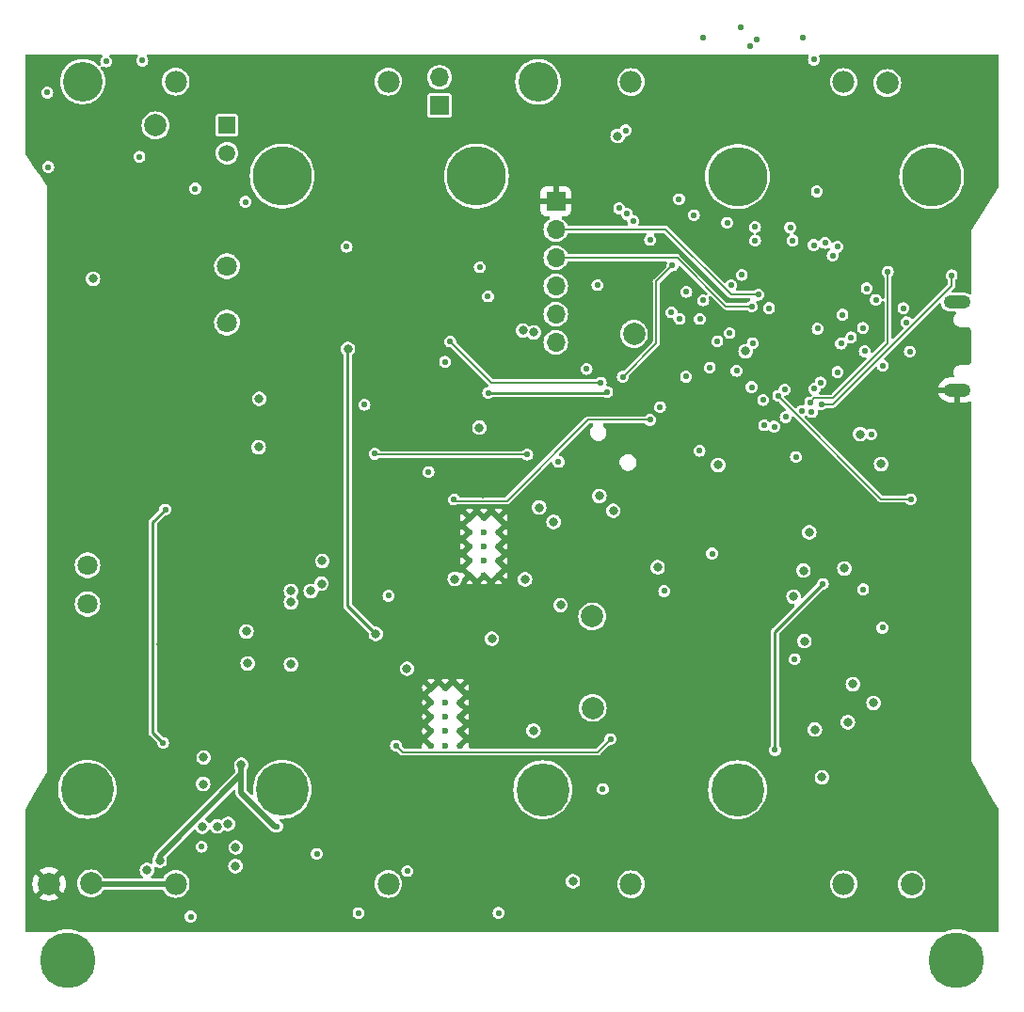
<source format=gbr>
%TF.GenerationSoftware,KiCad,Pcbnew,7.0.1*%
%TF.CreationDate,2024-01-14T15:51:54-07:00*%
%TF.ProjectId,Battery_Board_V3a,42617474-6572-4795-9f42-6f6172645f56,rev?*%
%TF.SameCoordinates,Original*%
%TF.FileFunction,Copper,L3,Inr*%
%TF.FilePolarity,Positive*%
%FSLAX46Y46*%
G04 Gerber Fmt 4.6, Leading zero omitted, Abs format (unit mm)*
G04 Created by KiCad (PCBNEW 7.0.1) date 2024-01-14 15:51:54*
%MOMM*%
%LPD*%
G01*
G04 APERTURE LIST*
%TA.AperFunction,ComponentPad*%
%ADD10C,5.000000*%
%TD*%
%TA.AperFunction,ComponentPad*%
%ADD11C,2.000000*%
%TD*%
%TA.AperFunction,ComponentPad*%
%ADD12R,1.700000X1.700000*%
%TD*%
%TA.AperFunction,ComponentPad*%
%ADD13O,1.700000X1.700000*%
%TD*%
%TA.AperFunction,ComponentPad*%
%ADD14C,1.800000*%
%TD*%
%TA.AperFunction,ComponentPad*%
%ADD15C,0.600000*%
%TD*%
%TA.AperFunction,ComponentPad*%
%ADD16O,2.416000X1.208000*%
%TD*%
%TA.AperFunction,ComponentPad*%
%ADD17R,1.508000X1.508000*%
%TD*%
%TA.AperFunction,ComponentPad*%
%ADD18C,1.508000*%
%TD*%
%TA.AperFunction,ComponentPad*%
%ADD19C,4.770000*%
%TD*%
%TA.AperFunction,ComponentPad*%
%ADD20C,5.325000*%
%TD*%
%TA.AperFunction,ComponentPad*%
%ADD21C,3.570000*%
%TD*%
%TA.AperFunction,ComponentPad*%
%ADD22C,1.980000*%
%TD*%
%TA.AperFunction,ViaPad*%
%ADD23C,0.560000*%
%TD*%
%TA.AperFunction,ViaPad*%
%ADD24C,0.800000*%
%TD*%
%TA.AperFunction,Conductor*%
%ADD25C,0.500000*%
%TD*%
%TA.AperFunction,Conductor*%
%ADD26C,0.152400*%
%TD*%
%TA.AperFunction,Conductor*%
%ADD27C,0.127000*%
%TD*%
%TA.AperFunction,Conductor*%
%ADD28C,0.250000*%
%TD*%
G04 APERTURE END LIST*
D10*
%TO.N,Chassis Ground*%
%TO.C,*%
X194500000Y-131530000D03*
%TD*%
D11*
%TO.N,VBUSP*%
%TO.C,TP6*%
X122428000Y-56388000D03*
%TD*%
%TO.N,+3V3*%
%TO.C,TP1*%
X161720000Y-100590000D03*
%TD*%
%TO.N,B-*%
%TO.C,TP2*%
X116620000Y-124620000D03*
%TD*%
D12*
%TO.N,GND*%
%TO.C,J25*%
X158440000Y-63220000D03*
D13*
%TO.N,FC_RX*%
X158440000Y-65760000D03*
%TO.N,FC_TX*%
X158440000Y-68300000D03*
%TO.N,SCL1*%
X158440000Y-70840000D03*
%TO.N,SDA1*%
X158440000Y-73380000D03*
%TO.N,+3V3*%
X158440000Y-75920000D03*
%TD*%
D14*
%TO.N,Net-(J18-Pin_1)*%
%TO.C,J18*%
X116315001Y-99472500D03*
%TO.N,Net-(J18-Pin_2)*%
X116315001Y-95972500D03*
%TD*%
D15*
%TO.N,GND*%
%TO.C,U3*%
X150677500Y-91700000D03*
X150677500Y-93000000D03*
X150677500Y-94300000D03*
X150677500Y-95600000D03*
X150677500Y-96900000D03*
X151977500Y-91700000D03*
X151977500Y-93000000D03*
X151977500Y-94300000D03*
X151977500Y-95600000D03*
X151977500Y-96900000D03*
X153277500Y-91700000D03*
X153277500Y-93000000D03*
X153277500Y-94300000D03*
X153277500Y-95600000D03*
X153277500Y-96900000D03*
%TD*%
D12*
%TO.N,VBUSP*%
%TO.C,J1*%
X147990000Y-54600000D03*
D13*
%TO.N,VBatt*%
X147990000Y-52060000D03*
%TD*%
D11*
%TO.N,+5V*%
%TO.C,TP9*%
X161760000Y-108820000D03*
%TD*%
%TO.N,/USBBOOT*%
%TO.C,TP8*%
X165470000Y-75160000D03*
%TD*%
%TO.N,PACK+*%
%TO.C,TP5*%
X188260000Y-52580000D03*
%TD*%
D16*
%TO.N,GND*%
%TO.C,J24*%
X194550000Y-80197500D03*
%TO.N,N/C*%
X194550000Y-72297500D03*
%TD*%
D15*
%TO.N,GND*%
%TO.C,U5*%
X147210000Y-107020000D03*
X147210000Y-108320000D03*
X147210000Y-109620000D03*
X147210000Y-110920000D03*
X147210000Y-112220000D03*
X148510000Y-107020000D03*
X148510000Y-108320000D03*
X148510000Y-109620000D03*
X148510000Y-110920000D03*
X148510000Y-112220000D03*
X149810000Y-107020000D03*
X149810000Y-108320000D03*
X149810000Y-109620000D03*
X149810000Y-110920000D03*
X149810000Y-112220000D03*
%TD*%
D17*
%TO.N,VBUSP*%
%TO.C,K1*%
X128862500Y-56350000D03*
D18*
%TO.N,Net-(Q4-C)*%
X128862500Y-58890000D03*
D14*
%TO.N,PACK+*%
X128862500Y-74130000D03*
%TO.N,Net-(K1-PadNO)*%
X128862500Y-69050000D03*
%TD*%
D10*
%TO.N,Chassis Ground*%
%TO.C,*%
X114500000Y-131530000D03*
%TD*%
D11*
%TO.N,GND*%
%TO.C,TP4*%
X112860000Y-124670000D03*
%TD*%
%TO.N,BM*%
%TO.C,TP3*%
X190450000Y-124720000D03*
%TD*%
D19*
%TO.N,unconnected-(U2-Pad1)*%
%TO.C,U2*%
X133828500Y-116160000D03*
%TO.N,unconnected-(U2-Pad2)*%
X116298500Y-116160000D03*
D20*
%TO.N,unconnected-(U2-Pad3)*%
X133828500Y-60960000D03*
%TO.N,unconnected-(U2-Pad4)*%
X151298500Y-60960000D03*
D21*
%TO.N,unconnected-(U2-Pad5)*%
X115878500Y-52450000D03*
D22*
%TO.N,B-*%
X124248500Y-124670000D03*
X143378500Y-124670000D03*
%TO.N,BM*%
X124248500Y-52450000D03*
X143378500Y-52450000D03*
%TD*%
D19*
%TO.N,unconnected-(U4-Pad1)*%
%TO.C,U4*%
X174790000Y-116180000D03*
%TO.N,unconnected-(U4-Pad2)*%
X157260000Y-116180000D03*
D20*
%TO.N,unconnected-(U4-Pad3)*%
X174790000Y-60980000D03*
%TO.N,unconnected-(U4-Pad4)*%
X192260000Y-60980000D03*
D21*
%TO.N,unconnected-(U4-Pad5)*%
X156840000Y-52470000D03*
D22*
%TO.N,BM*%
X165210000Y-124690000D03*
X184340000Y-124690000D03*
%TO.N,PACK+*%
X165210000Y-52470000D03*
X184340000Y-52470000D03*
%TD*%
D23*
%TO.N,+3V3*%
X175090000Y-47540000D03*
X180550000Y-82100000D03*
X136940000Y-121950000D03*
X176050000Y-79940000D03*
X167820000Y-81750000D03*
X181990000Y-74680000D03*
X183791911Y-78590089D03*
D24*
X137440000Y-95600000D03*
D23*
X170860000Y-64460000D03*
X153300000Y-127280000D03*
X125590000Y-127610000D03*
X140700000Y-127300000D03*
X174070000Y-75080000D03*
X177620000Y-72830000D03*
X181660000Y-50470000D03*
X146980000Y-87600000D03*
X145080000Y-123510000D03*
D24*
X134620000Y-104902000D03*
D23*
X187860000Y-78020000D03*
D24*
X159980000Y-124430000D03*
D23*
X141224000Y-81534000D03*
D24*
X185828207Y-84173793D03*
%TO.N,VBUSP*%
X151570000Y-83600000D03*
X158870000Y-99560000D03*
X116820000Y-70200000D03*
X158241250Y-92078750D03*
X156942500Y-90780000D03*
X152690000Y-102595000D03*
%TO.N,Net-(U1-V-)*%
X127980000Y-119480000D03*
X129630000Y-123060000D03*
%TO.N,/VDD*%
X129647359Y-121389500D03*
X128957916Y-119273398D03*
%TO.N,GND*%
X155540000Y-83090000D03*
D23*
X176180000Y-50570000D03*
D24*
X183500000Y-110080000D03*
X195640000Y-50680000D03*
X119550000Y-82870000D03*
D23*
X179470000Y-78000000D03*
X177660000Y-79810000D03*
D24*
X138610000Y-96480000D03*
D23*
X166630000Y-58030000D03*
X137030000Y-81440000D03*
D24*
X112880000Y-51200000D03*
D23*
X190410000Y-65350000D03*
X134110000Y-76710000D03*
D24*
X148430000Y-97630000D03*
D23*
X191110000Y-70380000D03*
X190320000Y-85510000D03*
X170700000Y-50380000D03*
D24*
X188160000Y-127570000D03*
D23*
X173070000Y-54500000D03*
X168040000Y-74580000D03*
D24*
X145410000Y-87760000D03*
D23*
X142420000Y-118630000D03*
X126170000Y-70390000D03*
X177690000Y-78030000D03*
D24*
X149600000Y-100680000D03*
X139230000Y-109560000D03*
X131340000Y-103117999D03*
X118900000Y-73080000D03*
D23*
X134460000Y-86570000D03*
D24*
X123840000Y-94557501D03*
D23*
X176520000Y-68100000D03*
X163680000Y-85370000D03*
X156030000Y-105990000D03*
X166580000Y-63120000D03*
D24*
X159910000Y-90830000D03*
D23*
X190630000Y-78230000D03*
D24*
X155120000Y-99950000D03*
D23*
X122410000Y-67560000D03*
D24*
X146990000Y-81690000D03*
X151880000Y-89530000D03*
D23*
X176210000Y-88000000D03*
D24*
X175110000Y-109910000D03*
D23*
X187820000Y-113470000D03*
X164830000Y-77770000D03*
D24*
X122910000Y-103082499D03*
D23*
X159190000Y-58750000D03*
X172200000Y-74250000D03*
X120930000Y-61410000D03*
D24*
X172761714Y-84361714D03*
D23*
X154080000Y-71640000D03*
X177660000Y-76150000D03*
D24*
X183160000Y-116130000D03*
D23*
X150670000Y-66940000D03*
X187590000Y-80180000D03*
X179290000Y-54530000D03*
X175850000Y-77980000D03*
X119280000Y-54350000D03*
X184912000Y-89916000D03*
X151940000Y-122680000D03*
X170080000Y-120000000D03*
X182830000Y-70630000D03*
D24*
%TO.N,VBatt*%
X167600000Y-96170000D03*
D23*
%TO.N,CANL*%
X176518928Y-48625500D03*
X171700000Y-48470000D03*
%TO.N,CANH*%
X180700000Y-48480000D03*
X175910000Y-49240000D03*
D24*
%TO.N,FC_RESET*%
X175514000Y-76711645D03*
X187706000Y-86868000D03*
D23*
%TO.N,5V_enable*%
X186090000Y-98150000D03*
X144070000Y-112210000D03*
X179920000Y-104430000D03*
X186810000Y-84200000D03*
X163350000Y-111630000D03*
X182270000Y-79530000D03*
%TO.N,BURN_RELAY_A*%
X148930000Y-75840000D03*
X170160000Y-79000000D03*
X162490000Y-79530000D03*
D24*
%TO.N,Net-(K1-PadNO)*%
X131760000Y-80990000D03*
X131712500Y-85350000D03*
%TO.N,PACK-*%
X130150000Y-113950000D03*
X122810000Y-122570000D03*
D23*
X162670000Y-116130000D03*
X133370000Y-119490000D03*
X187830000Y-101610000D03*
%TO.N,ENAB_HEATER*%
X155870000Y-86020000D03*
X171380000Y-85680000D03*
X179028959Y-80158959D03*
X142150000Y-85950000D03*
D24*
%TO.N,SCL0*%
X137357353Y-97635000D03*
X179832000Y-98806000D03*
X181750000Y-110780000D03*
X187020000Y-108370000D03*
X134620000Y-99314000D03*
D23*
X171704000Y-72136000D03*
D24*
X184404000Y-96266000D03*
D23*
%TO.N,SDA0*%
X170180000Y-71374000D03*
D24*
X182385500Y-115070000D03*
X134620000Y-98298000D03*
X184720000Y-110110000D03*
X185166000Y-106690000D03*
X136398000Y-98298000D03*
D23*
%TO.N,FC_RX*%
X176680000Y-71620000D03*
%TO.N,/NEOPIX*%
X181332211Y-81330492D03*
X188310000Y-69560000D03*
D24*
%TO.N,/3V3_EN*%
X155670000Y-97260000D03*
X149350000Y-97220000D03*
D23*
%TO.N,SDA1*%
X175170000Y-69840000D03*
X152340000Y-71770000D03*
%TO.N,SCL1*%
X174220000Y-70770000D03*
X151600000Y-69150000D03*
X162190000Y-70760000D03*
D24*
%TO.N,BM*%
X126627675Y-119502325D03*
D23*
%TO.N,PACK+*%
X126579499Y-121318079D03*
X112690000Y-53430000D03*
X123120000Y-111970000D03*
D24*
X155480000Y-74840000D03*
D23*
X123310000Y-90960000D03*
D24*
X121660000Y-123420000D03*
X180720000Y-96450000D03*
X181240000Y-93020000D03*
X180800000Y-102800000D03*
D23*
%TO.N,ENABLE_BURN*%
X176170000Y-76000000D03*
%TO.N,SPI0_MISO*%
X165410000Y-64980000D03*
X172968641Y-75821358D03*
%TO.N,SPI0_CS0*%
X171394995Y-73802805D03*
X166930000Y-66690000D03*
%TO.N,VBUS_RESET*%
X149290000Y-90060000D03*
X143390000Y-98730000D03*
X174700000Y-78480000D03*
X166910000Y-82900000D03*
%TO.N,SPI0_SCK*%
X169577360Y-73802640D03*
X164150000Y-63850000D03*
%TO.N,SPI0_MOSI*%
X164840000Y-64360000D03*
X168843959Y-73216041D03*
%TO.N,Net-(Q10-G)*%
X117990000Y-50630000D03*
X120980000Y-59210000D03*
%TO.N,Net-(Q10-D)*%
X121250000Y-50550000D03*
X112780000Y-60130000D03*
%TO.N,Jetson*%
X130520000Y-63260000D03*
X161210000Y-78310000D03*
X126010000Y-62080000D03*
X139620000Y-67310000D03*
X148490000Y-77670000D03*
X181715264Y-80107346D03*
D24*
%TO.N,SWDIO*%
X163610500Y-91073000D03*
X162353000Y-89747000D03*
%TO.N,/~{RESET}*%
X173046169Y-86963839D03*
D23*
X158690000Y-86670000D03*
X177106041Y-81103959D03*
%TO.N,ENAB_RF*%
X163060000Y-80390000D03*
X172284496Y-78195504D03*
X152370000Y-80460000D03*
%TO.N,CHRG'*%
X182460000Y-97660000D03*
X178160000Y-112610000D03*
X181460000Y-82190000D03*
%TO.N,SPI1_CS0*%
X180050000Y-86240000D03*
X177190000Y-83370000D03*
%TO.N,SPI1_MOSI*%
X178083959Y-83496041D03*
X179120000Y-82640000D03*
%TO.N,D0*%
X190360000Y-90030000D03*
X178453959Y-80733959D03*
%TO.N,/NEO_PWR*%
X182330000Y-81490000D03*
X194050000Y-69890000D03*
%TO.N,USB_D-*%
X184100000Y-76020000D03*
X186078104Y-74618440D03*
%TO.N,USB_D+*%
X186240000Y-76720000D03*
X184990000Y-75470000D03*
%TO.N,/QSPI_SCK*%
X183777858Y-67297858D03*
X182667364Y-66957367D03*
%TO.N,/QSPI_DATA[0]*%
X181640000Y-67160000D03*
X183350000Y-68090000D03*
%TO.N,/QSPI_DATA[2]*%
X179740000Y-66740000D03*
X176360000Y-66770000D03*
%TO.N,/QSPI_DATA[1]*%
X176360000Y-65530000D03*
X179530000Y-65570000D03*
D24*
%TO.N,+5V*%
X156430000Y-110870000D03*
X145060000Y-105300000D03*
X139738787Y-76502656D03*
X142250000Y-102170000D03*
X164007823Y-57346070D03*
D23*
X168190000Y-98310000D03*
X172500000Y-94930000D03*
D24*
X156464795Y-75010832D03*
D23*
%TO.N,VBUS*%
X189720000Y-72840000D03*
X184230000Y-73430000D03*
D24*
%TO.N,Net-(Q1-G)*%
X126760000Y-113280000D03*
X126720000Y-115670000D03*
D23*
%TO.N,Net-(D8-PadA)*%
X173850000Y-65150000D03*
X164470000Y-79010000D03*
X181930000Y-62320000D03*
X168930000Y-69000000D03*
%TO.N,TXCAN*%
X164720000Y-56830000D03*
X169530000Y-63020000D03*
%TO.N,D-*%
X189980000Y-74110000D03*
X186410000Y-71050000D03*
%TO.N,D+*%
X190300000Y-76740000D03*
X187227254Y-72082746D03*
D24*
%TO.N,Net-(U9-+Vs)*%
X130720000Y-104810000D03*
X130610000Y-101940000D03*
D23*
%TO.N,FC_TX*%
X176073000Y-72680000D03*
%TD*%
D25*
%TO.N,B-*%
X116670000Y-124670000D02*
X116620000Y-124620000D01*
X124248500Y-124670000D02*
X116670000Y-124670000D01*
D26*
%TO.N,5V_enable*%
X163350000Y-111630000D02*
X162183800Y-112796200D01*
X162183800Y-112796200D02*
X144656200Y-112796200D01*
X144656200Y-112796200D02*
X144070000Y-112210000D01*
D27*
%TO.N,BURN_RELAY_A*%
X152620000Y-79530000D02*
X148930000Y-75840000D01*
X162490000Y-79530000D02*
X152620000Y-79530000D01*
D25*
%TO.N,PACK-*%
X122810000Y-122570000D02*
X122810000Y-122117918D01*
X130150000Y-116490796D02*
X130150000Y-114420000D01*
X133149204Y-119490000D02*
X130150000Y-116490796D01*
X130150000Y-114777918D02*
X130150000Y-114420000D01*
X130150000Y-114420000D02*
X130150000Y-113950000D01*
X122810000Y-122117918D02*
X130150000Y-114777918D01*
X133370000Y-119490000D02*
X133149204Y-119490000D01*
D27*
%TO.N,ENAB_HEATER*%
X142220000Y-86020000D02*
X142150000Y-85950000D01*
X155870000Y-86020000D02*
X142220000Y-86020000D01*
%TO.N,FC_RX*%
X176680000Y-71620000D02*
X174190000Y-71620000D01*
X168330000Y-65760000D02*
X158440000Y-65760000D01*
X174190000Y-71620000D02*
X168330000Y-65760000D01*
%TO.N,/NEOPIX*%
X181332211Y-81330492D02*
X181716203Y-80946500D01*
X188310000Y-75980000D02*
X188310000Y-69560000D01*
X181716203Y-80946500D02*
X183343500Y-80946500D01*
X183343500Y-80946500D02*
X183460000Y-80830000D01*
X183460000Y-80830000D02*
X188310000Y-75980000D01*
D28*
%TO.N,PACK+*%
X123120000Y-111970000D02*
X122185000Y-111035000D01*
X122185000Y-111035000D02*
X122185000Y-92085000D01*
X122185000Y-92085000D02*
X123310000Y-90960000D01*
D27*
%TO.N,VBUS_RESET*%
X154045126Y-90193500D02*
X149423500Y-90193500D01*
X166910000Y-82900000D02*
X161338626Y-82900000D01*
X161338626Y-82900000D02*
X154045126Y-90193500D01*
X149423500Y-90193500D02*
X149290000Y-90060000D01*
D28*
%TO.N,ENAB_RF*%
X152370000Y-80460000D02*
X162990000Y-80460000D01*
X162990000Y-80460000D02*
X163060000Y-80390000D01*
%TO.N,CHRG'*%
X178160000Y-101960000D02*
X182460000Y-97660000D01*
X178160000Y-112610000D02*
X178160000Y-101960000D01*
D27*
%TO.N,D0*%
X178453959Y-80772585D02*
X187711374Y-90030000D01*
X178453959Y-80733959D02*
X178453959Y-80772585D01*
X187711374Y-90030000D02*
X190360000Y-90030000D01*
%TO.N,/NEO_PWR*%
X183368626Y-81490000D02*
X194050000Y-70808626D01*
X182330000Y-81490000D02*
X183368626Y-81490000D01*
X194050000Y-70808626D02*
X194050000Y-69890000D01*
D28*
%TO.N,+5V*%
X139700000Y-76541443D02*
X139700000Y-99620000D01*
X139738787Y-76502656D02*
X139700000Y-76541443D01*
X139700000Y-99620000D02*
X142250000Y-102170000D01*
D27*
%TO.N,Net-(D8-PadA)*%
X167480000Y-70450000D02*
X168930000Y-69000000D01*
X164470000Y-79010000D02*
X167480000Y-76000000D01*
X167480000Y-76000000D02*
X167480000Y-70450000D01*
%TO.N,FC_TX*%
X173750000Y-72680000D02*
X169370000Y-68300000D01*
X176073000Y-72680000D02*
X173750000Y-72680000D01*
X169370000Y-68300000D02*
X158440000Y-68300000D01*
%TD*%
%TA.AperFunction,Conductor*%
%TO.N,GND*%
G36*
X117621958Y-50015269D02*
G01*
X117667508Y-50057375D01*
X117687448Y-50116114D01*
X117676943Y-50177249D01*
X117638541Y-50225960D01*
X117608789Y-50248790D01*
X117608790Y-50248790D01*
X117523114Y-50360445D01*
X117469257Y-50490469D01*
X117450888Y-50629999D01*
X117469257Y-50769530D01*
X117497725Y-50838258D01*
X117505627Y-50907037D01*
X117476000Y-50969608D01*
X117417789Y-51007082D01*
X117348567Y-51008146D01*
X117289231Y-50972478D01*
X117273817Y-50955974D01*
X117057390Y-50779896D01*
X116818997Y-50634927D01*
X116563083Y-50523768D01*
X116294412Y-50448490D01*
X116018009Y-50410500D01*
X116018006Y-50410500D01*
X115738994Y-50410500D01*
X115738991Y-50410500D01*
X115462587Y-50448490D01*
X115193916Y-50523768D01*
X114938002Y-50634927D01*
X114699609Y-50779896D01*
X114483182Y-50955974D01*
X114292740Y-51159887D01*
X114131836Y-51387835D01*
X114003477Y-51635556D01*
X113910042Y-51898461D01*
X113853273Y-52171644D01*
X113834234Y-52449999D01*
X113853273Y-52728355D01*
X113853273Y-52728359D01*
X113853274Y-52728361D01*
X113910041Y-53001536D01*
X113910042Y-53001538D01*
X114003477Y-53264443D01*
X114131836Y-53512164D01*
X114292740Y-53740112D01*
X114483182Y-53944025D01*
X114699609Y-54120103D01*
X114896126Y-54239606D01*
X114938005Y-54265074D01*
X115193917Y-54376232D01*
X115462582Y-54451508D01*
X115462584Y-54451508D01*
X115462587Y-54451509D01*
X115738991Y-54489500D01*
X115738994Y-54489500D01*
X116018006Y-54489500D01*
X116018009Y-54489500D01*
X116294412Y-54451509D01*
X116294413Y-54451508D01*
X116294418Y-54451508D01*
X116563083Y-54376232D01*
X116818995Y-54265074D01*
X117005842Y-54151449D01*
X117057390Y-54120103D01*
X117184497Y-54016692D01*
X117273820Y-53944023D01*
X117464260Y-53740112D01*
X117625161Y-53512168D01*
X117679663Y-53406984D01*
X117753522Y-53264443D01*
X117772997Y-53209645D01*
X117846959Y-53001536D01*
X117903726Y-52728361D01*
X117922766Y-52450000D01*
X122999246Y-52450000D01*
X123018225Y-52666931D01*
X123074584Y-52877270D01*
X123166614Y-53074627D01*
X123291518Y-53253008D01*
X123445491Y-53406981D01*
X123445494Y-53406983D01*
X123445495Y-53406984D01*
X123623873Y-53531886D01*
X123704601Y-53569530D01*
X123821229Y-53623915D01*
X123877589Y-53639016D01*
X124031569Y-53680275D01*
X124248500Y-53699254D01*
X124465431Y-53680275D01*
X124675770Y-53623915D01*
X124873127Y-53531886D01*
X125051505Y-53406984D01*
X125205484Y-53253005D01*
X125330386Y-53074627D01*
X125422415Y-52877270D01*
X125478775Y-52666931D01*
X125497754Y-52450000D01*
X142129246Y-52450000D01*
X142148225Y-52666931D01*
X142204584Y-52877270D01*
X142296614Y-53074627D01*
X142421518Y-53253008D01*
X142575491Y-53406981D01*
X142575494Y-53406983D01*
X142575495Y-53406984D01*
X142753873Y-53531886D01*
X142834601Y-53569530D01*
X142951229Y-53623915D01*
X143007589Y-53639016D01*
X143161569Y-53680275D01*
X143378500Y-53699254D01*
X143595431Y-53680275D01*
X143805770Y-53623915D01*
X144003127Y-53531886D01*
X144181505Y-53406984D01*
X144335484Y-53253005D01*
X144460386Y-53074627D01*
X144552415Y-52877270D01*
X144608775Y-52666931D01*
X144627754Y-52450000D01*
X144608775Y-52233069D01*
X144567516Y-52079088D01*
X144562402Y-52060000D01*
X146880767Y-52060000D01*
X146899654Y-52263819D01*
X146955672Y-52460702D01*
X147046910Y-52643933D01*
X147079381Y-52686931D01*
X147170268Y-52807285D01*
X147321538Y-52945186D01*
X147495573Y-53052944D01*
X147686444Y-53126888D01*
X147887653Y-53164500D01*
X148092345Y-53164500D01*
X148092347Y-53164500D01*
X148293556Y-53126888D01*
X148484427Y-53052944D01*
X148658462Y-52945186D01*
X148809732Y-52807285D01*
X148933088Y-52643935D01*
X149019698Y-52469999D01*
X154795734Y-52469999D01*
X154814773Y-52748355D01*
X154814773Y-52748359D01*
X154814774Y-52748361D01*
X154871541Y-53021536D01*
X154896885Y-53092850D01*
X154964977Y-53284443D01*
X155093336Y-53532164D01*
X155119712Y-53569530D01*
X155254240Y-53760112D01*
X155432276Y-53950742D01*
X155444682Y-53964025D01*
X155661109Y-54140103D01*
X155857626Y-54259606D01*
X155899505Y-54285074D01*
X156155417Y-54396232D01*
X156424082Y-54471508D01*
X156424084Y-54471508D01*
X156424087Y-54471509D01*
X156700491Y-54509500D01*
X156700494Y-54509500D01*
X156979506Y-54509500D01*
X156979509Y-54509500D01*
X157255912Y-54471509D01*
X157255913Y-54471508D01*
X157255918Y-54471508D01*
X157524583Y-54396232D01*
X157780495Y-54285074D01*
X158018888Y-54140104D01*
X158018886Y-54140104D01*
X158018890Y-54140103D01*
X158145997Y-54036692D01*
X158235320Y-53964023D01*
X158425760Y-53760112D01*
X158586661Y-53532168D01*
X158641163Y-53426984D01*
X158715022Y-53284443D01*
X158726195Y-53253005D01*
X158808459Y-53021536D01*
X158865226Y-52748361D01*
X158884266Y-52470000D01*
X158884266Y-52469999D01*
X163960746Y-52469999D01*
X163979725Y-52686931D01*
X164036084Y-52897270D01*
X164128114Y-53094627D01*
X164253018Y-53273008D01*
X164406991Y-53426981D01*
X164406994Y-53426983D01*
X164406995Y-53426984D01*
X164585373Y-53551886D01*
X164690700Y-53601000D01*
X164782729Y-53643915D01*
X164808048Y-53650699D01*
X164993069Y-53700275D01*
X165210000Y-53719254D01*
X165426931Y-53700275D01*
X165637270Y-53643915D01*
X165834627Y-53551886D01*
X166013005Y-53426984D01*
X166166984Y-53273005D01*
X166291886Y-53094627D01*
X166383915Y-52897270D01*
X166440275Y-52686931D01*
X166459254Y-52470000D01*
X166459254Y-52469999D01*
X183090746Y-52469999D01*
X183109725Y-52686931D01*
X183166084Y-52897270D01*
X183258114Y-53094627D01*
X183383018Y-53273008D01*
X183536991Y-53426981D01*
X183536994Y-53426983D01*
X183536995Y-53426984D01*
X183715373Y-53551886D01*
X183820700Y-53601000D01*
X183912729Y-53643915D01*
X183938048Y-53650699D01*
X184123069Y-53700275D01*
X184340000Y-53719254D01*
X184556931Y-53700275D01*
X184767270Y-53643915D01*
X184964627Y-53551886D01*
X185143005Y-53426984D01*
X185296984Y-53273005D01*
X185421886Y-53094627D01*
X185513915Y-52897270D01*
X185570275Y-52686931D01*
X185579630Y-52579999D01*
X187000708Y-52579999D01*
X187019839Y-52798678D01*
X187076652Y-53010701D01*
X187169420Y-53209645D01*
X187295328Y-53389460D01*
X187450539Y-53544671D01*
X187450542Y-53544673D01*
X187450543Y-53544674D01*
X187630354Y-53670579D01*
X187829297Y-53763347D01*
X187922781Y-53788396D01*
X188041321Y-53820160D01*
X188041322Y-53820160D01*
X188041326Y-53820161D01*
X188260000Y-53839292D01*
X188478674Y-53820161D01*
X188690703Y-53763347D01*
X188889646Y-53670579D01*
X189069457Y-53544674D01*
X189224674Y-53389457D01*
X189350579Y-53209646D01*
X189443347Y-53010703D01*
X189500161Y-52798674D01*
X189519292Y-52580000D01*
X189500161Y-52361326D01*
X189443347Y-52149297D01*
X189350579Y-51950354D01*
X189224674Y-51770543D01*
X189224673Y-51770542D01*
X189224671Y-51770539D01*
X189069460Y-51615328D01*
X188889645Y-51489420D01*
X188690701Y-51396652D01*
X188478678Y-51339839D01*
X188260000Y-51320708D01*
X188041321Y-51339839D01*
X187829298Y-51396652D01*
X187630354Y-51489420D01*
X187450539Y-51615328D01*
X187295328Y-51770539D01*
X187169420Y-51950354D01*
X187076652Y-52149298D01*
X187019839Y-52361321D01*
X187000708Y-52579999D01*
X185579630Y-52579999D01*
X185589254Y-52470000D01*
X185570275Y-52253069D01*
X185529016Y-52099088D01*
X185513915Y-52042729D01*
X185455967Y-51918461D01*
X185421886Y-51845373D01*
X185296984Y-51666995D01*
X185296983Y-51666994D01*
X185296981Y-51666991D01*
X185143008Y-51513018D01*
X184964627Y-51388114D01*
X184767270Y-51296084D01*
X184556931Y-51239725D01*
X184340000Y-51220746D01*
X184123068Y-51239725D01*
X183912729Y-51296084D01*
X183715372Y-51388114D01*
X183536991Y-51513018D01*
X183383018Y-51666991D01*
X183258114Y-51845372D01*
X183166084Y-52042729D01*
X183109725Y-52253068D01*
X183090746Y-52469999D01*
X166459254Y-52469999D01*
X166440275Y-52253069D01*
X166399016Y-52099088D01*
X166383915Y-52042729D01*
X166325967Y-51918461D01*
X166291886Y-51845373D01*
X166166984Y-51666995D01*
X166166983Y-51666994D01*
X166166981Y-51666991D01*
X166013008Y-51513018D01*
X165834627Y-51388114D01*
X165637270Y-51296084D01*
X165426931Y-51239725D01*
X165210000Y-51220746D01*
X164993068Y-51239725D01*
X164782729Y-51296084D01*
X164585372Y-51388114D01*
X164406991Y-51513018D01*
X164253018Y-51666991D01*
X164128114Y-51845372D01*
X164036084Y-52042729D01*
X163979725Y-52253068D01*
X163960746Y-52469999D01*
X158884266Y-52469999D01*
X158865226Y-52191639D01*
X158808459Y-51918464D01*
X158716352Y-51659299D01*
X158715022Y-51655556D01*
X158586663Y-51407835D01*
X158572742Y-51388114D01*
X158425760Y-51179888D01*
X158235320Y-50975977D01*
X158235319Y-50975976D01*
X158235317Y-50975974D01*
X158018890Y-50799896D01*
X157780497Y-50654927D01*
X157734452Y-50634927D01*
X157524583Y-50543768D01*
X157453202Y-50523768D01*
X157255912Y-50468490D01*
X156979509Y-50430500D01*
X156979506Y-50430500D01*
X156700494Y-50430500D01*
X156700491Y-50430500D01*
X156424087Y-50468490D01*
X156155416Y-50543768D01*
X155899502Y-50654927D01*
X155661109Y-50799896D01*
X155444682Y-50975974D01*
X155254240Y-51179887D01*
X155093336Y-51407835D01*
X154964977Y-51655556D01*
X154878650Y-51898461D01*
X154871541Y-51918464D01*
X154849874Y-52022730D01*
X154814773Y-52191644D01*
X154795734Y-52469999D01*
X149019698Y-52469999D01*
X149024328Y-52460701D01*
X149080345Y-52263821D01*
X149099232Y-52060000D01*
X149080345Y-51856179D01*
X149024328Y-51659299D01*
X149002432Y-51615326D01*
X148933089Y-51476066D01*
X148873118Y-51396652D01*
X148809732Y-51312715D01*
X148658462Y-51174814D01*
X148594968Y-51135500D01*
X148484428Y-51067056D01*
X148340272Y-51011210D01*
X148293556Y-50993112D01*
X148092347Y-50955500D01*
X147887653Y-50955500D01*
X147699123Y-50990742D01*
X147686444Y-50993112D01*
X147495571Y-51067056D01*
X147321539Y-51174813D01*
X147170267Y-51312716D01*
X147046910Y-51476066D01*
X146955672Y-51659297D01*
X146899654Y-51856180D01*
X146880767Y-52060000D01*
X144562402Y-52060000D01*
X144552415Y-52022729D01*
X144494467Y-51898461D01*
X144460386Y-51825373D01*
X144335484Y-51646995D01*
X144335483Y-51646994D01*
X144335481Y-51646991D01*
X144181508Y-51493018D01*
X144003127Y-51368114D01*
X143805770Y-51276084D01*
X143595431Y-51219725D01*
X143378500Y-51200746D01*
X143161568Y-51219725D01*
X142951229Y-51276084D01*
X142753872Y-51368114D01*
X142575491Y-51493018D01*
X142421518Y-51646991D01*
X142296614Y-51825372D01*
X142204584Y-52022729D01*
X142148225Y-52233068D01*
X142129246Y-52450000D01*
X125497754Y-52450000D01*
X125478775Y-52233069D01*
X125437516Y-52079088D01*
X125422415Y-52022729D01*
X125364467Y-51898461D01*
X125330386Y-51825373D01*
X125205484Y-51646995D01*
X125205483Y-51646994D01*
X125205481Y-51646991D01*
X125051508Y-51493018D01*
X124873127Y-51368114D01*
X124675770Y-51276084D01*
X124465431Y-51219725D01*
X124248500Y-51200746D01*
X124031568Y-51219725D01*
X123821229Y-51276084D01*
X123623872Y-51368114D01*
X123445491Y-51493018D01*
X123291518Y-51646991D01*
X123166614Y-51825372D01*
X123074584Y-52022729D01*
X123018225Y-52233068D01*
X122999246Y-52450000D01*
X117922766Y-52450000D01*
X117903726Y-52171639D01*
X117846959Y-51898464D01*
X117753524Y-51635562D01*
X117753522Y-51635556D01*
X117625163Y-51387835D01*
X117611242Y-51368114D01*
X117542627Y-51270908D01*
X117519703Y-51204129D01*
X117536303Y-51135500D01*
X117587213Y-51086575D01*
X117656449Y-51072720D01*
X117704731Y-51091473D01*
X117705119Y-51090537D01*
X117720443Y-51096884D01*
X117720444Y-51096885D01*
X117850468Y-51150742D01*
X117990000Y-51169112D01*
X118129532Y-51150742D01*
X118259556Y-51096885D01*
X118371210Y-51011210D01*
X118456885Y-50899556D01*
X118510742Y-50769532D01*
X118529112Y-50630000D01*
X118510742Y-50490468D01*
X118456885Y-50360444D01*
X118371210Y-50248790D01*
X118341458Y-50225960D01*
X118303057Y-50177249D01*
X118292552Y-50116114D01*
X118312492Y-50057375D01*
X118358042Y-50015269D01*
X118418164Y-50000000D01*
X120742805Y-50000000D01*
X120809342Y-50019001D01*
X120855811Y-50070272D01*
X120868198Y-50138350D01*
X120842767Y-50202704D01*
X120783115Y-50280442D01*
X120729257Y-50410469D01*
X120710888Y-50549999D01*
X120729257Y-50689530D01*
X120774971Y-50799896D01*
X120783115Y-50819556D01*
X120868790Y-50931210D01*
X120980444Y-51016885D01*
X121110468Y-51070742D01*
X121250000Y-51089112D01*
X121389532Y-51070742D01*
X121519556Y-51016885D01*
X121631210Y-50931210D01*
X121716885Y-50819556D01*
X121770742Y-50689532D01*
X121789112Y-50550000D01*
X121770742Y-50410468D01*
X121716885Y-50280444D01*
X121716884Y-50280443D01*
X121716884Y-50280442D01*
X121657233Y-50202704D01*
X121631802Y-50138350D01*
X121644189Y-50070272D01*
X121690658Y-50019001D01*
X121757195Y-50000000D01*
X181091419Y-50000000D01*
X181157956Y-50019001D01*
X181204426Y-50070273D01*
X181216812Y-50138352D01*
X181198489Y-50184715D01*
X181199463Y-50185119D01*
X181139257Y-50330469D01*
X181120888Y-50469999D01*
X181139257Y-50609530D01*
X181172394Y-50689532D01*
X181193115Y-50739556D01*
X181278790Y-50851210D01*
X181390444Y-50936885D01*
X181520468Y-50990742D01*
X181660000Y-51009112D01*
X181799532Y-50990742D01*
X181929556Y-50936885D01*
X182041210Y-50851210D01*
X182126885Y-50739556D01*
X182180742Y-50609532D01*
X182199112Y-50470000D01*
X182180742Y-50330468D01*
X182126885Y-50200444D01*
X182126884Y-50200443D01*
X182120537Y-50185119D01*
X182121510Y-50184715D01*
X182103188Y-50138352D01*
X182115574Y-50070273D01*
X182162044Y-50019001D01*
X182228581Y-50000000D01*
X198173500Y-50000000D01*
X198236500Y-50016881D01*
X198282619Y-50063000D01*
X198299500Y-50126000D01*
X198299500Y-61851776D01*
X198280759Y-61917893D01*
X195839681Y-65877982D01*
X195830934Y-65890423D01*
X195814709Y-65910768D01*
X195808292Y-65938885D01*
X195804734Y-65951438D01*
X195795446Y-65978731D01*
X195798582Y-66004563D01*
X195799500Y-66019748D01*
X195799500Y-71455749D01*
X195780575Y-71522165D01*
X195729483Y-71568629D01*
X195661575Y-71581183D01*
X195612285Y-71561930D01*
X195611650Y-71563305D01*
X195522727Y-71522165D01*
X195429737Y-71479143D01*
X195429735Y-71479142D01*
X195429734Y-71479142D01*
X195247367Y-71439000D01*
X194173535Y-71439000D01*
X194116332Y-71425267D01*
X194071599Y-71387061D01*
X194049086Y-71332711D01*
X194053702Y-71274064D01*
X194084437Y-71223907D01*
X194261164Y-71047180D01*
X194269232Y-71039786D01*
X194297360Y-71016186D01*
X194315710Y-70984401D01*
X194321599Y-70975158D01*
X194342652Y-70945092D01*
X194342652Y-70945090D01*
X194343476Y-70943914D01*
X194353181Y-70920483D01*
X194353430Y-70919068D01*
X194353432Y-70919066D01*
X194359805Y-70882915D01*
X194362181Y-70872204D01*
X194371677Y-70836769D01*
X194368478Y-70800215D01*
X194368000Y-70789235D01*
X194368000Y-70381849D01*
X194380994Y-70326121D01*
X194417294Y-70281888D01*
X194431210Y-70271210D01*
X194516885Y-70159556D01*
X194570742Y-70029532D01*
X194589112Y-69890000D01*
X194570742Y-69750468D01*
X194516885Y-69620444D01*
X194431210Y-69508790D01*
X194319556Y-69423115D01*
X194313165Y-69420468D01*
X194189530Y-69369257D01*
X194050000Y-69350888D01*
X193910469Y-69369257D01*
X193780445Y-69423114D01*
X193668790Y-69508790D01*
X193583114Y-69620445D01*
X193529257Y-69750469D01*
X193510888Y-69890000D01*
X193529257Y-70029530D01*
X193562404Y-70109556D01*
X193583115Y-70159556D01*
X193668790Y-70271210D01*
X193682705Y-70281888D01*
X193719006Y-70326121D01*
X193732000Y-70381849D01*
X193732000Y-70624716D01*
X193722409Y-70672934D01*
X193695095Y-70713811D01*
X190601263Y-73807641D01*
X190539439Y-73841559D01*
X190469073Y-73836947D01*
X190412206Y-73795250D01*
X190361210Y-73728790D01*
X190249556Y-73643115D01*
X190237321Y-73638047D01*
X190119531Y-73589257D01*
X189969824Y-73569548D01*
X189909567Y-73544588D01*
X189869862Y-73492843D01*
X189861349Y-73428179D01*
X189886309Y-73367921D01*
X189938052Y-73328218D01*
X189989556Y-73306885D01*
X190101210Y-73221210D01*
X190186885Y-73109556D01*
X190240742Y-72979532D01*
X190259112Y-72840000D01*
X190240742Y-72700468D01*
X190186885Y-72570444D01*
X190101210Y-72458790D01*
X189989556Y-72373115D01*
X189965411Y-72363114D01*
X189859530Y-72319257D01*
X189720000Y-72300888D01*
X189580469Y-72319257D01*
X189450445Y-72373114D01*
X189338790Y-72458790D01*
X189253114Y-72570445D01*
X189199257Y-72700469D01*
X189180888Y-72840000D01*
X189199257Y-72979530D01*
X189241389Y-73081248D01*
X189253115Y-73109556D01*
X189338790Y-73221210D01*
X189450444Y-73306885D01*
X189580468Y-73360742D01*
X189720000Y-73379112D01*
X189720001Y-73379111D01*
X189730174Y-73380451D01*
X189790432Y-73405410D01*
X189830137Y-73457155D01*
X189838650Y-73521819D01*
X189813691Y-73582077D01*
X189761947Y-73621782D01*
X189710444Y-73643115D01*
X189598790Y-73728790D01*
X189513114Y-73840445D01*
X189459257Y-73970469D01*
X189440888Y-74110000D01*
X189459257Y-74249530D01*
X189501097Y-74350543D01*
X189513115Y-74379556D01*
X189598790Y-74491210D01*
X189665250Y-74542206D01*
X189706947Y-74599073D01*
X189711559Y-74669439D01*
X189677641Y-74731263D01*
X188843092Y-75565812D01*
X188792936Y-75596549D01*
X188734289Y-75601165D01*
X188679939Y-75578652D01*
X188641733Y-75533919D01*
X188628000Y-75476716D01*
X188628000Y-70051849D01*
X188640994Y-69996121D01*
X188677294Y-69951888D01*
X188691210Y-69941210D01*
X188776885Y-69829556D01*
X188830742Y-69699532D01*
X188849112Y-69560000D01*
X188830742Y-69420468D01*
X188776885Y-69290444D01*
X188691210Y-69178790D01*
X188579556Y-69093115D01*
X188534216Y-69074335D01*
X188449530Y-69039257D01*
X188310000Y-69020888D01*
X188170469Y-69039257D01*
X188040445Y-69093114D01*
X187928790Y-69178790D01*
X187843114Y-69290445D01*
X187789257Y-69420469D01*
X187770888Y-69560000D01*
X187789257Y-69699530D01*
X187810356Y-69750469D01*
X187843115Y-69829556D01*
X187928790Y-69941210D01*
X187942705Y-69951888D01*
X187979006Y-69996121D01*
X187992000Y-70051849D01*
X187992000Y-71898847D01*
X187973433Y-71964682D01*
X187923203Y-72011114D01*
X187856114Y-72024459D01*
X187791939Y-72000783D01*
X187749591Y-71947065D01*
X187743426Y-71932182D01*
X187694139Y-71813190D01*
X187608464Y-71701536D01*
X187496810Y-71615861D01*
X187495354Y-71615258D01*
X187366784Y-71562003D01*
X187227254Y-71543634D01*
X187087723Y-71562003D01*
X187003503Y-71596888D01*
X186957701Y-71615860D01*
X186942373Y-71622209D01*
X186941381Y-71619816D01*
X186912708Y-71632428D01*
X186869398Y-71629583D01*
X186870494Y-71646282D01*
X186846371Y-71701110D01*
X186760368Y-71813191D01*
X186706511Y-71943215D01*
X186688142Y-72082745D01*
X186706511Y-72222276D01*
X186749099Y-72325095D01*
X186760369Y-72352302D01*
X186846044Y-72463956D01*
X186957698Y-72549631D01*
X187087722Y-72603488D01*
X187227254Y-72621858D01*
X187366786Y-72603488D01*
X187496810Y-72549631D01*
X187608464Y-72463956D01*
X187694139Y-72352302D01*
X187747996Y-72222278D01*
X187747996Y-72222277D01*
X187749591Y-72218427D01*
X187791939Y-72164709D01*
X187856114Y-72141033D01*
X187923203Y-72154378D01*
X187973433Y-72200810D01*
X187992000Y-72266645D01*
X187992000Y-75796090D01*
X187982409Y-75844308D01*
X187955097Y-75885182D01*
X187471568Y-76368712D01*
X186989852Y-76850428D01*
X186936543Y-76882143D01*
X186874559Y-76884578D01*
X186818926Y-76857143D01*
X186783125Y-76806485D01*
X186775835Y-76744887D01*
X186779112Y-76720000D01*
X186760742Y-76580468D01*
X186706885Y-76450444D01*
X186621210Y-76338790D01*
X186509556Y-76253115D01*
X186503433Y-76250579D01*
X186379530Y-76199257D01*
X186240000Y-76180888D01*
X186100469Y-76199257D01*
X185970445Y-76253114D01*
X185858790Y-76338790D01*
X185773114Y-76450445D01*
X185719257Y-76580469D01*
X185700888Y-76720000D01*
X185719257Y-76859530D01*
X185728623Y-76882143D01*
X185773115Y-76989556D01*
X185858790Y-77101210D01*
X185970444Y-77186885D01*
X186100468Y-77240742D01*
X186240000Y-77259112D01*
X186264887Y-77255835D01*
X186326485Y-77263125D01*
X186377143Y-77298926D01*
X186404578Y-77354559D01*
X186402143Y-77416543D01*
X186370427Y-77469852D01*
X183254814Y-80585466D01*
X183248685Y-80591595D01*
X183207808Y-80618909D01*
X183159590Y-80628500D01*
X182244593Y-80628500D01*
X182178056Y-80609499D01*
X182131587Y-80558228D01*
X182119200Y-80490149D01*
X182144631Y-80425796D01*
X182159142Y-80406885D01*
X182182149Y-80376902D01*
X182236006Y-80246878D01*
X182246603Y-80166382D01*
X182265257Y-80115132D01*
X182303825Y-80076564D01*
X182355076Y-80057911D01*
X182409532Y-80050742D01*
X182539556Y-79996885D01*
X182651210Y-79911210D01*
X182736885Y-79799556D01*
X182790742Y-79669532D01*
X182809112Y-79530000D01*
X182790742Y-79390468D01*
X182736885Y-79260444D01*
X182651210Y-79148790D01*
X182539556Y-79063115D01*
X182524730Y-79056974D01*
X182409530Y-79009257D01*
X182270000Y-78990888D01*
X182130469Y-79009257D01*
X182000445Y-79063114D01*
X181888790Y-79148790D01*
X181803114Y-79260445D01*
X181749257Y-79390469D01*
X181738661Y-79470958D01*
X181720007Y-79522211D01*
X181681440Y-79560779D01*
X181630187Y-79579434D01*
X181575733Y-79586603D01*
X181445709Y-79640460D01*
X181334054Y-79726136D01*
X181248378Y-79837791D01*
X181194521Y-79967815D01*
X181176152Y-80107346D01*
X181194521Y-80246876D01*
X181246985Y-80373538D01*
X181248379Y-80376902D01*
X181334054Y-80488556D01*
X181437754Y-80568128D01*
X181477458Y-80619870D01*
X181485971Y-80684534D01*
X181461013Y-80744791D01*
X181409269Y-80784497D01*
X181344606Y-80793011D01*
X181332213Y-80791379D01*
X181192680Y-80809749D01*
X181062656Y-80863606D01*
X180951001Y-80949282D01*
X180865325Y-81060937D01*
X180811468Y-81190961D01*
X180793099Y-81330492D01*
X180806820Y-81434720D01*
X180801211Y-81491667D01*
X180770993Y-81540261D01*
X180722400Y-81570478D01*
X180665452Y-81576087D01*
X180550000Y-81560888D01*
X180410469Y-81579257D01*
X180280445Y-81633114D01*
X180280443Y-81633115D01*
X180280444Y-81633115D01*
X180178028Y-81711702D01*
X180168789Y-81718791D01*
X180117792Y-81785251D01*
X180060924Y-81826948D01*
X179990558Y-81831559D01*
X179928735Y-81797641D01*
X179033075Y-80901981D01*
X178999461Y-80841497D01*
X179002857Y-80772384D01*
X179042237Y-80715486D01*
X179105723Y-80687964D01*
X179168491Y-80679701D01*
X179298515Y-80625844D01*
X179410169Y-80540169D01*
X179495844Y-80428515D01*
X179549701Y-80298491D01*
X179568071Y-80158959D01*
X179549701Y-80019427D01*
X179495844Y-79889403D01*
X179410169Y-79777749D01*
X179298515Y-79692074D01*
X179246297Y-79670445D01*
X179168489Y-79638216D01*
X179028959Y-79619847D01*
X178889428Y-79638216D01*
X178759404Y-79692073D01*
X178647749Y-79777749D01*
X178562073Y-79889404D01*
X178508216Y-80019428D01*
X178498291Y-80094816D01*
X178479636Y-80146069D01*
X178441069Y-80184636D01*
X178389816Y-80203291D01*
X178314428Y-80213216D01*
X178184404Y-80267073D01*
X178072749Y-80352749D01*
X177987073Y-80464404D01*
X177933216Y-80594428D01*
X177914847Y-80733958D01*
X177933216Y-80873489D01*
X177983500Y-80994888D01*
X177987074Y-81003515D01*
X178072749Y-81115169D01*
X178184403Y-81200844D01*
X178314427Y-81254701D01*
X178453959Y-81273071D01*
X178453962Y-81273070D01*
X178470016Y-81275184D01*
X178509298Y-81287100D01*
X178542665Y-81311011D01*
X179127148Y-81895494D01*
X179160761Y-81955977D01*
X179157366Y-82025090D01*
X179117987Y-82081988D01*
X179054500Y-82109511D01*
X178980468Y-82119257D01*
X178850445Y-82173114D01*
X178738790Y-82258790D01*
X178653114Y-82370445D01*
X178599257Y-82500469D01*
X178580888Y-82640000D01*
X178599257Y-82779530D01*
X178650446Y-82903114D01*
X178653115Y-82909556D01*
X178738790Y-83021210D01*
X178850444Y-83106885D01*
X178980468Y-83160742D01*
X179120000Y-83179112D01*
X179259532Y-83160742D01*
X179389556Y-83106885D01*
X179501210Y-83021210D01*
X179586885Y-82909556D01*
X179640742Y-82779532D01*
X179650488Y-82705499D01*
X179678010Y-82642013D01*
X179734908Y-82602633D01*
X179804021Y-82599237D01*
X179864505Y-82632851D01*
X187472798Y-90241144D01*
X187480225Y-90249248D01*
X187503814Y-90277361D01*
X187535587Y-90295705D01*
X187544848Y-90301604D01*
X187574908Y-90322652D01*
X187576084Y-90323475D01*
X187599519Y-90333182D01*
X187600932Y-90333431D01*
X187600934Y-90333432D01*
X187637068Y-90339802D01*
X187647775Y-90342175D01*
X187683231Y-90351677D01*
X187716716Y-90348747D01*
X187719785Y-90348479D01*
X187730766Y-90348000D01*
X189868151Y-90348000D01*
X189923879Y-90360994D01*
X189968111Y-90397294D01*
X189978790Y-90411210D01*
X190090444Y-90496885D01*
X190220468Y-90550742D01*
X190360000Y-90569112D01*
X190499532Y-90550742D01*
X190629556Y-90496885D01*
X190741210Y-90411210D01*
X190826885Y-90299556D01*
X190880742Y-90169532D01*
X190899112Y-90030000D01*
X190880742Y-89890468D01*
X190826885Y-89760444D01*
X190741210Y-89648790D01*
X190629556Y-89563115D01*
X190571959Y-89539258D01*
X190499530Y-89509257D01*
X190360000Y-89490888D01*
X190220469Y-89509257D01*
X190090445Y-89563114D01*
X189978789Y-89648791D01*
X189968113Y-89662705D01*
X189923879Y-89699006D01*
X189868151Y-89712000D01*
X187895284Y-89712000D01*
X187847066Y-89702409D01*
X187806189Y-89675095D01*
X184999094Y-86868000D01*
X187046693Y-86868000D01*
X187065850Y-87025780D01*
X187122212Y-87174394D01*
X187175292Y-87251294D01*
X187212502Y-87305201D01*
X187331471Y-87410599D01*
X187472207Y-87484463D01*
X187626529Y-87522500D01*
X187785469Y-87522500D01*
X187785471Y-87522500D01*
X187939793Y-87484463D01*
X188080529Y-87410599D01*
X188199498Y-87305201D01*
X188289787Y-87174395D01*
X188346149Y-87025782D01*
X188365307Y-86868000D01*
X188346149Y-86710218D01*
X188289787Y-86561605D01*
X188199498Y-86430799D01*
X188080529Y-86325401D01*
X187939793Y-86251537D01*
X187785471Y-86213500D01*
X187626529Y-86213500D01*
X187472207Y-86251537D01*
X187472206Y-86251537D01*
X187472204Y-86251538D01*
X187331472Y-86325400D01*
X187212501Y-86430799D01*
X187122212Y-86561605D01*
X187065850Y-86710219D01*
X187046693Y-86868000D01*
X184999094Y-86868000D01*
X182304886Y-84173792D01*
X185168900Y-84173792D01*
X185188057Y-84331573D01*
X185244419Y-84480187D01*
X185320643Y-84590617D01*
X185334709Y-84610994D01*
X185453678Y-84716392D01*
X185594414Y-84790256D01*
X185748736Y-84828293D01*
X185907676Y-84828293D01*
X185907678Y-84828293D01*
X186062000Y-84790256D01*
X186202736Y-84716392D01*
X186311625Y-84619923D01*
X186362157Y-84592641D01*
X186419551Y-84590617D01*
X186471878Y-84614272D01*
X186540444Y-84666885D01*
X186670468Y-84720742D01*
X186810000Y-84739112D01*
X186949532Y-84720742D01*
X187079556Y-84666885D01*
X187191210Y-84581210D01*
X187276885Y-84469556D01*
X187330742Y-84339532D01*
X187349112Y-84200000D01*
X187330742Y-84060468D01*
X187276885Y-83930444D01*
X187191210Y-83818790D01*
X187079556Y-83733115D01*
X186949532Y-83679258D01*
X186949530Y-83679257D01*
X186810000Y-83660888D01*
X186670469Y-83679257D01*
X186540442Y-83733115D01*
X186500999Y-83763381D01*
X186438643Y-83788598D01*
X186372198Y-83778141D01*
X186333789Y-83746021D01*
X186333156Y-83746737D01*
X186319962Y-83735048D01*
X186202736Y-83631194D01*
X186062000Y-83557330D01*
X185907678Y-83519293D01*
X185748736Y-83519293D01*
X185594414Y-83557330D01*
X185594413Y-83557330D01*
X185594411Y-83557331D01*
X185453679Y-83631193D01*
X185334708Y-83736592D01*
X185244419Y-83867398D01*
X185188057Y-84016012D01*
X185168900Y-84173792D01*
X182304886Y-84173792D01*
X180852358Y-82721264D01*
X180818440Y-82659441D01*
X180823052Y-82589075D01*
X180864746Y-82532209D01*
X180880671Y-82519989D01*
X180940926Y-82495031D01*
X181005591Y-82503544D01*
X181057333Y-82543246D01*
X181078790Y-82571210D01*
X181190444Y-82656885D01*
X181320468Y-82710742D01*
X181460000Y-82729112D01*
X181599532Y-82710742D01*
X181729556Y-82656885D01*
X181841210Y-82571210D01*
X181926885Y-82459556D01*
X181980742Y-82329532D01*
X181999112Y-82190000D01*
X181991599Y-82132936D01*
X182000112Y-82068275D01*
X182039817Y-82016530D01*
X182100075Y-81991571D01*
X182164739Y-82000084D01*
X182166671Y-82000885D01*
X182190467Y-82010742D01*
X182206699Y-82012879D01*
X182330000Y-82029112D01*
X182469532Y-82010742D01*
X182599556Y-81956885D01*
X182711210Y-81871210D01*
X182721888Y-81857294D01*
X182766121Y-81820994D01*
X182821849Y-81808000D01*
X183349235Y-81808000D01*
X183360215Y-81808478D01*
X183396769Y-81811677D01*
X183432210Y-81802179D01*
X183442915Y-81799805D01*
X183479066Y-81793432D01*
X183479068Y-81793430D01*
X183480483Y-81793181D01*
X183503914Y-81783476D01*
X183505090Y-81782652D01*
X183505092Y-81782652D01*
X183535158Y-81761599D01*
X183544401Y-81755710D01*
X183576186Y-81737360D01*
X183599786Y-81709233D01*
X183607191Y-81701153D01*
X184856844Y-80451500D01*
X192863364Y-80451500D01*
X192890377Y-80562848D01*
X192978601Y-80756031D01*
X193101785Y-80929018D01*
X193255479Y-81075565D01*
X193434137Y-81190383D01*
X193631284Y-81269308D01*
X193839817Y-81309500D01*
X194296000Y-81309500D01*
X194296000Y-80451500D01*
X192863364Y-80451500D01*
X184856844Y-80451500D01*
X187150139Y-78158205D01*
X187202656Y-78126727D01*
X187263814Y-78123723D01*
X187319166Y-78149903D01*
X187355640Y-78199083D01*
X187393115Y-78289556D01*
X187478790Y-78401210D01*
X187590444Y-78486885D01*
X187720468Y-78540742D01*
X187860000Y-78559112D01*
X187999532Y-78540742D01*
X188129556Y-78486885D01*
X188241210Y-78401210D01*
X188326885Y-78289556D01*
X188380742Y-78159532D01*
X188399112Y-78020000D01*
X188380742Y-77880468D01*
X188326885Y-77750444D01*
X188241210Y-77638790D01*
X188129556Y-77553115D01*
X188124423Y-77550989D01*
X188074883Y-77530469D01*
X188039083Y-77515640D01*
X187989903Y-77479166D01*
X187963723Y-77423814D01*
X187966727Y-77362656D01*
X187998205Y-77310139D01*
X188568345Y-76739999D01*
X189760888Y-76739999D01*
X189779257Y-76879530D01*
X189831844Y-77006489D01*
X189833115Y-77009556D01*
X189918790Y-77121210D01*
X190030444Y-77206885D01*
X190160468Y-77260742D01*
X190300000Y-77279112D01*
X190439532Y-77260742D01*
X190569556Y-77206885D01*
X190681210Y-77121210D01*
X190766885Y-77009556D01*
X190820742Y-76879532D01*
X190839112Y-76740000D01*
X190820742Y-76600468D01*
X190766885Y-76470444D01*
X190681210Y-76358790D01*
X190569556Y-76273115D01*
X190559131Y-76268797D01*
X190439530Y-76219257D01*
X190300000Y-76200888D01*
X190160469Y-76219257D01*
X190030445Y-76273114D01*
X189918790Y-76358790D01*
X189833114Y-76470445D01*
X189779257Y-76600469D01*
X189760888Y-76739999D01*
X188568345Y-76739999D01*
X192892704Y-72415640D01*
X192948911Y-72383104D01*
X193013858Y-72382884D01*
X193070287Y-72415040D01*
X193103204Y-72471028D01*
X193143770Y-72617135D01*
X193231239Y-72782121D01*
X193346965Y-72918363D01*
X193352129Y-72924442D01*
X193500787Y-73037449D01*
X193670263Y-73115857D01*
X193852633Y-73156000D01*
X194345056Y-73156000D01*
X194404763Y-73171045D01*
X194450212Y-73212587D01*
X194470549Y-73270706D01*
X194460916Y-73331521D01*
X194423618Y-73380507D01*
X194387116Y-73409617D01*
X194387117Y-73409617D01*
X194295720Y-73524224D01*
X194232118Y-73656294D01*
X194209555Y-73755152D01*
X194199500Y-73799206D01*
X194199500Y-73945794D01*
X194203640Y-73963933D01*
X194232118Y-74088705D01*
X194283464Y-74195326D01*
X194295721Y-74220777D01*
X194387117Y-74335383D01*
X194501723Y-74426779D01*
X194633794Y-74490381D01*
X194776706Y-74523000D01*
X194827410Y-74523000D01*
X194850000Y-74523000D01*
X194889882Y-74523000D01*
X195465748Y-74523000D01*
X195495294Y-74526513D01*
X195551136Y-74539983D01*
X195581845Y-74551812D01*
X195637045Y-74581872D01*
X195663644Y-74601251D01*
X195709175Y-74644579D01*
X195729851Y-74670190D01*
X195762606Y-74723831D01*
X195775943Y-74753918D01*
X195793690Y-74814211D01*
X195798780Y-74846732D01*
X195800195Y-74905029D01*
X195799370Y-74913423D01*
X195799432Y-74930210D01*
X195798717Y-74944087D01*
X195796002Y-74969448D01*
X195799678Y-74994641D01*
X195804442Y-76247184D01*
X195804443Y-76247663D01*
X195804443Y-77499965D01*
X195800897Y-77524593D01*
X195803726Y-77550989D01*
X195804443Y-77564413D01*
X195804443Y-77583495D01*
X195805065Y-77589696D01*
X195803658Y-77647746D01*
X195798569Y-77680265D01*
X195780827Y-77740552D01*
X195767494Y-77770638D01*
X195734745Y-77824277D01*
X195714070Y-77849890D01*
X195668551Y-77893212D01*
X195641952Y-77912593D01*
X195586765Y-77942651D01*
X195556056Y-77954483D01*
X195498037Y-77968484D01*
X195468479Y-77972000D01*
X194889882Y-77972000D01*
X194850000Y-77972000D01*
X194776706Y-77972000D01*
X194750149Y-77978061D01*
X194633794Y-78004618D01*
X194501724Y-78068220D01*
X194387117Y-78159617D01*
X194295720Y-78274224D01*
X194232118Y-78406294D01*
X194205561Y-78522649D01*
X194200891Y-78543114D01*
X194199500Y-78549207D01*
X194199500Y-78695793D01*
X194232118Y-78838705D01*
X194250116Y-78876078D01*
X194255409Y-78887069D01*
X194263963Y-78904830D01*
X194276243Y-78966564D01*
X194257128Y-79026536D01*
X194211390Y-79069778D01*
X194150441Y-79085500D01*
X193893026Y-79085500D01*
X193734596Y-79100628D01*
X193530829Y-79160459D01*
X193342072Y-79257770D01*
X193175144Y-79389044D01*
X193036070Y-79549543D01*
X192929887Y-79733457D01*
X192860430Y-79934142D01*
X192859084Y-79943500D01*
X194678000Y-79943500D01*
X194741000Y-79960381D01*
X194787119Y-80006500D01*
X194804000Y-80069500D01*
X194804000Y-81309500D01*
X195206974Y-81309500D01*
X195365403Y-81294371D01*
X195569167Y-81234541D01*
X195615763Y-81210519D01*
X195677997Y-81196592D01*
X195739079Y-81214923D01*
X195783361Y-81260815D01*
X195799500Y-81322512D01*
X195799500Y-113472821D01*
X195797766Y-113493654D01*
X195794692Y-113511984D01*
X195804799Y-113546775D01*
X195806641Y-113553883D01*
X195814709Y-113589229D01*
X195814710Y-113589231D01*
X195817329Y-113592515D01*
X195826298Y-113603762D01*
X195837930Y-113621130D01*
X197780464Y-117117690D01*
X198242684Y-117949687D01*
X198283644Y-118023414D01*
X198299500Y-118084605D01*
X198299500Y-128874000D01*
X198282619Y-128937000D01*
X198236500Y-128983119D01*
X198173500Y-129000000D01*
X195617154Y-129000000D01*
X195565442Y-128988899D01*
X195478548Y-128949791D01*
X195160398Y-128850651D01*
X194832624Y-128790584D01*
X194500000Y-128770465D01*
X194167375Y-128790584D01*
X193839601Y-128850651D01*
X193521451Y-128949791D01*
X193434558Y-128988899D01*
X193382846Y-129000000D01*
X115617154Y-129000000D01*
X115565442Y-128988899D01*
X115478548Y-128949791D01*
X115160398Y-128850651D01*
X114832624Y-128790584D01*
X114500000Y-128770465D01*
X114167375Y-128790584D01*
X113839601Y-128850651D01*
X113521451Y-128949791D01*
X113434558Y-128988899D01*
X113382846Y-129000000D01*
X110826500Y-129000000D01*
X110763500Y-128983119D01*
X110717381Y-128937000D01*
X110700500Y-128874000D01*
X110700500Y-127610000D01*
X125050888Y-127610000D01*
X125069257Y-127749530D01*
X125098078Y-127819112D01*
X125123115Y-127879556D01*
X125208790Y-127991210D01*
X125320444Y-128076885D01*
X125450468Y-128130742D01*
X125590000Y-128149112D01*
X125729532Y-128130742D01*
X125859556Y-128076885D01*
X125971210Y-127991210D01*
X126056885Y-127879556D01*
X126110742Y-127749532D01*
X126129112Y-127610000D01*
X126110742Y-127470468D01*
X126056885Y-127340444D01*
X126025851Y-127300000D01*
X140160888Y-127300000D01*
X140179257Y-127439530D01*
X140179258Y-127439532D01*
X140233115Y-127569556D01*
X140318790Y-127681210D01*
X140430444Y-127766885D01*
X140560468Y-127820742D01*
X140700000Y-127839112D01*
X140839532Y-127820742D01*
X140969556Y-127766885D01*
X141081210Y-127681210D01*
X141166885Y-127569556D01*
X141220742Y-127439532D01*
X141239112Y-127300000D01*
X141236479Y-127279999D01*
X152760888Y-127279999D01*
X152779257Y-127419530D01*
X152800356Y-127470469D01*
X152833115Y-127549556D01*
X152918790Y-127661210D01*
X153030444Y-127746885D01*
X153160468Y-127800742D01*
X153300000Y-127819112D01*
X153439532Y-127800742D01*
X153569556Y-127746885D01*
X153681210Y-127661210D01*
X153766885Y-127549556D01*
X153820742Y-127419532D01*
X153839112Y-127280000D01*
X153820742Y-127140468D01*
X153766885Y-127010444D01*
X153681210Y-126898790D01*
X153569556Y-126813115D01*
X153487814Y-126779257D01*
X153439530Y-126759257D01*
X153321154Y-126743673D01*
X153300000Y-126740888D01*
X153299999Y-126740888D01*
X153160469Y-126759257D01*
X153030445Y-126813114D01*
X152918790Y-126898790D01*
X152833114Y-127010445D01*
X152779257Y-127140469D01*
X152760888Y-127279999D01*
X141236479Y-127279999D01*
X141220742Y-127160468D01*
X141166885Y-127030444D01*
X141081210Y-126918790D01*
X140969556Y-126833115D01*
X140921271Y-126813115D01*
X140839530Y-126779257D01*
X140700000Y-126760888D01*
X140560469Y-126779257D01*
X140430445Y-126833114D01*
X140318790Y-126918790D01*
X140233114Y-127030445D01*
X140179257Y-127160469D01*
X140160888Y-127300000D01*
X126025851Y-127300000D01*
X125971210Y-127228790D01*
X125859556Y-127143115D01*
X125853165Y-127140468D01*
X125729530Y-127089257D01*
X125611154Y-127073673D01*
X125590000Y-127070888D01*
X125589999Y-127070888D01*
X125450469Y-127089257D01*
X125320445Y-127143114D01*
X125208790Y-127228790D01*
X125123114Y-127340445D01*
X125069257Y-127470469D01*
X125050888Y-127610000D01*
X110700500Y-127610000D01*
X110700500Y-125903102D01*
X111986107Y-125903102D01*
X112173261Y-126017791D01*
X112392559Y-126108627D01*
X112623366Y-126164039D01*
X112860000Y-126182662D01*
X113096633Y-126164039D01*
X113327440Y-126108627D01*
X113546738Y-126017791D01*
X113733891Y-125903102D01*
X113733892Y-125903101D01*
X112860001Y-125029210D01*
X112860000Y-125029210D01*
X111986107Y-125903101D01*
X111986107Y-125903102D01*
X110700500Y-125903102D01*
X110700500Y-124670000D01*
X111347337Y-124670000D01*
X111365960Y-124906633D01*
X111421372Y-125137440D01*
X111512208Y-125356738D01*
X111626896Y-125543891D01*
X111626897Y-125543891D01*
X112500789Y-124670001D01*
X113219210Y-124670001D01*
X114093101Y-125543892D01*
X114093102Y-125543891D01*
X114207791Y-125356738D01*
X114298627Y-125137440D01*
X114354039Y-124906633D01*
X114372662Y-124670000D01*
X114368727Y-124619999D01*
X115360708Y-124619999D01*
X115379839Y-124838678D01*
X115436652Y-125050701D01*
X115529420Y-125249645D01*
X115655328Y-125429460D01*
X115810539Y-125584671D01*
X115810542Y-125584673D01*
X115810543Y-125584674D01*
X115990354Y-125710579D01*
X116189297Y-125803347D01*
X116216287Y-125810579D01*
X116401321Y-125860160D01*
X116401322Y-125860160D01*
X116401326Y-125860161D01*
X116620000Y-125879292D01*
X116838674Y-125860161D01*
X117050703Y-125803347D01*
X117249646Y-125710579D01*
X117429457Y-125584674D01*
X117584674Y-125429457D01*
X117710579Y-125249646D01*
X117711695Y-125247251D01*
X117714474Y-125244082D01*
X117716902Y-125240616D01*
X117717281Y-125240881D01*
X117758191Y-125194233D01*
X117825891Y-125174500D01*
X123030327Y-125174500D01*
X123098027Y-125194233D01*
X123144522Y-125247250D01*
X123166614Y-125294628D01*
X123291518Y-125473008D01*
X123445491Y-125626981D01*
X123445494Y-125626983D01*
X123445495Y-125626984D01*
X123623873Y-125751886D01*
X123729200Y-125801000D01*
X123821229Y-125843915D01*
X123877588Y-125859016D01*
X124031569Y-125900275D01*
X124248500Y-125919254D01*
X124465431Y-125900275D01*
X124675770Y-125843915D01*
X124873127Y-125751886D01*
X125051505Y-125626984D01*
X125205484Y-125473005D01*
X125330386Y-125294627D01*
X125422415Y-125097270D01*
X125478775Y-124886931D01*
X125497754Y-124670000D01*
X125497754Y-124669999D01*
X142129246Y-124669999D01*
X142148225Y-124886931D01*
X142204584Y-125097270D01*
X142296614Y-125294627D01*
X142421518Y-125473008D01*
X142575491Y-125626981D01*
X142575494Y-125626983D01*
X142575495Y-125626984D01*
X142753873Y-125751886D01*
X142859200Y-125801000D01*
X142951229Y-125843915D01*
X143007588Y-125859016D01*
X143161569Y-125900275D01*
X143378500Y-125919254D01*
X143595431Y-125900275D01*
X143805770Y-125843915D01*
X144003127Y-125751886D01*
X144181505Y-125626984D01*
X144335484Y-125473005D01*
X144460386Y-125294627D01*
X144552415Y-125097270D01*
X144608775Y-124886931D01*
X144627754Y-124670000D01*
X144608775Y-124453069D01*
X144602593Y-124429999D01*
X159320693Y-124429999D01*
X159339850Y-124587780D01*
X159396212Y-124736394D01*
X159396213Y-124736395D01*
X159486502Y-124867201D01*
X159605471Y-124972599D01*
X159746207Y-125046463D01*
X159900529Y-125084500D01*
X160059469Y-125084500D01*
X160059471Y-125084500D01*
X160213793Y-125046463D01*
X160354529Y-124972599D01*
X160473498Y-124867201D01*
X160563787Y-124736395D01*
X160581383Y-124689999D01*
X163960746Y-124689999D01*
X163979725Y-124906931D01*
X164036084Y-125117270D01*
X164128114Y-125314627D01*
X164253018Y-125493008D01*
X164406991Y-125646981D01*
X164406994Y-125646983D01*
X164406995Y-125646984D01*
X164585373Y-125771886D01*
X164690699Y-125821000D01*
X164782729Y-125863915D01*
X164839088Y-125879016D01*
X164993069Y-125920275D01*
X165210000Y-125939254D01*
X165426931Y-125920275D01*
X165637270Y-125863915D01*
X165834627Y-125771886D01*
X166013005Y-125646984D01*
X166166984Y-125493005D01*
X166291886Y-125314627D01*
X166383915Y-125117270D01*
X166440275Y-124906931D01*
X166459254Y-124690000D01*
X166459254Y-124689999D01*
X183090746Y-124689999D01*
X183109725Y-124906931D01*
X183166084Y-125117270D01*
X183258114Y-125314627D01*
X183383018Y-125493008D01*
X183536991Y-125646981D01*
X183536994Y-125646983D01*
X183536995Y-125646984D01*
X183715373Y-125771886D01*
X183820699Y-125821000D01*
X183912729Y-125863915D01*
X183969088Y-125879016D01*
X184123069Y-125920275D01*
X184340000Y-125939254D01*
X184556931Y-125920275D01*
X184767270Y-125863915D01*
X184964627Y-125771886D01*
X185143005Y-125646984D01*
X185296984Y-125493005D01*
X185421886Y-125314627D01*
X185513915Y-125117270D01*
X185570275Y-124906931D01*
X185586629Y-124720000D01*
X189190708Y-124720000D01*
X189209839Y-124938678D01*
X189266652Y-125150701D01*
X189359420Y-125349645D01*
X189485328Y-125529460D01*
X189640539Y-125684671D01*
X189640542Y-125684673D01*
X189640543Y-125684674D01*
X189820354Y-125810579D01*
X190019297Y-125903347D01*
X190082472Y-125920275D01*
X190231321Y-125960160D01*
X190231322Y-125960160D01*
X190231326Y-125960161D01*
X190450000Y-125979292D01*
X190668674Y-125960161D01*
X190880703Y-125903347D01*
X191079646Y-125810579D01*
X191259457Y-125684674D01*
X191414674Y-125529457D01*
X191540579Y-125349646D01*
X191633347Y-125150703D01*
X191690161Y-124938674D01*
X191709292Y-124720000D01*
X191690161Y-124501326D01*
X191682589Y-124473069D01*
X191633347Y-124289298D01*
X191620958Y-124262730D01*
X191540579Y-124090354D01*
X191414674Y-123910543D01*
X191414673Y-123910542D01*
X191414671Y-123910539D01*
X191259460Y-123755328D01*
X191079645Y-123629420D01*
X190880701Y-123536652D01*
X190668678Y-123479839D01*
X190450000Y-123460708D01*
X190231321Y-123479839D01*
X190019298Y-123536652D01*
X189820354Y-123629420D01*
X189640539Y-123755328D01*
X189485328Y-123910539D01*
X189359420Y-124090354D01*
X189266652Y-124289298D01*
X189209839Y-124501321D01*
X189190708Y-124720000D01*
X185586629Y-124720000D01*
X185589254Y-124690000D01*
X185570275Y-124473069D01*
X185516458Y-124272219D01*
X185513915Y-124262729D01*
X185449040Y-124123605D01*
X185421886Y-124065373D01*
X185296984Y-123886995D01*
X185296983Y-123886994D01*
X185296981Y-123886991D01*
X185143008Y-123733018D01*
X184964627Y-123608114D01*
X184767270Y-123516084D01*
X184556931Y-123459725D01*
X184340000Y-123440746D01*
X184123068Y-123459725D01*
X183912729Y-123516084D01*
X183715372Y-123608114D01*
X183536991Y-123733018D01*
X183383018Y-123886991D01*
X183258114Y-124065372D01*
X183166084Y-124262729D01*
X183109725Y-124473068D01*
X183090746Y-124689999D01*
X166459254Y-124689999D01*
X166440275Y-124473069D01*
X166386458Y-124272219D01*
X166383915Y-124262729D01*
X166319040Y-124123605D01*
X166291886Y-124065373D01*
X166166984Y-123886995D01*
X166166983Y-123886994D01*
X166166981Y-123886991D01*
X166013008Y-123733018D01*
X165834627Y-123608114D01*
X165637270Y-123516084D01*
X165426931Y-123459725D01*
X165210000Y-123440746D01*
X164993068Y-123459725D01*
X164782729Y-123516084D01*
X164585372Y-123608114D01*
X164406991Y-123733018D01*
X164253018Y-123886991D01*
X164128114Y-124065372D01*
X164036084Y-124262729D01*
X163979725Y-124473068D01*
X163960746Y-124689999D01*
X160581383Y-124689999D01*
X160620149Y-124587782D01*
X160639307Y-124430000D01*
X160620149Y-124272218D01*
X160563787Y-124123605D01*
X160473498Y-123992799D01*
X160354529Y-123887401D01*
X160213793Y-123813537D01*
X160059471Y-123775500D01*
X159900529Y-123775500D01*
X159746207Y-123813537D01*
X159746206Y-123813537D01*
X159746204Y-123813538D01*
X159605472Y-123887400D01*
X159486501Y-123992799D01*
X159396212Y-124123605D01*
X159339850Y-124272219D01*
X159320693Y-124429999D01*
X144602593Y-124429999D01*
X144552415Y-124242730D01*
X144460386Y-124045373D01*
X144335484Y-123866995D01*
X144335483Y-123866994D01*
X144335481Y-123866991D01*
X144181508Y-123713018D01*
X144003127Y-123588114D01*
X143835611Y-123509999D01*
X144540888Y-123509999D01*
X144559257Y-123649530D01*
X144603079Y-123755328D01*
X144613115Y-123779556D01*
X144698790Y-123891210D01*
X144810444Y-123976885D01*
X144940468Y-124030742D01*
X145080000Y-124049112D01*
X145219532Y-124030742D01*
X145349556Y-123976885D01*
X145461210Y-123891210D01*
X145546885Y-123779556D01*
X145600742Y-123649532D01*
X145619112Y-123510000D01*
X145600742Y-123370468D01*
X145546885Y-123240444D01*
X145461210Y-123128790D01*
X145349556Y-123043115D01*
X145262848Y-123007200D01*
X145219530Y-122989257D01*
X145101154Y-122973673D01*
X145080000Y-122970888D01*
X145079999Y-122970888D01*
X144940469Y-122989257D01*
X144810445Y-123043114D01*
X144698790Y-123128790D01*
X144613114Y-123240445D01*
X144559257Y-123370469D01*
X144540888Y-123509999D01*
X143835611Y-123509999D01*
X143805770Y-123496084D01*
X143595431Y-123439725D01*
X143378500Y-123420746D01*
X143161568Y-123439725D01*
X142951229Y-123496084D01*
X142753872Y-123588114D01*
X142575491Y-123713018D01*
X142421518Y-123866991D01*
X142296614Y-124045372D01*
X142204584Y-124242729D01*
X142148225Y-124453068D01*
X142129246Y-124669999D01*
X125497754Y-124669999D01*
X125478775Y-124453069D01*
X125422415Y-124242730D01*
X125330386Y-124045373D01*
X125205484Y-123866995D01*
X125205483Y-123866994D01*
X125205481Y-123866991D01*
X125051508Y-123713018D01*
X124873127Y-123588114D01*
X124675770Y-123496084D01*
X124465431Y-123439725D01*
X124248500Y-123420746D01*
X124031568Y-123439725D01*
X123821229Y-123496084D01*
X123623872Y-123588114D01*
X123445491Y-123713018D01*
X123291518Y-123866991D01*
X123166614Y-124045371D01*
X123144522Y-124092750D01*
X123098027Y-124145767D01*
X123030327Y-124165500D01*
X122137735Y-124165500D01*
X122079180Y-124151067D01*
X122034039Y-124111076D01*
X122012654Y-124054688D01*
X122019923Y-123994820D01*
X122054179Y-123945189D01*
X122153498Y-123857201D01*
X122243787Y-123726395D01*
X122300149Y-123577782D01*
X122319307Y-123420000D01*
X122300472Y-123264879D01*
X122310654Y-123197980D01*
X122353977Y-123145996D01*
X122417946Y-123123922D01*
X122484105Y-123138124D01*
X122576207Y-123186463D01*
X122730529Y-123224500D01*
X122889469Y-123224500D01*
X122889471Y-123224500D01*
X123043793Y-123186463D01*
X123184529Y-123112599D01*
X123243901Y-123060000D01*
X128970693Y-123060000D01*
X128989850Y-123217780D01*
X129046212Y-123366394D01*
X129135731Y-123496085D01*
X129136502Y-123497201D01*
X129255471Y-123602599D01*
X129396207Y-123676463D01*
X129550529Y-123714500D01*
X129709469Y-123714500D01*
X129709471Y-123714500D01*
X129863793Y-123676463D01*
X130004529Y-123602599D01*
X130123498Y-123497201D01*
X130213787Y-123366395D01*
X130270149Y-123217782D01*
X130289307Y-123060000D01*
X130270149Y-122902218D01*
X130213787Y-122753605D01*
X130123498Y-122622799D01*
X130004529Y-122517401D01*
X129863793Y-122443537D01*
X129709471Y-122405500D01*
X129550529Y-122405500D01*
X129396207Y-122443537D01*
X129396206Y-122443537D01*
X129396204Y-122443538D01*
X129255472Y-122517400D01*
X129136501Y-122622799D01*
X129046212Y-122753605D01*
X128989850Y-122902219D01*
X128970693Y-123060000D01*
X123243901Y-123060000D01*
X123303498Y-123007201D01*
X123393787Y-122876395D01*
X123450149Y-122727782D01*
X123469307Y-122570000D01*
X123450149Y-122412218D01*
X123425871Y-122348204D01*
X123418274Y-122328171D01*
X123410112Y-122280954D01*
X123420169Y-122234103D01*
X123446988Y-122194399D01*
X124323309Y-121318078D01*
X126040387Y-121318078D01*
X126058756Y-121457609D01*
X126095898Y-121547280D01*
X126112614Y-121587635D01*
X126198289Y-121699289D01*
X126309943Y-121784964D01*
X126439967Y-121838821D01*
X126579499Y-121857191D01*
X126719031Y-121838821D01*
X126849055Y-121784964D01*
X126960709Y-121699289D01*
X127046384Y-121587635D01*
X127100241Y-121457611D01*
X127109208Y-121389500D01*
X128988052Y-121389500D01*
X129007209Y-121547280D01*
X129063571Y-121695894D01*
X129136230Y-121801159D01*
X129153861Y-121826701D01*
X129272830Y-121932099D01*
X129413566Y-122005963D01*
X129567888Y-122044000D01*
X129726828Y-122044000D01*
X129726830Y-122044000D01*
X129881152Y-122005963D01*
X129987782Y-121949999D01*
X136400888Y-121949999D01*
X136419257Y-122089530D01*
X136462693Y-122194396D01*
X136473115Y-122219556D01*
X136558790Y-122331210D01*
X136670444Y-122416885D01*
X136800468Y-122470742D01*
X136940000Y-122489112D01*
X137079532Y-122470742D01*
X137209556Y-122416885D01*
X137321210Y-122331210D01*
X137406885Y-122219556D01*
X137460742Y-122089532D01*
X137479112Y-121950000D01*
X137460742Y-121810468D01*
X137406885Y-121680444D01*
X137321210Y-121568790D01*
X137209556Y-121483115D01*
X137147983Y-121457611D01*
X137079530Y-121429257D01*
X136940000Y-121410888D01*
X136800469Y-121429257D01*
X136670445Y-121483114D01*
X136558790Y-121568790D01*
X136473114Y-121680445D01*
X136419257Y-121810469D01*
X136400888Y-121949999D01*
X129987782Y-121949999D01*
X130021888Y-121932099D01*
X130140857Y-121826701D01*
X130231146Y-121695895D01*
X130287508Y-121547282D01*
X130306666Y-121389500D01*
X130287508Y-121231718D01*
X130231146Y-121083105D01*
X130140857Y-120952299D01*
X130021888Y-120846901D01*
X129881152Y-120773037D01*
X129726830Y-120735000D01*
X129567888Y-120735000D01*
X129413566Y-120773037D01*
X129413565Y-120773037D01*
X129413563Y-120773038D01*
X129272831Y-120846900D01*
X129153860Y-120952299D01*
X129063571Y-121083105D01*
X129007209Y-121231719D01*
X128988052Y-121389500D01*
X127109208Y-121389500D01*
X127118611Y-121318079D01*
X127100241Y-121178547D01*
X127046384Y-121048523D01*
X126960709Y-120936869D01*
X126849055Y-120851194D01*
X126838688Y-120846900D01*
X126719029Y-120797336D01*
X126579499Y-120778967D01*
X126439968Y-120797336D01*
X126309944Y-120851193D01*
X126198289Y-120936869D01*
X126112613Y-121048524D01*
X126058756Y-121178548D01*
X126040387Y-121318078D01*
X124323309Y-121318078D01*
X125850727Y-119790660D01*
X125896924Y-119761284D01*
X125951223Y-119754274D01*
X126003369Y-119770956D01*
X126043516Y-119808181D01*
X126126150Y-119927898D01*
X126134177Y-119939526D01*
X126253146Y-120044924D01*
X126393882Y-120118788D01*
X126548204Y-120156825D01*
X126707144Y-120156825D01*
X126707146Y-120156825D01*
X126861468Y-120118788D01*
X127002204Y-120044924D01*
X127121173Y-119939526D01*
X127207847Y-119813956D01*
X127252987Y-119773967D01*
X127311542Y-119759534D01*
X127370097Y-119773966D01*
X127415238Y-119813958D01*
X127469412Y-119892442D01*
X127486502Y-119917201D01*
X127605471Y-120022599D01*
X127746207Y-120096463D01*
X127900529Y-120134500D01*
X128059469Y-120134500D01*
X128059471Y-120134500D01*
X128213793Y-120096463D01*
X128354529Y-120022599D01*
X128473498Y-119917201D01*
X128490590Y-119892438D01*
X128535727Y-119852450D01*
X128594282Y-119838016D01*
X128652838Y-119852448D01*
X128666227Y-119859475D01*
X128724123Y-119889861D01*
X128878445Y-119927898D01*
X129037385Y-119927898D01*
X129037387Y-119927898D01*
X129191709Y-119889861D01*
X129332445Y-119815997D01*
X129451414Y-119710599D01*
X129541703Y-119579793D01*
X129598065Y-119431180D01*
X129617223Y-119273398D01*
X129598065Y-119115616D01*
X129541703Y-118967003D01*
X129451414Y-118836197D01*
X129332445Y-118730799D01*
X129191709Y-118656935D01*
X129037387Y-118618898D01*
X128878445Y-118618898D01*
X128724123Y-118656935D01*
X128724122Y-118656935D01*
X128724120Y-118656936D01*
X128583388Y-118730798D01*
X128464416Y-118836198D01*
X128447324Y-118860960D01*
X128402183Y-118900949D01*
X128343629Y-118915381D01*
X128285076Y-118900949D01*
X128256330Y-118885862D01*
X128213793Y-118863537D01*
X128059471Y-118825500D01*
X127900529Y-118825500D01*
X127746207Y-118863537D01*
X127746206Y-118863537D01*
X127746204Y-118863538D01*
X127605472Y-118937400D01*
X127486500Y-119042800D01*
X127399827Y-119168367D01*
X127354687Y-119208358D01*
X127296132Y-119222790D01*
X127237577Y-119208357D01*
X127192436Y-119168366D01*
X127121173Y-119065124D01*
X127002204Y-118959726D01*
X126943613Y-118928975D01*
X126899566Y-118890542D01*
X126877603Y-118836366D01*
X126882454Y-118778110D01*
X126913072Y-118728315D01*
X129430404Y-116210984D01*
X129480564Y-116180246D01*
X129539211Y-116175630D01*
X129593561Y-116198143D01*
X129631767Y-116242876D01*
X129645500Y-116300079D01*
X129645500Y-116423012D01*
X129642621Y-116449793D01*
X129641611Y-116454435D01*
X129645179Y-116504324D01*
X129645500Y-116513312D01*
X129645500Y-116526883D01*
X129647429Y-116540304D01*
X129648390Y-116549237D01*
X129651960Y-116599138D01*
X129653621Y-116603591D01*
X129660282Y-116629691D01*
X129660957Y-116634391D01*
X129681736Y-116679891D01*
X129685170Y-116688181D01*
X129696769Y-116719278D01*
X129702657Y-116735064D01*
X129705503Y-116738865D01*
X129719244Y-116762023D01*
X129721220Y-116766351D01*
X129721223Y-116766354D01*
X129753976Y-116804153D01*
X129759608Y-116811142D01*
X129767749Y-116822016D01*
X129777335Y-116831602D01*
X129783464Y-116838184D01*
X129816225Y-116875992D01*
X129820223Y-116878561D01*
X129841197Y-116895464D01*
X132744536Y-119798803D01*
X132761434Y-119819770D01*
X132764008Y-119823775D01*
X132801823Y-119856542D01*
X132808377Y-119862644D01*
X132817983Y-119872250D01*
X132828849Y-119880384D01*
X132835832Y-119886011D01*
X132871826Y-119917200D01*
X132873646Y-119918777D01*
X132877962Y-119920748D01*
X132901128Y-119934492D01*
X132904937Y-119937343D01*
X132951809Y-119954825D01*
X132960096Y-119958257D01*
X133005608Y-119979042D01*
X133010303Y-119979716D01*
X133036411Y-119986379D01*
X133040862Y-119988040D01*
X133090758Y-119991608D01*
X133099688Y-119992569D01*
X133113118Y-119994500D01*
X133113121Y-119994500D01*
X133126688Y-119994500D01*
X133135674Y-119994821D01*
X133140264Y-119995149D01*
X133183428Y-119998236D01*
X133222653Y-120007505D01*
X133230468Y-120010742D01*
X133370000Y-120029112D01*
X133509532Y-120010742D01*
X133639556Y-119956885D01*
X133751210Y-119871210D01*
X133836885Y-119759556D01*
X133890742Y-119629532D01*
X133909112Y-119490000D01*
X133890742Y-119350468D01*
X133836885Y-119220444D01*
X133751210Y-119108790D01*
X133640418Y-119023776D01*
X133601408Y-118973671D01*
X133591789Y-118910899D01*
X133614009Y-118851408D01*
X133662423Y-118810311D01*
X133724731Y-118798047D01*
X133828500Y-118804324D01*
X134147238Y-118785044D01*
X134461328Y-118727485D01*
X134766190Y-118632486D01*
X135057379Y-118501433D01*
X135330647Y-118336236D01*
X135582011Y-118139305D01*
X135807805Y-117913511D01*
X136004736Y-117662147D01*
X136169933Y-117388879D01*
X136300986Y-117097690D01*
X136395985Y-116792828D01*
X136453544Y-116478738D01*
X136471614Y-116179999D01*
X154615676Y-116179999D01*
X154634955Y-116498737D01*
X154692514Y-116812826D01*
X154787515Y-117117693D01*
X154918566Y-117408877D01*
X155083765Y-117682149D01*
X155280695Y-117933512D01*
X155506487Y-118159304D01*
X155757850Y-118356234D01*
X155757853Y-118356236D01*
X156031121Y-118521433D01*
X156322310Y-118652486D01*
X156627172Y-118747485D01*
X156941262Y-118805044D01*
X157260000Y-118824324D01*
X157578738Y-118805044D01*
X157892828Y-118747485D01*
X158197690Y-118652486D01*
X158488879Y-118521433D01*
X158762147Y-118356236D01*
X159013511Y-118159305D01*
X159239305Y-117933511D01*
X159436236Y-117682147D01*
X159601433Y-117408879D01*
X159732486Y-117117690D01*
X159827485Y-116812828D01*
X159885044Y-116498738D01*
X159904324Y-116180000D01*
X159901300Y-116130000D01*
X162130888Y-116130000D01*
X162149257Y-116269530D01*
X162152704Y-116277853D01*
X162203115Y-116399556D01*
X162288790Y-116511210D01*
X162400444Y-116596885D01*
X162530468Y-116650742D01*
X162670000Y-116669112D01*
X162809532Y-116650742D01*
X162939556Y-116596885D01*
X163051210Y-116511210D01*
X163136885Y-116399556D01*
X163190742Y-116269532D01*
X163202529Y-116179999D01*
X172145676Y-116179999D01*
X172164955Y-116498737D01*
X172222514Y-116812826D01*
X172317515Y-117117693D01*
X172448566Y-117408877D01*
X172613765Y-117682149D01*
X172810695Y-117933512D01*
X173036487Y-118159304D01*
X173287850Y-118356234D01*
X173287853Y-118356236D01*
X173561121Y-118521433D01*
X173852310Y-118652486D01*
X174157172Y-118747485D01*
X174471262Y-118805044D01*
X174790000Y-118824324D01*
X175108738Y-118805044D01*
X175422828Y-118747485D01*
X175727690Y-118652486D01*
X176018879Y-118521433D01*
X176292147Y-118356236D01*
X176543511Y-118159305D01*
X176769305Y-117933511D01*
X176966236Y-117682147D01*
X177131433Y-117408879D01*
X177262486Y-117117690D01*
X177357485Y-116812828D01*
X177415044Y-116498738D01*
X177434324Y-116180000D01*
X177415044Y-115861262D01*
X177357485Y-115547172D01*
X177262486Y-115242310D01*
X177184936Y-115070000D01*
X181726193Y-115070000D01*
X181745350Y-115227780D01*
X181801712Y-115376394D01*
X181801713Y-115376395D01*
X181892002Y-115507201D01*
X182010971Y-115612599D01*
X182151707Y-115686463D01*
X182306029Y-115724500D01*
X182464969Y-115724500D01*
X182464971Y-115724500D01*
X182619293Y-115686463D01*
X182760029Y-115612599D01*
X182878998Y-115507201D01*
X182969287Y-115376395D01*
X183025649Y-115227782D01*
X183044807Y-115070000D01*
X183025649Y-114912218D01*
X182969287Y-114763605D01*
X182878998Y-114632799D01*
X182760029Y-114527401D01*
X182619293Y-114453537D01*
X182464971Y-114415500D01*
X182306029Y-114415500D01*
X182151707Y-114453537D01*
X182151706Y-114453537D01*
X182151704Y-114453538D01*
X182010972Y-114527400D01*
X181892001Y-114632799D01*
X181801712Y-114763605D01*
X181745350Y-114912219D01*
X181726193Y-115070000D01*
X177184936Y-115070000D01*
X177131433Y-114951121D01*
X176966236Y-114677853D01*
X176950565Y-114657850D01*
X176769304Y-114426487D01*
X176543512Y-114200695D01*
X176292149Y-114003765D01*
X176018877Y-113838566D01*
X175727693Y-113707515D01*
X175422826Y-113612514D01*
X175108737Y-113554955D01*
X174790000Y-113535676D01*
X174471262Y-113554955D01*
X174157173Y-113612514D01*
X173852306Y-113707515D01*
X173561122Y-113838566D01*
X173287850Y-114003765D01*
X173036487Y-114200695D01*
X172810695Y-114426487D01*
X172613765Y-114677850D01*
X172448566Y-114951122D01*
X172317515Y-115242306D01*
X172222514Y-115547173D01*
X172164955Y-115861262D01*
X172145676Y-116179999D01*
X163202529Y-116179999D01*
X163209112Y-116130000D01*
X163190742Y-115990468D01*
X163136885Y-115860444D01*
X163051210Y-115748790D01*
X162939556Y-115663115D01*
X162809532Y-115609258D01*
X162809530Y-115609257D01*
X162670000Y-115590888D01*
X162530469Y-115609257D01*
X162400445Y-115663114D01*
X162288790Y-115748790D01*
X162203114Y-115860445D01*
X162149257Y-115990469D01*
X162130888Y-116130000D01*
X159901300Y-116130000D01*
X159885044Y-115861262D01*
X159827485Y-115547172D01*
X159732486Y-115242310D01*
X159601433Y-114951121D01*
X159436236Y-114677853D01*
X159420565Y-114657850D01*
X159239304Y-114426487D01*
X159013512Y-114200695D01*
X158762149Y-114003765D01*
X158488877Y-113838566D01*
X158197693Y-113707515D01*
X157892826Y-113612514D01*
X157578737Y-113554955D01*
X157260000Y-113535676D01*
X156941262Y-113554955D01*
X156627173Y-113612514D01*
X156322306Y-113707515D01*
X156031122Y-113838566D01*
X155757850Y-114003765D01*
X155506487Y-114200695D01*
X155280695Y-114426487D01*
X155083765Y-114677850D01*
X154918566Y-114951122D01*
X154787515Y-115242306D01*
X154692514Y-115547173D01*
X154634955Y-115861262D01*
X154615676Y-116179999D01*
X136471614Y-116179999D01*
X136472824Y-116160000D01*
X136453544Y-115841262D01*
X136395985Y-115527172D01*
X136300986Y-115222310D01*
X136169933Y-114931121D01*
X136004736Y-114657853D01*
X136004734Y-114657850D01*
X135807804Y-114406487D01*
X135582012Y-114180695D01*
X135330649Y-113983765D01*
X135090461Y-113838566D01*
X135057379Y-113818567D01*
X134998834Y-113792218D01*
X134766193Y-113687515D01*
X134461326Y-113592514D01*
X134147237Y-113534955D01*
X133828500Y-113515676D01*
X133509762Y-113534955D01*
X133195673Y-113592514D01*
X132890806Y-113687515D01*
X132599622Y-113818566D01*
X132326350Y-113983765D01*
X132074987Y-114180695D01*
X131849195Y-114406487D01*
X131652265Y-114657850D01*
X131487066Y-114931122D01*
X131356015Y-115222306D01*
X131261014Y-115527173D01*
X131203455Y-115841262D01*
X131184176Y-116159999D01*
X131203455Y-116478733D01*
X131209560Y-116512048D01*
X131204976Y-116575141D01*
X131170309Y-116628055D01*
X131114295Y-116657452D01*
X131051055Y-116655923D01*
X130996528Y-116623853D01*
X130691405Y-116318730D01*
X130664091Y-116277853D01*
X130654500Y-116229635D01*
X130654500Y-114800445D01*
X130654821Y-114791457D01*
X130656813Y-114763605D01*
X130658390Y-114741558D01*
X130657379Y-114736914D01*
X130654500Y-114710132D01*
X130654500Y-114410525D01*
X130660205Y-114373040D01*
X130676804Y-114338949D01*
X130733787Y-114256395D01*
X130790149Y-114107782D01*
X130809307Y-113950000D01*
X130790149Y-113792218D01*
X130733787Y-113643605D01*
X130643498Y-113512799D01*
X130524529Y-113407401D01*
X130383793Y-113333537D01*
X130229471Y-113295500D01*
X130070529Y-113295500D01*
X129916207Y-113333537D01*
X129916206Y-113333537D01*
X129916204Y-113333538D01*
X129775472Y-113407400D01*
X129656501Y-113512799D01*
X129566212Y-113643605D01*
X129509850Y-113792219D01*
X129490693Y-113950000D01*
X129509850Y-114107780D01*
X129566212Y-114256394D01*
X129623196Y-114338949D01*
X129639795Y-114373040D01*
X129645500Y-114410525D01*
X129645500Y-114516757D01*
X129635909Y-114564975D01*
X129608595Y-114605852D01*
X122501194Y-121713251D01*
X122480227Y-121730150D01*
X122476224Y-121732722D01*
X122443469Y-121770523D01*
X122437347Y-121777099D01*
X122427748Y-121786698D01*
X122419612Y-121797566D01*
X122413976Y-121804560D01*
X122381222Y-121842360D01*
X122379246Y-121846688D01*
X122365511Y-121869836D01*
X122362657Y-121873648D01*
X122345172Y-121920525D01*
X122341733Y-121928829D01*
X122320957Y-121974323D01*
X122320281Y-121979028D01*
X122313624Y-122005112D01*
X122311960Y-122009572D01*
X122308391Y-122059466D01*
X122307431Y-122068395D01*
X122305500Y-122081833D01*
X122305500Y-122095401D01*
X122305179Y-122104391D01*
X122304056Y-122120090D01*
X122282074Y-122182675D01*
X122226212Y-122263605D01*
X122169850Y-122412219D01*
X122150692Y-122570000D01*
X122169527Y-122725120D01*
X122159345Y-122792020D01*
X122116022Y-122844003D01*
X122052053Y-122866077D01*
X121985891Y-122851874D01*
X121893795Y-122803538D01*
X121893794Y-122803537D01*
X121893793Y-122803537D01*
X121739471Y-122765500D01*
X121580529Y-122765500D01*
X121426207Y-122803537D01*
X121426206Y-122803537D01*
X121426204Y-122803538D01*
X121285472Y-122877400D01*
X121166501Y-122982799D01*
X121076212Y-123113605D01*
X121019850Y-123262219D01*
X121000693Y-123419999D01*
X121019850Y-123577780D01*
X121076212Y-123726394D01*
X121136363Y-123813538D01*
X121166502Y-123857201D01*
X121265820Y-123945189D01*
X121300077Y-123994820D01*
X121307346Y-124054688D01*
X121285961Y-124111076D01*
X121240820Y-124151067D01*
X121182265Y-124165500D01*
X117872521Y-124165500D01*
X117804821Y-124145767D01*
X117758327Y-124092751D01*
X117710579Y-123990354D01*
X117638206Y-123886995D01*
X117584673Y-123810541D01*
X117429460Y-123655328D01*
X117249645Y-123529420D01*
X117050701Y-123436652D01*
X116838678Y-123379839D01*
X116620000Y-123360708D01*
X116401321Y-123379839D01*
X116189298Y-123436652D01*
X115990354Y-123529420D01*
X115810539Y-123655328D01*
X115655328Y-123810539D01*
X115529420Y-123990354D01*
X115436652Y-124189298D01*
X115379839Y-124401321D01*
X115360708Y-124619999D01*
X114368727Y-124619999D01*
X114354039Y-124433366D01*
X114298627Y-124202559D01*
X114207791Y-123983261D01*
X114093102Y-123796107D01*
X114093101Y-123796107D01*
X113219210Y-124670000D01*
X113219210Y-124670001D01*
X112500789Y-124670001D01*
X112500790Y-124670000D01*
X112500790Y-124669999D01*
X111626898Y-123796107D01*
X111626896Y-123796107D01*
X111512207Y-123983264D01*
X111421372Y-124202559D01*
X111365960Y-124433366D01*
X111347337Y-124670000D01*
X110700500Y-124670000D01*
X110700500Y-123436898D01*
X111986107Y-123436898D01*
X112859999Y-124310790D01*
X112860000Y-124310790D01*
X113733891Y-123436897D01*
X113733891Y-123436896D01*
X113546738Y-123322208D01*
X113327440Y-123231372D01*
X113096633Y-123175960D01*
X112860000Y-123157337D01*
X112623366Y-123175960D01*
X112392559Y-123231372D01*
X112173264Y-123322207D01*
X111986107Y-123436896D01*
X111986107Y-123436898D01*
X110700500Y-123436898D01*
X110700500Y-118086706D01*
X110717101Y-118024193D01*
X110923983Y-117662149D01*
X111782353Y-116160000D01*
X113654176Y-116160000D01*
X113673455Y-116478737D01*
X113731014Y-116792826D01*
X113826015Y-117097693D01*
X113957066Y-117388877D01*
X113957067Y-117388879D01*
X114039665Y-117525513D01*
X114122265Y-117662149D01*
X114319195Y-117913512D01*
X114544987Y-118139304D01*
X114796350Y-118336234D01*
X114796353Y-118336236D01*
X115069621Y-118501433D01*
X115360810Y-118632486D01*
X115665672Y-118727485D01*
X115979762Y-118785044D01*
X116298500Y-118804324D01*
X116617238Y-118785044D01*
X116931328Y-118727485D01*
X117236190Y-118632486D01*
X117527379Y-118501433D01*
X117800647Y-118336236D01*
X118052011Y-118139305D01*
X118277805Y-117913511D01*
X118474736Y-117662147D01*
X118639933Y-117388879D01*
X118770986Y-117097690D01*
X118865985Y-116792828D01*
X118923544Y-116478738D01*
X118942824Y-116160000D01*
X118923544Y-115841262D01*
X118892159Y-115670000D01*
X126060693Y-115670000D01*
X126079850Y-115827780D01*
X126136212Y-115976394D01*
X126149668Y-115995889D01*
X126226502Y-116107201D01*
X126345471Y-116212599D01*
X126486207Y-116286463D01*
X126640529Y-116324500D01*
X126799469Y-116324500D01*
X126799471Y-116324500D01*
X126953793Y-116286463D01*
X127094529Y-116212599D01*
X127213498Y-116107201D01*
X127303787Y-115976395D01*
X127360149Y-115827782D01*
X127379307Y-115670000D01*
X127360149Y-115512218D01*
X127303787Y-115363605D01*
X127213498Y-115232799D01*
X127094529Y-115127401D01*
X126953793Y-115053537D01*
X126799471Y-115015500D01*
X126640529Y-115015500D01*
X126486207Y-115053537D01*
X126486206Y-115053537D01*
X126486204Y-115053538D01*
X126345472Y-115127400D01*
X126226501Y-115232799D01*
X126136212Y-115363605D01*
X126079850Y-115512219D01*
X126060693Y-115670000D01*
X118892159Y-115670000D01*
X118865985Y-115527172D01*
X118770986Y-115222310D01*
X118639933Y-114931121D01*
X118474736Y-114657853D01*
X118474734Y-114657850D01*
X118277804Y-114406487D01*
X118052012Y-114180695D01*
X117800649Y-113983765D01*
X117560461Y-113838566D01*
X117527379Y-113818567D01*
X117468834Y-113792218D01*
X117236193Y-113687515D01*
X116931326Y-113592514D01*
X116617237Y-113534955D01*
X116298500Y-113515676D01*
X115979762Y-113534955D01*
X115665673Y-113592514D01*
X115360806Y-113687515D01*
X115069622Y-113818566D01*
X114796350Y-113983765D01*
X114544987Y-114180695D01*
X114319195Y-114406487D01*
X114122265Y-114657850D01*
X113957066Y-114931122D01*
X113826015Y-115222306D01*
X113731014Y-115527173D01*
X113673455Y-115841262D01*
X113654176Y-116160000D01*
X111782353Y-116160000D01*
X112661581Y-114621351D01*
X112672467Y-114605309D01*
X112685290Y-114589231D01*
X112692920Y-114555799D01*
X112695182Y-114547278D01*
X112705148Y-114514455D01*
X112701991Y-114494131D01*
X112700500Y-114474798D01*
X112700500Y-113280000D01*
X126100693Y-113280000D01*
X126119850Y-113437780D01*
X126176212Y-113586394D01*
X126259815Y-113707514D01*
X126266502Y-113717201D01*
X126385471Y-113822599D01*
X126526207Y-113896463D01*
X126680529Y-113934500D01*
X126839469Y-113934500D01*
X126839471Y-113934500D01*
X126993793Y-113896463D01*
X127134529Y-113822599D01*
X127253498Y-113717201D01*
X127343787Y-113586395D01*
X127400149Y-113437782D01*
X127419307Y-113280000D01*
X127400149Y-113122218D01*
X127343787Y-112973605D01*
X127253498Y-112842799D01*
X127134529Y-112737401D01*
X127064160Y-112700468D01*
X126993795Y-112663538D01*
X126993794Y-112663537D01*
X126993793Y-112663537D01*
X126839471Y-112625500D01*
X126680529Y-112625500D01*
X126526207Y-112663537D01*
X126526206Y-112663537D01*
X126526204Y-112663538D01*
X126385472Y-112737400D01*
X126266501Y-112842799D01*
X126176212Y-112973605D01*
X126119850Y-113122219D01*
X126100693Y-113280000D01*
X112700500Y-113280000D01*
X112700500Y-111019100D01*
X121800580Y-111019100D01*
X121804532Y-111050796D01*
X121805500Y-111066382D01*
X121805500Y-111066448D01*
X121808955Y-111087159D01*
X121809705Y-111092304D01*
X121817241Y-111152751D01*
X121817276Y-111152861D01*
X121846255Y-111206410D01*
X121848638Y-111211039D01*
X121875406Y-111265793D01*
X121875461Y-111265866D01*
X121920284Y-111307130D01*
X121924041Y-111310735D01*
X122550276Y-111936970D01*
X122574187Y-111970336D01*
X122586103Y-112009618D01*
X122599257Y-112109530D01*
X122648655Y-112228790D01*
X122653115Y-112239556D01*
X122738790Y-112351210D01*
X122850444Y-112436885D01*
X122980468Y-112490742D01*
X123120000Y-112509112D01*
X123259532Y-112490742D01*
X123389556Y-112436885D01*
X123501210Y-112351210D01*
X123586885Y-112239556D01*
X123599127Y-112210000D01*
X143530888Y-112210000D01*
X143549257Y-112349530D01*
X143582006Y-112428595D01*
X143603115Y-112479556D01*
X143688790Y-112591210D01*
X143800444Y-112676885D01*
X143930468Y-112730742D01*
X144070000Y-112749112D01*
X144071514Y-112748912D01*
X144128460Y-112754518D01*
X144177058Y-112784738D01*
X144408250Y-113015930D01*
X144415676Y-113024033D01*
X144440351Y-113053439D01*
X144473578Y-113072623D01*
X144482846Y-113078527D01*
X144514284Y-113100540D01*
X144514285Y-113100540D01*
X144515183Y-113101169D01*
X144540270Y-113111560D01*
X144541347Y-113111749D01*
X144541349Y-113111751D01*
X144579136Y-113118413D01*
X144589872Y-113120793D01*
X144626933Y-113130724D01*
X144665167Y-113127379D01*
X144676149Y-113126900D01*
X162163852Y-113126900D01*
X162174831Y-113127378D01*
X162213067Y-113130724D01*
X162250136Y-113120790D01*
X162260836Y-113118417D01*
X162298651Y-113111751D01*
X162298653Y-113111749D01*
X162299734Y-113111559D01*
X162324815Y-113101169D01*
X162325711Y-113100541D01*
X162325716Y-113100540D01*
X162357159Y-113078522D01*
X162366398Y-113072636D01*
X162399649Y-113053439D01*
X162424334Y-113024019D01*
X162431739Y-113015939D01*
X162837678Y-112610000D01*
X177620888Y-112610000D01*
X177639257Y-112749530D01*
X177653840Y-112784738D01*
X177693115Y-112879556D01*
X177778790Y-112991210D01*
X177890444Y-113076885D01*
X178020468Y-113130742D01*
X178160000Y-113149112D01*
X178299532Y-113130742D01*
X178429556Y-113076885D01*
X178541210Y-112991210D01*
X178626885Y-112879556D01*
X178680742Y-112749532D01*
X178699112Y-112610000D01*
X178680742Y-112470468D01*
X178626885Y-112340444D01*
X178626884Y-112340443D01*
X178626884Y-112340442D01*
X178565538Y-112260495D01*
X178546187Y-112224292D01*
X178539500Y-112183791D01*
X178539500Y-110779999D01*
X181090693Y-110779999D01*
X181109850Y-110937780D01*
X181166212Y-111086394D01*
X181252248Y-111211039D01*
X181256502Y-111217201D01*
X181375471Y-111322599D01*
X181516207Y-111396463D01*
X181670529Y-111434500D01*
X181829469Y-111434500D01*
X181829471Y-111434500D01*
X181983793Y-111396463D01*
X182124529Y-111322599D01*
X182243498Y-111217201D01*
X182333787Y-111086395D01*
X182390149Y-110937782D01*
X182409307Y-110780000D01*
X182390149Y-110622218D01*
X182333787Y-110473605D01*
X182243498Y-110342799D01*
X182124529Y-110237401D01*
X181983793Y-110163537D01*
X181829471Y-110125500D01*
X181670529Y-110125500D01*
X181516207Y-110163537D01*
X181516206Y-110163537D01*
X181516204Y-110163538D01*
X181375472Y-110237400D01*
X181256501Y-110342799D01*
X181166212Y-110473605D01*
X181109850Y-110622219D01*
X181090693Y-110779999D01*
X178539500Y-110779999D01*
X178539500Y-110109999D01*
X184060693Y-110109999D01*
X184079850Y-110267780D01*
X184136212Y-110416394D01*
X184136213Y-110416395D01*
X184226502Y-110547201D01*
X184345471Y-110652599D01*
X184486207Y-110726463D01*
X184640529Y-110764500D01*
X184799469Y-110764500D01*
X184799471Y-110764500D01*
X184953793Y-110726463D01*
X185094529Y-110652599D01*
X185213498Y-110547201D01*
X185303787Y-110416395D01*
X185360149Y-110267782D01*
X185379307Y-110110000D01*
X185360149Y-109952218D01*
X185303787Y-109803605D01*
X185213498Y-109672799D01*
X185094529Y-109567401D01*
X184953793Y-109493537D01*
X184799471Y-109455500D01*
X184640529Y-109455500D01*
X184486207Y-109493537D01*
X184486206Y-109493537D01*
X184486204Y-109493538D01*
X184345472Y-109567400D01*
X184226501Y-109672799D01*
X184136212Y-109803605D01*
X184079850Y-109952219D01*
X184060693Y-110109999D01*
X178539500Y-110109999D01*
X178539500Y-108369999D01*
X186360693Y-108369999D01*
X186379850Y-108527780D01*
X186436212Y-108676394D01*
X186442453Y-108685436D01*
X186526502Y-108807201D01*
X186645471Y-108912599D01*
X186786207Y-108986463D01*
X186940529Y-109024500D01*
X187099469Y-109024500D01*
X187099471Y-109024500D01*
X187253793Y-108986463D01*
X187394529Y-108912599D01*
X187513498Y-108807201D01*
X187603787Y-108676395D01*
X187660149Y-108527782D01*
X187679307Y-108370000D01*
X187660149Y-108212218D01*
X187603787Y-108063605D01*
X187513498Y-107932799D01*
X187394529Y-107827401D01*
X187253793Y-107753537D01*
X187099471Y-107715500D01*
X186940529Y-107715500D01*
X186786207Y-107753537D01*
X186786206Y-107753537D01*
X186786204Y-107753538D01*
X186645472Y-107827400D01*
X186526501Y-107932799D01*
X186436212Y-108063605D01*
X186379850Y-108212219D01*
X186360693Y-108369999D01*
X178539500Y-108369999D01*
X178539500Y-106689999D01*
X184506693Y-106689999D01*
X184525850Y-106847780D01*
X184582212Y-106996394D01*
X184598505Y-107019999D01*
X184672502Y-107127201D01*
X184791471Y-107232599D01*
X184932207Y-107306463D01*
X185086529Y-107344500D01*
X185245469Y-107344500D01*
X185245471Y-107344500D01*
X185399793Y-107306463D01*
X185540529Y-107232599D01*
X185659498Y-107127201D01*
X185749787Y-106996395D01*
X185806149Y-106847782D01*
X185825307Y-106690000D01*
X185806149Y-106532218D01*
X185749787Y-106383605D01*
X185659498Y-106252799D01*
X185540529Y-106147401D01*
X185399793Y-106073537D01*
X185245471Y-106035500D01*
X185086529Y-106035500D01*
X184932207Y-106073537D01*
X184932206Y-106073537D01*
X184932204Y-106073538D01*
X184791472Y-106147400D01*
X184672501Y-106252799D01*
X184582212Y-106383605D01*
X184525850Y-106532219D01*
X184506693Y-106689999D01*
X178539500Y-106689999D01*
X178539500Y-104429999D01*
X179380888Y-104429999D01*
X179399257Y-104569530D01*
X179433507Y-104652219D01*
X179453115Y-104699556D01*
X179538790Y-104811210D01*
X179650444Y-104896885D01*
X179780468Y-104950742D01*
X179920000Y-104969112D01*
X180059532Y-104950742D01*
X180189556Y-104896885D01*
X180301210Y-104811210D01*
X180386885Y-104699556D01*
X180440742Y-104569532D01*
X180459112Y-104430000D01*
X180440742Y-104290468D01*
X180386885Y-104160444D01*
X180301210Y-104048790D01*
X180189556Y-103963115D01*
X180059532Y-103909258D01*
X180059530Y-103909257D01*
X179920000Y-103890888D01*
X179780469Y-103909257D01*
X179650445Y-103963114D01*
X179538790Y-104048790D01*
X179453114Y-104160445D01*
X179399257Y-104290469D01*
X179380888Y-104429999D01*
X178539500Y-104429999D01*
X178539500Y-102799999D01*
X180140693Y-102799999D01*
X180159850Y-102957780D01*
X180216212Y-103106394D01*
X180237751Y-103137599D01*
X180306502Y-103237201D01*
X180425471Y-103342599D01*
X180566207Y-103416463D01*
X180720529Y-103454500D01*
X180879469Y-103454500D01*
X180879471Y-103454500D01*
X181033793Y-103416463D01*
X181174529Y-103342599D01*
X181293498Y-103237201D01*
X181383787Y-103106395D01*
X181440149Y-102957782D01*
X181459307Y-102800000D01*
X181440149Y-102642218D01*
X181383787Y-102493605D01*
X181293498Y-102362799D01*
X181174529Y-102257401D01*
X181033793Y-102183537D01*
X180879471Y-102145500D01*
X180720529Y-102145500D01*
X180566207Y-102183537D01*
X180566206Y-102183537D01*
X180566204Y-102183538D01*
X180425472Y-102257400D01*
X180306501Y-102362799D01*
X180216212Y-102493605D01*
X180159850Y-102642219D01*
X180140693Y-102799999D01*
X178539500Y-102799999D01*
X178539500Y-102169384D01*
X178549091Y-102121166D01*
X178576405Y-102080289D01*
X179046695Y-101609999D01*
X187290888Y-101609999D01*
X187309257Y-101749530D01*
X187347432Y-101841695D01*
X187363115Y-101879556D01*
X187448790Y-101991210D01*
X187560444Y-102076885D01*
X187690468Y-102130742D01*
X187830000Y-102149112D01*
X187969532Y-102130742D01*
X188099556Y-102076885D01*
X188211210Y-101991210D01*
X188296885Y-101879556D01*
X188350742Y-101749532D01*
X188369112Y-101610000D01*
X188350742Y-101470468D01*
X188296885Y-101340444D01*
X188211210Y-101228790D01*
X188099556Y-101143115D01*
X187969532Y-101089258D01*
X187969530Y-101089257D01*
X187830000Y-101070888D01*
X187690469Y-101089257D01*
X187560445Y-101143114D01*
X187448790Y-101228790D01*
X187363114Y-101340445D01*
X187309257Y-101470469D01*
X187290888Y-101609999D01*
X179046695Y-101609999D01*
X179513580Y-101143114D01*
X182426972Y-98229720D01*
X182460336Y-98205812D01*
X182499617Y-98193896D01*
X182599532Y-98180742D01*
X182673751Y-98150000D01*
X185550888Y-98150000D01*
X185569257Y-98289530D01*
X185579246Y-98313647D01*
X185623115Y-98419556D01*
X185708790Y-98531210D01*
X185820444Y-98616885D01*
X185950468Y-98670742D01*
X186090000Y-98689112D01*
X186229532Y-98670742D01*
X186359556Y-98616885D01*
X186471210Y-98531210D01*
X186556885Y-98419556D01*
X186610742Y-98289532D01*
X186629112Y-98150000D01*
X186610742Y-98010468D01*
X186556885Y-97880444D01*
X186471210Y-97768790D01*
X186359556Y-97683115D01*
X186355746Y-97681537D01*
X186229530Y-97629257D01*
X186090000Y-97610888D01*
X185950469Y-97629257D01*
X185820445Y-97683114D01*
X185708790Y-97768790D01*
X185623114Y-97880445D01*
X185569257Y-98010469D01*
X185550888Y-98150000D01*
X182673751Y-98150000D01*
X182729556Y-98126885D01*
X182841210Y-98041210D01*
X182926885Y-97929556D01*
X182980742Y-97799532D01*
X182999112Y-97660000D01*
X182980742Y-97520468D01*
X182926885Y-97390444D01*
X182841210Y-97278790D01*
X182729556Y-97193115D01*
X182723940Y-97190789D01*
X182599530Y-97139257D01*
X182460000Y-97120888D01*
X182320469Y-97139257D01*
X182190445Y-97193114D01*
X182078790Y-97278790D01*
X181993114Y-97390445D01*
X181939257Y-97520468D01*
X181926104Y-97620379D01*
X181914188Y-97659661D01*
X181890277Y-97693027D01*
X180705257Y-98878047D01*
X180644465Y-98911732D01*
X180575060Y-98908060D01*
X180518162Y-98868148D01*
X180491081Y-98804139D01*
X180487772Y-98776885D01*
X180472149Y-98648218D01*
X180415787Y-98499605D01*
X180325498Y-98368799D01*
X180206529Y-98263401D01*
X180065793Y-98189537D01*
X179911471Y-98151500D01*
X179752529Y-98151500D01*
X179598207Y-98189537D01*
X179598206Y-98189537D01*
X179598204Y-98189538D01*
X179457472Y-98263400D01*
X179338501Y-98368799D01*
X179248212Y-98499605D01*
X179191850Y-98648219D01*
X179172693Y-98805999D01*
X179191850Y-98963780D01*
X179248212Y-99112394D01*
X179278462Y-99156219D01*
X179338502Y-99243201D01*
X179457471Y-99348599D01*
X179598207Y-99422463D01*
X179752529Y-99460500D01*
X179752531Y-99460500D01*
X179818615Y-99460500D01*
X179875818Y-99474233D01*
X179920551Y-99512439D01*
X179943064Y-99566789D01*
X179938448Y-99625436D01*
X179907710Y-99675595D01*
X177928724Y-101654580D01*
X177908550Y-101670964D01*
X177899419Y-101676930D01*
X177879792Y-101702146D01*
X177869463Y-101713842D01*
X177869418Y-101713886D01*
X177857212Y-101730981D01*
X177854105Y-101735148D01*
X177816691Y-101783218D01*
X177816638Y-101783322D01*
X177799259Y-101841695D01*
X177797672Y-101846650D01*
X177777888Y-101904281D01*
X177777875Y-101904369D01*
X177780392Y-101965214D01*
X177780500Y-101970421D01*
X177780500Y-112183791D01*
X177773813Y-112224292D01*
X177754462Y-112260495D01*
X177693115Y-112340442D01*
X177639257Y-112470469D01*
X177620888Y-112610000D01*
X162837678Y-112610000D01*
X163242942Y-112204736D01*
X163291537Y-112174519D01*
X163348483Y-112168912D01*
X163350000Y-112169112D01*
X163489532Y-112150742D01*
X163619556Y-112096885D01*
X163731210Y-112011210D01*
X163816885Y-111899556D01*
X163870742Y-111769532D01*
X163889112Y-111630000D01*
X163870742Y-111490468D01*
X163816885Y-111360444D01*
X163731210Y-111248790D01*
X163619556Y-111163115D01*
X163611859Y-111159927D01*
X163489530Y-111109257D01*
X163350000Y-111090888D01*
X163210469Y-111109257D01*
X163080445Y-111163114D01*
X162968790Y-111248790D01*
X162883114Y-111360445D01*
X162829257Y-111490469D01*
X162810888Y-111630000D01*
X162811088Y-111631521D01*
X162805477Y-111688466D01*
X162775261Y-111737057D01*
X162083725Y-112428595D01*
X162042847Y-112455909D01*
X161994629Y-112465500D01*
X150736446Y-112465500D01*
X150669410Y-112446187D01*
X150622924Y-112394170D01*
X150611238Y-112325393D01*
X150623112Y-112220000D01*
X150602726Y-112039062D01*
X150542590Y-111867204D01*
X150534647Y-111854563D01*
X150534646Y-111854563D01*
X149960616Y-112428595D01*
X149919738Y-112455909D01*
X149871520Y-112465500D01*
X149748480Y-112465500D01*
X149700262Y-112455909D01*
X149659385Y-112428595D01*
X149539885Y-112309095D01*
X149507273Y-112252611D01*
X149507273Y-112187389D01*
X149539885Y-112130905D01*
X150100789Y-111570001D01*
X150100789Y-111570000D01*
X149539884Y-111009094D01*
X149507273Y-110952610D01*
X149507273Y-110920000D01*
X150169210Y-110920000D01*
X150534646Y-111285436D01*
X150534647Y-111285435D01*
X150542589Y-111272797D01*
X150602726Y-111100937D01*
X150623112Y-110919999D01*
X150617479Y-110870000D01*
X155770693Y-110870000D01*
X155789850Y-111027780D01*
X155846212Y-111176394D01*
X155921478Y-111285436D01*
X155936502Y-111307201D01*
X156055471Y-111412599D01*
X156196207Y-111486463D01*
X156350529Y-111524500D01*
X156509469Y-111524500D01*
X156509471Y-111524500D01*
X156663793Y-111486463D01*
X156804529Y-111412599D01*
X156923498Y-111307201D01*
X157013787Y-111176395D01*
X157070149Y-111027782D01*
X157089307Y-110870000D01*
X157070149Y-110712218D01*
X157013787Y-110563605D01*
X156923498Y-110432799D01*
X156804529Y-110327401D01*
X156663793Y-110253537D01*
X156509471Y-110215500D01*
X156350529Y-110215500D01*
X156196207Y-110253537D01*
X156196206Y-110253537D01*
X156196204Y-110253538D01*
X156055472Y-110327400D01*
X155936501Y-110432799D01*
X155846212Y-110563605D01*
X155789850Y-110712219D01*
X155770693Y-110870000D01*
X150617479Y-110870000D01*
X150602726Y-110739062D01*
X150542590Y-110567204D01*
X150534647Y-110554563D01*
X150534645Y-110554563D01*
X150169210Y-110919999D01*
X150169210Y-110920000D01*
X149507273Y-110920000D01*
X149507273Y-110887388D01*
X149539885Y-110830903D01*
X149810000Y-110560789D01*
X150100789Y-110270000D01*
X149539884Y-109709094D01*
X149507273Y-109652610D01*
X149507273Y-109620000D01*
X150169210Y-109620000D01*
X150534646Y-109985436D01*
X150534647Y-109985435D01*
X150542589Y-109972797D01*
X150602726Y-109800937D01*
X150623112Y-109619999D01*
X150602726Y-109439062D01*
X150542590Y-109267204D01*
X150534647Y-109254563D01*
X150534645Y-109254563D01*
X150169210Y-109619999D01*
X150169210Y-109620000D01*
X149507273Y-109620000D01*
X149507273Y-109587388D01*
X149539885Y-109530903D01*
X149810000Y-109260789D01*
X150100789Y-108970000D01*
X149950789Y-108820000D01*
X160500708Y-108820000D01*
X160519839Y-109038678D01*
X160576652Y-109250701D01*
X160669420Y-109449645D01*
X160795328Y-109629460D01*
X160950539Y-109784671D01*
X160950542Y-109784673D01*
X160950543Y-109784674D01*
X161130354Y-109910579D01*
X161329297Y-110003347D01*
X161422781Y-110028396D01*
X161541321Y-110060160D01*
X161541322Y-110060160D01*
X161541326Y-110060161D01*
X161760000Y-110079292D01*
X161978674Y-110060161D01*
X162190703Y-110003347D01*
X162389646Y-109910579D01*
X162569457Y-109784674D01*
X162724674Y-109629457D01*
X162850579Y-109449646D01*
X162943347Y-109250703D01*
X163000161Y-109038674D01*
X163019292Y-108820000D01*
X163000161Y-108601326D01*
X162943347Y-108389297D01*
X162850579Y-108190354D01*
X162724674Y-108010543D01*
X162724673Y-108010542D01*
X162724671Y-108010539D01*
X162569460Y-107855328D01*
X162389645Y-107729420D01*
X162190701Y-107636652D01*
X161978678Y-107579839D01*
X161760000Y-107560708D01*
X161541321Y-107579839D01*
X161329298Y-107636652D01*
X161130354Y-107729420D01*
X160950539Y-107855328D01*
X160795328Y-108010539D01*
X160669420Y-108190354D01*
X160576652Y-108389298D01*
X160519839Y-108601321D01*
X160500708Y-108820000D01*
X149950789Y-108820000D01*
X149539884Y-108409094D01*
X149507273Y-108352610D01*
X149507273Y-108320000D01*
X150169210Y-108320000D01*
X150534646Y-108685436D01*
X150534647Y-108685435D01*
X150542589Y-108672797D01*
X150602726Y-108500937D01*
X150623112Y-108320000D01*
X150602726Y-108139062D01*
X150542590Y-107967204D01*
X150534647Y-107954563D01*
X150534645Y-107954563D01*
X150169210Y-108319999D01*
X150169210Y-108320000D01*
X149507273Y-108320000D01*
X149507273Y-108287388D01*
X149539885Y-108230903D01*
X149810000Y-107960789D01*
X150100789Y-107670000D01*
X149810002Y-107379212D01*
X149809999Y-107379210D01*
X149450790Y-107020000D01*
X150169210Y-107020000D01*
X150534646Y-107385436D01*
X150534647Y-107385435D01*
X150542589Y-107372797D01*
X150602726Y-107200937D01*
X150623112Y-107020000D01*
X150602726Y-106839062D01*
X150542590Y-106667204D01*
X150534647Y-106654563D01*
X150534645Y-106654563D01*
X150169210Y-107019999D01*
X150169210Y-107020000D01*
X149450790Y-107020000D01*
X149160000Y-106729210D01*
X149159999Y-106729210D01*
X148599095Y-107290114D01*
X148542611Y-107322726D01*
X148477389Y-107322726D01*
X148420905Y-107290114D01*
X147860001Y-106729210D01*
X147860000Y-106729210D01*
X147210001Y-107379210D01*
X147210000Y-107379211D01*
X146919210Y-107670000D01*
X147210000Y-107960789D01*
X147210000Y-107960790D01*
X147480114Y-108230904D01*
X147512726Y-108287388D01*
X147512726Y-108352610D01*
X147480115Y-108409094D01*
X146919210Y-108970000D01*
X147210000Y-109260789D01*
X147210000Y-109260790D01*
X147480114Y-109530904D01*
X147512726Y-109587388D01*
X147512726Y-109652610D01*
X147480115Y-109709094D01*
X146919210Y-110270000D01*
X147210000Y-110560789D01*
X147210000Y-110560790D01*
X147480114Y-110830904D01*
X147512726Y-110887388D01*
X147512726Y-110952610D01*
X147480115Y-111009094D01*
X146919210Y-111570000D01*
X146919210Y-111570001D01*
X147480114Y-112130905D01*
X147512726Y-112187389D01*
X147512726Y-112252611D01*
X147480115Y-112309095D01*
X147360616Y-112428595D01*
X147319738Y-112455909D01*
X147271520Y-112465500D01*
X147148481Y-112465500D01*
X147100263Y-112455909D01*
X147059386Y-112428596D01*
X146485352Y-111854563D01*
X146477409Y-111867205D01*
X146417273Y-112039062D01*
X146396887Y-112220000D01*
X146408762Y-112325393D01*
X146397076Y-112394170D01*
X146350590Y-112446187D01*
X146283554Y-112465500D01*
X144845370Y-112465500D01*
X144797152Y-112455909D01*
X144756275Y-112428595D01*
X144644738Y-112317058D01*
X144614518Y-112268460D01*
X144608912Y-112211514D01*
X144609112Y-112210000D01*
X144590742Y-112070468D01*
X144536885Y-111940444D01*
X144451210Y-111828790D01*
X144339556Y-111743115D01*
X144236540Y-111700445D01*
X144209530Y-111689257D01*
X144070000Y-111670888D01*
X143930469Y-111689257D01*
X143800445Y-111743114D01*
X143688790Y-111828790D01*
X143603114Y-111940445D01*
X143549257Y-112070469D01*
X143530888Y-112210000D01*
X123599127Y-112210000D01*
X123640742Y-112109532D01*
X123659112Y-111970000D01*
X123640742Y-111830468D01*
X123586885Y-111700444D01*
X123501210Y-111588790D01*
X123389556Y-111503115D01*
X123359025Y-111490469D01*
X123259530Y-111449257D01*
X123159618Y-111436103D01*
X123120336Y-111424187D01*
X123086970Y-111400276D01*
X122606693Y-110919999D01*
X146396887Y-110919999D01*
X146417273Y-111100935D01*
X146477410Y-111272795D01*
X146485352Y-111285435D01*
X146850789Y-110920000D01*
X146485351Y-110554563D01*
X146477409Y-110567205D01*
X146417273Y-110739062D01*
X146396887Y-110919999D01*
X122606693Y-110919999D01*
X122601405Y-110914711D01*
X122574091Y-110873834D01*
X122564500Y-110825616D01*
X122564500Y-109620000D01*
X146396887Y-109620000D01*
X146417273Y-109800935D01*
X146477410Y-109972795D01*
X146485352Y-109985435D01*
X146850789Y-109620000D01*
X146485351Y-109254563D01*
X146477409Y-109267205D01*
X146417273Y-109439062D01*
X146396887Y-109620000D01*
X122564500Y-109620000D01*
X122564500Y-108320000D01*
X146396887Y-108320000D01*
X146417273Y-108500935D01*
X146477410Y-108672795D01*
X146485352Y-108685435D01*
X146850789Y-108320000D01*
X146485351Y-107954563D01*
X146477409Y-107967205D01*
X146417273Y-108139062D01*
X146396887Y-108320000D01*
X122564500Y-108320000D01*
X122564500Y-107020000D01*
X146396887Y-107020000D01*
X146417273Y-107200935D01*
X146477410Y-107372795D01*
X146485352Y-107385435D01*
X146850789Y-107020000D01*
X146485351Y-106654563D01*
X146477409Y-106667205D01*
X146417273Y-106839062D01*
X146396887Y-107020000D01*
X122564500Y-107020000D01*
X122564500Y-106295351D01*
X146844563Y-106295351D01*
X147209999Y-106660788D01*
X147575435Y-106295352D01*
X147575433Y-106295351D01*
X148144563Y-106295351D01*
X148509999Y-106660788D01*
X148875435Y-106295352D01*
X148875433Y-106295351D01*
X149444563Y-106295351D01*
X149809999Y-106660788D01*
X150175435Y-106295352D01*
X150162795Y-106287410D01*
X149990935Y-106227273D01*
X149809999Y-106206887D01*
X149629062Y-106227273D01*
X149457205Y-106287409D01*
X149444563Y-106295351D01*
X148875433Y-106295351D01*
X148862795Y-106287410D01*
X148690935Y-106227273D01*
X148509999Y-106206887D01*
X148329062Y-106227273D01*
X148157205Y-106287409D01*
X148144563Y-106295351D01*
X147575433Y-106295351D01*
X147562795Y-106287410D01*
X147390935Y-106227273D01*
X147209999Y-106206887D01*
X147029062Y-106227273D01*
X146857205Y-106287409D01*
X146844563Y-106295351D01*
X122564500Y-106295351D01*
X122564500Y-104810000D01*
X130060693Y-104810000D01*
X130079850Y-104967780D01*
X130136212Y-105116394D01*
X130136213Y-105116395D01*
X130226502Y-105247201D01*
X130345471Y-105352599D01*
X130486207Y-105426463D01*
X130640529Y-105464500D01*
X130799469Y-105464500D01*
X130799471Y-105464500D01*
X130953793Y-105426463D01*
X131094529Y-105352599D01*
X131213498Y-105247201D01*
X131303787Y-105116395D01*
X131360149Y-104967782D01*
X131368136Y-104901999D01*
X133960693Y-104901999D01*
X133979850Y-105059780D01*
X134036212Y-105208394D01*
X134036213Y-105208395D01*
X134126502Y-105339201D01*
X134245471Y-105444599D01*
X134386207Y-105518463D01*
X134540529Y-105556500D01*
X134699469Y-105556500D01*
X134699471Y-105556500D01*
X134853793Y-105518463D01*
X134994529Y-105444599D01*
X135113498Y-105339201D01*
X135140557Y-105300000D01*
X144400693Y-105300000D01*
X144419850Y-105457780D01*
X144476212Y-105606394D01*
X144476213Y-105606395D01*
X144566502Y-105737201D01*
X144685471Y-105842599D01*
X144826207Y-105916463D01*
X144980529Y-105954500D01*
X145139469Y-105954500D01*
X145139471Y-105954500D01*
X145293793Y-105916463D01*
X145434529Y-105842599D01*
X145553498Y-105737201D01*
X145643787Y-105606395D01*
X145700149Y-105457782D01*
X145719307Y-105300000D01*
X145700149Y-105142218D01*
X145643787Y-104993605D01*
X145553498Y-104862799D01*
X145434529Y-104757401D01*
X145293793Y-104683537D01*
X145139471Y-104645500D01*
X144980529Y-104645500D01*
X144826207Y-104683537D01*
X144826206Y-104683537D01*
X144826204Y-104683538D01*
X144685472Y-104757400D01*
X144566501Y-104862799D01*
X144476212Y-104993605D01*
X144419850Y-105142219D01*
X144400693Y-105300000D01*
X135140557Y-105300000D01*
X135203787Y-105208395D01*
X135260149Y-105059782D01*
X135279307Y-104902000D01*
X135260149Y-104744218D01*
X135203787Y-104595605D01*
X135113498Y-104464799D01*
X134994529Y-104359401D01*
X134853793Y-104285537D01*
X134699471Y-104247500D01*
X134540529Y-104247500D01*
X134386207Y-104285537D01*
X134386206Y-104285537D01*
X134386204Y-104285538D01*
X134245472Y-104359400D01*
X134126501Y-104464799D01*
X134036212Y-104595605D01*
X133979850Y-104744219D01*
X133960693Y-104901999D01*
X131368136Y-104901999D01*
X131379307Y-104810000D01*
X131360149Y-104652218D01*
X131303787Y-104503605D01*
X131213498Y-104372799D01*
X131094529Y-104267401D01*
X130953793Y-104193537D01*
X130799471Y-104155500D01*
X130640529Y-104155500D01*
X130486207Y-104193537D01*
X130486206Y-104193537D01*
X130486204Y-104193538D01*
X130345472Y-104267400D01*
X130226501Y-104372799D01*
X130136212Y-104503605D01*
X130079850Y-104652219D01*
X130060693Y-104810000D01*
X122564500Y-104810000D01*
X122564500Y-101940000D01*
X129950693Y-101940000D01*
X129969850Y-102097780D01*
X130026212Y-102246394D01*
X130055348Y-102288605D01*
X130116502Y-102377201D01*
X130235471Y-102482599D01*
X130376207Y-102556463D01*
X130530529Y-102594500D01*
X130689469Y-102594500D01*
X130689471Y-102594500D01*
X130843793Y-102556463D01*
X130984529Y-102482599D01*
X131103498Y-102377201D01*
X131193787Y-102246395D01*
X131250149Y-102097782D01*
X131269307Y-101940000D01*
X131250149Y-101782218D01*
X131193787Y-101633605D01*
X131103498Y-101502799D01*
X130984529Y-101397401D01*
X130914160Y-101360468D01*
X130843795Y-101323538D01*
X130843794Y-101323537D01*
X130843793Y-101323537D01*
X130689471Y-101285500D01*
X130530529Y-101285500D01*
X130376207Y-101323537D01*
X130376206Y-101323537D01*
X130376204Y-101323538D01*
X130235472Y-101397400D01*
X130116501Y-101502799D01*
X130026212Y-101633605D01*
X129969850Y-101782219D01*
X129950693Y-101940000D01*
X122564500Y-101940000D01*
X122564500Y-99313999D01*
X133960693Y-99313999D01*
X133979850Y-99471780D01*
X134036212Y-99620394D01*
X134075494Y-99677304D01*
X134126502Y-99751201D01*
X134245471Y-99856599D01*
X134386207Y-99930463D01*
X134540529Y-99968500D01*
X134699469Y-99968500D01*
X134699471Y-99968500D01*
X134853793Y-99930463D01*
X134994529Y-99856599D01*
X135113498Y-99751201D01*
X135203787Y-99620395D01*
X135260149Y-99471782D01*
X135279307Y-99314000D01*
X135260149Y-99156218D01*
X135203787Y-99007605D01*
X135139496Y-98914463D01*
X135114034Y-98877575D01*
X135094276Y-98831202D01*
X135094276Y-98780795D01*
X135114031Y-98734428D01*
X135203787Y-98604395D01*
X135260149Y-98455782D01*
X135279307Y-98298000D01*
X135738693Y-98298000D01*
X135757850Y-98455780D01*
X135814212Y-98604394D01*
X135903965Y-98734424D01*
X135904502Y-98735201D01*
X136023471Y-98840599D01*
X136164207Y-98914463D01*
X136318529Y-98952500D01*
X136477469Y-98952500D01*
X136477471Y-98952500D01*
X136631793Y-98914463D01*
X136772529Y-98840599D01*
X136891498Y-98735201D01*
X136981787Y-98604395D01*
X137038149Y-98455782D01*
X137047575Y-98378146D01*
X137075055Y-98313647D01*
X137132756Y-98273820D01*
X137202808Y-98270996D01*
X137277882Y-98289500D01*
X137436822Y-98289500D01*
X137436824Y-98289500D01*
X137591146Y-98251463D01*
X137731882Y-98177599D01*
X137850851Y-98072201D01*
X137941140Y-97941395D01*
X137997502Y-97792782D01*
X138016660Y-97635000D01*
X137997502Y-97477218D01*
X137941140Y-97328605D01*
X137850851Y-97197799D01*
X137731882Y-97092401D01*
X137591146Y-97018537D01*
X137436824Y-96980500D01*
X137277882Y-96980500D01*
X137123560Y-97018537D01*
X137123559Y-97018537D01*
X137123557Y-97018538D01*
X136982825Y-97092400D01*
X136863854Y-97197799D01*
X136773565Y-97328605D01*
X136717203Y-97477219D01*
X136707777Y-97554853D01*
X136680296Y-97619353D01*
X136622596Y-97659181D01*
X136552544Y-97662003D01*
X136477471Y-97643500D01*
X136318529Y-97643500D01*
X136164207Y-97681537D01*
X136164206Y-97681537D01*
X136164204Y-97681538D01*
X136023472Y-97755400D01*
X135904501Y-97860799D01*
X135814212Y-97991605D01*
X135757850Y-98140219D01*
X135738693Y-98298000D01*
X135279307Y-98298000D01*
X135260149Y-98140218D01*
X135203787Y-97991605D01*
X135113498Y-97860799D01*
X134994529Y-97755401D01*
X134853793Y-97681537D01*
X134699471Y-97643500D01*
X134540529Y-97643500D01*
X134386207Y-97681537D01*
X134386206Y-97681537D01*
X134386204Y-97681538D01*
X134245472Y-97755400D01*
X134126501Y-97860799D01*
X134036212Y-97991605D01*
X133979850Y-98140219D01*
X133960693Y-98298000D01*
X133979850Y-98455780D01*
X134036212Y-98604394D01*
X134125965Y-98734424D01*
X134145723Y-98780797D01*
X134145723Y-98831203D01*
X134125965Y-98877576D01*
X134036212Y-99007605D01*
X133979850Y-99156219D01*
X133960693Y-99313999D01*
X122564500Y-99313999D01*
X122564500Y-95600000D01*
X136780693Y-95600000D01*
X136799850Y-95757780D01*
X136856212Y-95906394D01*
X136888240Y-95952795D01*
X136946502Y-96037201D01*
X137065471Y-96142599D01*
X137206207Y-96216463D01*
X137360529Y-96254500D01*
X137519469Y-96254500D01*
X137519471Y-96254500D01*
X137673793Y-96216463D01*
X137814529Y-96142599D01*
X137933498Y-96037201D01*
X138023787Y-95906395D01*
X138080149Y-95757782D01*
X138099307Y-95600000D01*
X138080149Y-95442218D01*
X138023787Y-95293605D01*
X137933498Y-95162799D01*
X137814529Y-95057401D01*
X137673793Y-94983537D01*
X137519471Y-94945500D01*
X137360529Y-94945500D01*
X137206207Y-94983537D01*
X137206206Y-94983537D01*
X137206204Y-94983538D01*
X137065472Y-95057400D01*
X136946501Y-95162799D01*
X136856212Y-95293605D01*
X136799850Y-95442219D01*
X136780693Y-95600000D01*
X122564500Y-95600000D01*
X122564500Y-92294385D01*
X122574091Y-92246167D01*
X122601404Y-92205290D01*
X122769284Y-92037410D01*
X123276972Y-91529720D01*
X123310337Y-91505812D01*
X123349619Y-91493896D01*
X123355064Y-91493179D01*
X123449532Y-91480742D01*
X123579556Y-91426885D01*
X123691210Y-91341210D01*
X123776885Y-91229556D01*
X123830742Y-91099532D01*
X123849112Y-90960000D01*
X123830742Y-90820468D01*
X123776885Y-90690444D01*
X123691210Y-90578790D01*
X123579556Y-90493115D01*
X123491250Y-90456538D01*
X123449530Y-90439257D01*
X123310000Y-90420888D01*
X123170469Y-90439257D01*
X123040445Y-90493114D01*
X122928790Y-90578790D01*
X122843114Y-90690445D01*
X122789257Y-90820468D01*
X122776104Y-90920379D01*
X122764188Y-90959661D01*
X122740277Y-90993027D01*
X121953724Y-91779580D01*
X121933550Y-91795964D01*
X121924419Y-91801930D01*
X121904792Y-91827146D01*
X121894463Y-91838842D01*
X121894418Y-91838886D01*
X121882212Y-91855981D01*
X121879105Y-91860148D01*
X121841691Y-91908218D01*
X121841638Y-91908322D01*
X121824259Y-91966695D01*
X121822672Y-91971650D01*
X121802888Y-92029281D01*
X121802875Y-92029369D01*
X121805392Y-92090214D01*
X121805500Y-92095421D01*
X121805500Y-110982574D01*
X121802818Y-111008432D01*
X121800580Y-111019100D01*
X112700500Y-111019100D01*
X112700500Y-99472500D01*
X115155554Y-99472500D01*
X115175296Y-99685545D01*
X115233849Y-99891338D01*
X115329221Y-100082872D01*
X115386935Y-100159297D01*
X115458160Y-100253614D01*
X115616279Y-100397758D01*
X115798191Y-100510393D01*
X115997704Y-100587685D01*
X116208021Y-100627000D01*
X116421979Y-100627000D01*
X116421981Y-100627000D01*
X116632298Y-100587685D01*
X116831811Y-100510393D01*
X117013723Y-100397758D01*
X117171842Y-100253614D01*
X117300782Y-100082870D01*
X117396152Y-99891340D01*
X117454705Y-99685548D01*
X117474447Y-99472500D01*
X117454705Y-99259452D01*
X117396152Y-99053660D01*
X117300782Y-98862130D01*
X117290950Y-98849111D01*
X117267240Y-98817713D01*
X117171842Y-98691386D01*
X117013723Y-98547242D01*
X116936787Y-98499605D01*
X116831812Y-98434607D01*
X116632298Y-98357315D01*
X116586693Y-98348790D01*
X116421981Y-98318000D01*
X116208021Y-98318000D01*
X116067809Y-98344210D01*
X115997703Y-98357315D01*
X115798189Y-98434607D01*
X115616280Y-98547241D01*
X115616278Y-98547242D01*
X115616279Y-98547242D01*
X115460655Y-98689112D01*
X115458159Y-98691387D01*
X115329221Y-98862127D01*
X115233849Y-99053661D01*
X115175296Y-99259454D01*
X115155554Y-99472500D01*
X112700500Y-99472500D01*
X112700500Y-95972499D01*
X115155554Y-95972499D01*
X115175296Y-96185545D01*
X115233849Y-96391338D01*
X115329221Y-96582872D01*
X115375034Y-96643538D01*
X115458160Y-96753614D01*
X115616279Y-96897758D01*
X115798191Y-97010393D01*
X115997704Y-97087685D01*
X116208021Y-97127000D01*
X116421979Y-97127000D01*
X116421981Y-97127000D01*
X116632298Y-97087685D01*
X116831811Y-97010393D01*
X117013723Y-96897758D01*
X117171842Y-96753614D01*
X117300782Y-96582870D01*
X117396152Y-96391340D01*
X117454705Y-96185548D01*
X117474447Y-95972500D01*
X117473792Y-95965436D01*
X117454705Y-95759454D01*
X117454705Y-95759452D01*
X117396152Y-95553660D01*
X117300782Y-95362130D01*
X117171842Y-95191386D01*
X117013723Y-95047242D01*
X116963159Y-95015934D01*
X116831812Y-94934607D01*
X116632298Y-94857315D01*
X116632297Y-94857314D01*
X116421981Y-94818000D01*
X116208021Y-94818000D01*
X116067809Y-94844210D01*
X115997703Y-94857315D01*
X115798189Y-94934607D01*
X115616280Y-95047241D01*
X115458159Y-95191387D01*
X115329221Y-95362127D01*
X115233849Y-95553661D01*
X115175296Y-95759454D01*
X115155554Y-95972499D01*
X112700500Y-95972499D01*
X112700500Y-85349999D01*
X131053193Y-85349999D01*
X131072350Y-85507780D01*
X131128712Y-85656394D01*
X131172103Y-85719257D01*
X131219002Y-85787201D01*
X131337971Y-85892599D01*
X131478707Y-85966463D01*
X131633029Y-86004500D01*
X131791969Y-86004500D01*
X131791971Y-86004500D01*
X131946293Y-85966463D01*
X132087029Y-85892599D01*
X132205998Y-85787201D01*
X132296287Y-85656395D01*
X132352649Y-85507782D01*
X132371807Y-85350000D01*
X132352649Y-85192218D01*
X132296287Y-85043605D01*
X132205998Y-84912799D01*
X132087029Y-84807401D01*
X132016661Y-84770469D01*
X131946295Y-84733538D01*
X131946294Y-84733537D01*
X131946293Y-84733537D01*
X131791971Y-84695500D01*
X131633029Y-84695500D01*
X131478707Y-84733537D01*
X131478706Y-84733537D01*
X131478704Y-84733538D01*
X131337972Y-84807400D01*
X131219001Y-84912799D01*
X131128712Y-85043605D01*
X131072350Y-85192219D01*
X131053193Y-85349999D01*
X112700500Y-85349999D01*
X112700500Y-80989999D01*
X131100693Y-80989999D01*
X131119850Y-81147780D01*
X131176212Y-81296394D01*
X131243908Y-81394469D01*
X131266502Y-81427201D01*
X131385471Y-81532599D01*
X131526207Y-81606463D01*
X131680529Y-81644500D01*
X131839469Y-81644500D01*
X131839471Y-81644500D01*
X131993793Y-81606463D01*
X132134529Y-81532599D01*
X132253498Y-81427201D01*
X132343787Y-81296395D01*
X132400149Y-81147782D01*
X132419307Y-80990000D01*
X132400149Y-80832218D01*
X132343787Y-80683605D01*
X132253498Y-80552799D01*
X132134529Y-80447401D01*
X132025161Y-80390000D01*
X131993795Y-80373538D01*
X131993794Y-80373537D01*
X131993793Y-80373537D01*
X131839471Y-80335500D01*
X131680529Y-80335500D01*
X131526207Y-80373537D01*
X131526206Y-80373537D01*
X131526204Y-80373538D01*
X131385472Y-80447400D01*
X131266501Y-80552799D01*
X131176212Y-80683605D01*
X131119850Y-80832219D01*
X131100693Y-80989999D01*
X112700500Y-80989999D01*
X112700500Y-76502655D01*
X139079480Y-76502655D01*
X139098637Y-76660436D01*
X139154999Y-76809050D01*
X139245289Y-76939857D01*
X139278055Y-76968886D01*
X139309400Y-77011486D01*
X139320500Y-77063197D01*
X139320500Y-99567574D01*
X139317818Y-99593432D01*
X139315580Y-99604100D01*
X139319532Y-99635796D01*
X139320500Y-99651382D01*
X139320500Y-99651448D01*
X139323955Y-99672159D01*
X139324705Y-99677304D01*
X139332241Y-99737751D01*
X139332276Y-99737861D01*
X139361255Y-99791410D01*
X139363638Y-99796039D01*
X139390406Y-99850793D01*
X139390461Y-99850866D01*
X139435284Y-99892130D01*
X139439041Y-99895735D01*
X141560587Y-102017281D01*
X141590599Y-102065273D01*
X141596574Y-102121561D01*
X141590693Y-102170001D01*
X141609850Y-102327780D01*
X141666212Y-102476394D01*
X141721478Y-102556461D01*
X141756502Y-102607201D01*
X141875471Y-102712599D01*
X142016207Y-102786463D01*
X142170529Y-102824500D01*
X142329469Y-102824500D01*
X142329471Y-102824500D01*
X142483793Y-102786463D01*
X142624529Y-102712599D01*
X142743498Y-102607201D01*
X142751920Y-102595000D01*
X152030693Y-102595000D01*
X152049850Y-102752780D01*
X152106212Y-102901394D01*
X152106213Y-102901395D01*
X152196502Y-103032201D01*
X152315471Y-103137599D01*
X152456207Y-103211463D01*
X152610529Y-103249500D01*
X152769469Y-103249500D01*
X152769471Y-103249500D01*
X152923793Y-103211463D01*
X153064529Y-103137599D01*
X153183498Y-103032201D01*
X153273787Y-102901395D01*
X153330149Y-102752782D01*
X153349307Y-102595000D01*
X153330149Y-102437218D01*
X153273787Y-102288605D01*
X153183498Y-102157799D01*
X153064529Y-102052401D01*
X152947939Y-101991210D01*
X152923795Y-101978538D01*
X152923794Y-101978537D01*
X152923793Y-101978537D01*
X152769471Y-101940500D01*
X152610529Y-101940500D01*
X152456207Y-101978537D01*
X152456206Y-101978537D01*
X152456204Y-101978538D01*
X152315472Y-102052400D01*
X152196501Y-102157799D01*
X152106212Y-102288605D01*
X152049850Y-102437219D01*
X152030693Y-102595000D01*
X142751920Y-102595000D01*
X142833787Y-102476395D01*
X142890149Y-102327782D01*
X142909307Y-102170000D01*
X142890149Y-102012218D01*
X142833787Y-101863605D01*
X142743498Y-101732799D01*
X142624529Y-101627401D01*
X142483793Y-101553537D01*
X142329471Y-101515500D01*
X142184384Y-101515500D01*
X142136166Y-101505909D01*
X142095289Y-101478595D01*
X141206694Y-100590000D01*
X160460708Y-100590000D01*
X160479839Y-100808678D01*
X160536652Y-101020701D01*
X160629420Y-101219645D01*
X160755328Y-101399460D01*
X160910539Y-101554671D01*
X160910542Y-101554673D01*
X160910543Y-101554674D01*
X161090354Y-101680579D01*
X161289297Y-101773347D01*
X161326524Y-101783322D01*
X161501321Y-101830160D01*
X161501322Y-101830160D01*
X161501326Y-101830161D01*
X161720000Y-101849292D01*
X161938674Y-101830161D01*
X162150703Y-101773347D01*
X162349646Y-101680579D01*
X162529457Y-101554674D01*
X162684674Y-101399457D01*
X162810579Y-101219646D01*
X162903347Y-101020703D01*
X162960161Y-100808674D01*
X162979292Y-100590000D01*
X162960161Y-100371326D01*
X162903347Y-100159297D01*
X162810579Y-99960354D01*
X162684674Y-99780543D01*
X162684673Y-99780542D01*
X162684671Y-99780539D01*
X162529460Y-99625328D01*
X162349645Y-99499420D01*
X162150701Y-99406652D01*
X161938678Y-99349839D01*
X161720000Y-99330708D01*
X161501321Y-99349839D01*
X161289298Y-99406652D01*
X161090354Y-99499420D01*
X160910539Y-99625328D01*
X160755328Y-99780539D01*
X160629420Y-99960354D01*
X160536652Y-100159298D01*
X160479839Y-100371321D01*
X160460708Y-100590000D01*
X141206694Y-100590000D01*
X140176694Y-99560000D01*
X158210693Y-99560000D01*
X158229850Y-99717780D01*
X158286212Y-99866394D01*
X158330434Y-99930461D01*
X158376502Y-99997201D01*
X158495471Y-100102599D01*
X158636207Y-100176463D01*
X158790529Y-100214500D01*
X158949469Y-100214500D01*
X158949471Y-100214500D01*
X159103793Y-100176463D01*
X159244529Y-100102599D01*
X159363498Y-99997201D01*
X159453787Y-99866395D01*
X159510149Y-99717782D01*
X159529307Y-99560000D01*
X159510149Y-99402218D01*
X159453787Y-99253605D01*
X159363498Y-99122799D01*
X159244529Y-99017401D01*
X159103793Y-98943537D01*
X158949471Y-98905500D01*
X158790529Y-98905500D01*
X158636207Y-98943537D01*
X158636206Y-98943537D01*
X158636204Y-98943538D01*
X158495472Y-99017400D01*
X158376501Y-99122799D01*
X158286212Y-99253605D01*
X158229850Y-99402219D01*
X158210693Y-99560000D01*
X140176694Y-99560000D01*
X140116405Y-99499711D01*
X140089091Y-99458834D01*
X140079500Y-99410616D01*
X140079500Y-98730000D01*
X142850888Y-98730000D01*
X142869257Y-98869530D01*
X142886737Y-98911732D01*
X142923115Y-98999556D01*
X143008790Y-99111210D01*
X143120444Y-99196885D01*
X143250468Y-99250742D01*
X143390000Y-99269112D01*
X143529532Y-99250742D01*
X143659556Y-99196885D01*
X143771210Y-99111210D01*
X143856885Y-98999556D01*
X143910742Y-98869532D01*
X143929112Y-98730000D01*
X143910742Y-98590468D01*
X143856885Y-98460444D01*
X143771210Y-98348790D01*
X143720657Y-98309999D01*
X167650888Y-98309999D01*
X167669257Y-98449530D01*
X167689998Y-98499605D01*
X167723115Y-98579556D01*
X167808790Y-98691210D01*
X167920444Y-98776885D01*
X168050468Y-98830742D01*
X168190000Y-98849112D01*
X168329532Y-98830742D01*
X168459556Y-98776885D01*
X168571210Y-98691210D01*
X168656885Y-98579556D01*
X168710742Y-98449532D01*
X168729112Y-98310000D01*
X168710742Y-98170468D01*
X168656885Y-98040444D01*
X168571210Y-97928790D01*
X168459556Y-97843115D01*
X168443496Y-97836463D01*
X168329530Y-97789257D01*
X168190000Y-97770888D01*
X168050469Y-97789257D01*
X167920445Y-97843114D01*
X167808790Y-97928790D01*
X167723114Y-98040445D01*
X167669257Y-98170469D01*
X167650888Y-98309999D01*
X143720657Y-98309999D01*
X143659556Y-98263115D01*
X143631425Y-98251463D01*
X143529530Y-98209257D01*
X143390000Y-98190888D01*
X143250469Y-98209257D01*
X143120445Y-98263114D01*
X143008790Y-98348790D01*
X142923114Y-98460445D01*
X142869257Y-98590469D01*
X142850888Y-98730000D01*
X140079500Y-98730000D01*
X140079500Y-97220000D01*
X148690693Y-97220000D01*
X148709850Y-97377780D01*
X148766212Y-97526394D01*
X148841177Y-97635000D01*
X148856502Y-97657201D01*
X148975471Y-97762599D01*
X149116207Y-97836463D01*
X149270529Y-97874500D01*
X149429469Y-97874500D01*
X149429471Y-97874500D01*
X149583793Y-97836463D01*
X149724529Y-97762599D01*
X149843498Y-97657201D01*
X149865968Y-97624647D01*
X150312063Y-97624647D01*
X150324704Y-97632590D01*
X150496562Y-97692726D01*
X150677500Y-97713112D01*
X150858437Y-97692726D01*
X151030297Y-97632589D01*
X151042935Y-97624647D01*
X151612063Y-97624647D01*
X151624704Y-97632590D01*
X151796562Y-97692726D01*
X151977500Y-97713112D01*
X152158437Y-97692726D01*
X152330297Y-97632589D01*
X152342935Y-97624647D01*
X152912063Y-97624647D01*
X152924704Y-97632590D01*
X153096562Y-97692726D01*
X153277500Y-97713112D01*
X153458437Y-97692726D01*
X153630297Y-97632589D01*
X153642935Y-97624647D01*
X153642936Y-97624646D01*
X153277500Y-97259210D01*
X153277499Y-97259210D01*
X152912063Y-97624645D01*
X152912063Y-97624647D01*
X152342935Y-97624647D01*
X152342936Y-97624646D01*
X151977500Y-97259210D01*
X151977499Y-97259210D01*
X151612063Y-97624645D01*
X151612063Y-97624647D01*
X151042935Y-97624647D01*
X151042936Y-97624646D01*
X150677500Y-97259210D01*
X150677499Y-97259210D01*
X150312063Y-97624645D01*
X150312063Y-97624647D01*
X149865968Y-97624647D01*
X149933787Y-97526395D01*
X149990149Y-97377782D01*
X150005589Y-97250618D01*
X150017384Y-97210652D01*
X150041574Y-97176715D01*
X150318289Y-96900000D01*
X150318289Y-96899999D01*
X149952852Y-96534563D01*
X149944910Y-96547204D01*
X149919973Y-96618469D01*
X149886414Y-96669524D01*
X149832783Y-96698790D01*
X149771689Y-96699386D01*
X149739158Y-96682448D01*
X149738076Y-96684511D01*
X149583795Y-96603538D01*
X149583794Y-96603537D01*
X149583793Y-96603537D01*
X149429471Y-96565500D01*
X149270529Y-96565500D01*
X149116207Y-96603537D01*
X149116206Y-96603537D01*
X149116204Y-96603538D01*
X148975472Y-96677400D01*
X148856501Y-96782799D01*
X148766212Y-96913605D01*
X148709850Y-97062219D01*
X148690693Y-97220000D01*
X140079500Y-97220000D01*
X140079500Y-96250000D01*
X150386710Y-96250000D01*
X150677500Y-96540789D01*
X150677501Y-96540791D01*
X151327500Y-97190789D01*
X151327501Y-97190789D01*
X151888405Y-96629885D01*
X151944889Y-96597273D01*
X152010111Y-96597273D01*
X152066595Y-96629885D01*
X152627499Y-97190789D01*
X152627500Y-97190789D01*
X152918289Y-96900000D01*
X153636710Y-96900000D01*
X154002146Y-97265436D01*
X154002147Y-97265435D01*
X154005562Y-97260000D01*
X155010693Y-97260000D01*
X155029850Y-97417780D01*
X155086212Y-97566394D01*
X155165690Y-97681538D01*
X155176502Y-97697201D01*
X155295471Y-97802599D01*
X155436207Y-97876463D01*
X155590529Y-97914500D01*
X155749469Y-97914500D01*
X155749471Y-97914500D01*
X155903793Y-97876463D01*
X156044529Y-97802599D01*
X156163498Y-97697201D01*
X156253787Y-97566395D01*
X156310149Y-97417782D01*
X156329307Y-97260000D01*
X156310149Y-97102218D01*
X156253787Y-96953605D01*
X156163498Y-96822799D01*
X156044529Y-96717401D01*
X155903793Y-96643537D01*
X155749471Y-96605500D01*
X155590529Y-96605500D01*
X155436207Y-96643537D01*
X155436206Y-96643537D01*
X155436204Y-96643538D01*
X155295472Y-96717400D01*
X155176501Y-96822799D01*
X155086212Y-96953605D01*
X155029850Y-97102219D01*
X155010693Y-97260000D01*
X154005562Y-97260000D01*
X154010089Y-97252797D01*
X154070226Y-97080937D01*
X154090612Y-96900000D01*
X154070226Y-96719062D01*
X154010090Y-96547204D01*
X154002147Y-96534563D01*
X154002146Y-96534563D01*
X153636710Y-96899999D01*
X153636710Y-96900000D01*
X152918289Y-96900000D01*
X153277500Y-96540790D01*
X153277500Y-96540791D01*
X153277501Y-96540790D01*
X153277500Y-96540790D01*
X153568289Y-96250000D01*
X153488289Y-96170000D01*
X166940693Y-96170000D01*
X166959850Y-96327780D01*
X167016212Y-96476394D01*
X167103973Y-96603538D01*
X167106502Y-96607201D01*
X167225471Y-96712599D01*
X167366207Y-96786463D01*
X167520529Y-96824500D01*
X167679469Y-96824500D01*
X167679471Y-96824500D01*
X167833793Y-96786463D01*
X167974529Y-96712599D01*
X168093498Y-96607201D01*
X168183787Y-96476395D01*
X168193798Y-96449999D01*
X180060693Y-96449999D01*
X180079850Y-96607780D01*
X180136212Y-96756394D01*
X180223231Y-96882463D01*
X180226502Y-96887201D01*
X180345471Y-96992599D01*
X180486207Y-97066463D01*
X180640529Y-97104500D01*
X180799469Y-97104500D01*
X180799471Y-97104500D01*
X180953793Y-97066463D01*
X181094529Y-96992599D01*
X181213498Y-96887201D01*
X181303787Y-96756395D01*
X181360149Y-96607782D01*
X181379307Y-96450000D01*
X181360149Y-96292218D01*
X181350205Y-96265999D01*
X183744693Y-96265999D01*
X183763850Y-96423780D01*
X183820212Y-96572394D01*
X183907868Y-96699386D01*
X183910502Y-96703201D01*
X184029471Y-96808599D01*
X184170207Y-96882463D01*
X184324529Y-96920500D01*
X184483469Y-96920500D01*
X184483471Y-96920500D01*
X184637793Y-96882463D01*
X184778529Y-96808599D01*
X184897498Y-96703201D01*
X184987787Y-96572395D01*
X185044149Y-96423782D01*
X185063307Y-96266000D01*
X185044149Y-96108218D01*
X184987787Y-95959605D01*
X184897498Y-95828799D01*
X184778529Y-95723401D01*
X184637793Y-95649537D01*
X184483471Y-95611500D01*
X184324529Y-95611500D01*
X184170207Y-95649537D01*
X184170206Y-95649537D01*
X184170204Y-95649538D01*
X184029472Y-95723400D01*
X183910501Y-95828799D01*
X183820212Y-95959605D01*
X183763850Y-96108219D01*
X183744693Y-96265999D01*
X181350205Y-96265999D01*
X181303787Y-96143605D01*
X181213498Y-96012799D01*
X181094529Y-95907401D01*
X180953793Y-95833537D01*
X180799471Y-95795500D01*
X180640529Y-95795500D01*
X180486207Y-95833537D01*
X180486206Y-95833537D01*
X180486204Y-95833538D01*
X180345472Y-95907400D01*
X180226501Y-96012799D01*
X180136212Y-96143605D01*
X180079850Y-96292219D01*
X180060693Y-96449999D01*
X168193798Y-96449999D01*
X168240149Y-96327782D01*
X168259307Y-96170000D01*
X168240149Y-96012218D01*
X168183787Y-95863605D01*
X168093498Y-95732799D01*
X167974529Y-95627401D01*
X167833793Y-95553537D01*
X167679471Y-95515500D01*
X167520529Y-95515500D01*
X167366207Y-95553537D01*
X167366206Y-95553537D01*
X167366204Y-95553538D01*
X167225472Y-95627400D01*
X167106501Y-95732799D01*
X167016212Y-95863605D01*
X166959850Y-96012219D01*
X166940693Y-96170000D01*
X153488289Y-96170000D01*
X153007384Y-95689094D01*
X152974773Y-95632610D01*
X152974773Y-95600000D01*
X153636710Y-95600000D01*
X154002146Y-95965436D01*
X154002147Y-95965435D01*
X154010089Y-95952797D01*
X154070226Y-95780937D01*
X154090612Y-95600000D01*
X154070226Y-95419062D01*
X154010090Y-95247204D01*
X154002147Y-95234563D01*
X154002145Y-95234563D01*
X153636710Y-95599999D01*
X153636710Y-95600000D01*
X152974773Y-95600000D01*
X152974773Y-95567388D01*
X153007385Y-95510903D01*
X153277500Y-95240789D01*
X153568289Y-94950000D01*
X153548289Y-94930000D01*
X171960888Y-94930000D01*
X171979257Y-95069530D01*
X171979258Y-95069532D01*
X172033115Y-95199556D01*
X172118790Y-95311210D01*
X172230444Y-95396885D01*
X172360468Y-95450742D01*
X172500000Y-95469112D01*
X172639532Y-95450742D01*
X172769556Y-95396885D01*
X172881210Y-95311210D01*
X172966885Y-95199556D01*
X173020742Y-95069532D01*
X173039112Y-94930000D01*
X173020742Y-94790468D01*
X172966885Y-94660444D01*
X172881210Y-94548790D01*
X172769556Y-94463115D01*
X172639532Y-94409258D01*
X172639530Y-94409257D01*
X172500000Y-94390888D01*
X172360469Y-94409257D01*
X172230445Y-94463114D01*
X172118790Y-94548790D01*
X172033114Y-94660445D01*
X171979257Y-94790469D01*
X171960888Y-94930000D01*
X153548289Y-94930000D01*
X153007384Y-94389094D01*
X152974773Y-94332610D01*
X152974773Y-94300000D01*
X153636710Y-94300000D01*
X154002146Y-94665436D01*
X154002147Y-94665435D01*
X154010089Y-94652797D01*
X154070226Y-94480937D01*
X154090612Y-94300000D01*
X154070226Y-94119062D01*
X154010090Y-93947204D01*
X154002147Y-93934563D01*
X154002145Y-93934563D01*
X153636710Y-94299999D01*
X153636710Y-94300000D01*
X152974773Y-94300000D01*
X152974773Y-94267388D01*
X153007385Y-94210903D01*
X153277500Y-93940789D01*
X153277503Y-93940786D01*
X153568289Y-93649999D01*
X153568289Y-93649998D01*
X153007385Y-93089094D01*
X152974773Y-93032610D01*
X152974773Y-93000000D01*
X153636710Y-93000000D01*
X154002146Y-93365436D01*
X154002147Y-93365435D01*
X154010089Y-93352797D01*
X154070226Y-93180937D01*
X154088359Y-93019999D01*
X180580693Y-93019999D01*
X180599850Y-93177780D01*
X180656212Y-93326394D01*
X180674435Y-93352795D01*
X180746502Y-93457201D01*
X180865471Y-93562599D01*
X181006207Y-93636463D01*
X181160529Y-93674500D01*
X181319469Y-93674500D01*
X181319471Y-93674500D01*
X181473793Y-93636463D01*
X181614529Y-93562599D01*
X181733498Y-93457201D01*
X181823787Y-93326395D01*
X181880149Y-93177782D01*
X181899307Y-93020000D01*
X181880149Y-92862218D01*
X181823787Y-92713605D01*
X181733498Y-92582799D01*
X181614529Y-92477401D01*
X181473793Y-92403537D01*
X181319471Y-92365500D01*
X181160529Y-92365500D01*
X181006207Y-92403537D01*
X181006206Y-92403537D01*
X181006204Y-92403538D01*
X180865472Y-92477400D01*
X180746501Y-92582799D01*
X180656212Y-92713605D01*
X180599850Y-92862219D01*
X180580693Y-93019999D01*
X154088359Y-93019999D01*
X154090612Y-92999999D01*
X154070226Y-92819062D01*
X154010090Y-92647204D01*
X154002147Y-92634563D01*
X154002145Y-92634563D01*
X153636710Y-92999999D01*
X153636710Y-93000000D01*
X152974773Y-93000000D01*
X152974773Y-92967388D01*
X153007385Y-92910903D01*
X153277500Y-92640789D01*
X153568289Y-92350000D01*
X153297040Y-92078750D01*
X157581943Y-92078750D01*
X157601100Y-92236530D01*
X157657462Y-92385144D01*
X157670158Y-92403538D01*
X157747752Y-92515951D01*
X157866721Y-92621349D01*
X158007457Y-92695213D01*
X158161779Y-92733250D01*
X158320719Y-92733250D01*
X158320721Y-92733250D01*
X158475043Y-92695213D01*
X158615779Y-92621349D01*
X158734748Y-92515951D01*
X158825037Y-92385145D01*
X158881399Y-92236532D01*
X158900557Y-92078750D01*
X158881399Y-91920968D01*
X158825037Y-91772355D01*
X158734748Y-91641549D01*
X158615779Y-91536151D01*
X158475043Y-91462287D01*
X158320721Y-91424250D01*
X158161779Y-91424250D01*
X158007457Y-91462287D01*
X158007456Y-91462287D01*
X158007454Y-91462288D01*
X157866722Y-91536150D01*
X157747751Y-91641549D01*
X157657462Y-91772355D01*
X157601100Y-91920969D01*
X157581943Y-92078750D01*
X153297040Y-92078750D01*
X153277502Y-92059212D01*
X153277499Y-92059210D01*
X152918290Y-91700000D01*
X153636710Y-91700000D01*
X154002146Y-92065436D01*
X154002147Y-92065435D01*
X154010089Y-92052797D01*
X154070226Y-91880937D01*
X154090612Y-91699999D01*
X154070226Y-91519062D01*
X154010090Y-91347204D01*
X154002147Y-91334563D01*
X154002145Y-91334563D01*
X153636710Y-91699999D01*
X153636710Y-91700000D01*
X152918290Y-91700000D01*
X152627500Y-91409210D01*
X152627499Y-91409210D01*
X152066595Y-91970114D01*
X152010111Y-92002726D01*
X151944889Y-92002726D01*
X151888405Y-91970114D01*
X151327501Y-91409210D01*
X151327500Y-91409210D01*
X150677501Y-92059210D01*
X150677500Y-92059211D01*
X150386710Y-92350000D01*
X150677500Y-92640789D01*
X150677500Y-92640790D01*
X150947614Y-92910904D01*
X150980226Y-92967388D01*
X150980226Y-93032610D01*
X150947614Y-93089094D01*
X150386710Y-93649998D01*
X150386710Y-93649999D01*
X150677499Y-93940789D01*
X150947614Y-94210904D01*
X150980226Y-94267388D01*
X150980226Y-94332610D01*
X150947615Y-94389094D01*
X150386710Y-94950000D01*
X150677500Y-95240789D01*
X150677500Y-95240790D01*
X150947614Y-95510904D01*
X150980226Y-95567388D01*
X150980226Y-95632610D01*
X150947615Y-95689094D01*
X150386710Y-96250000D01*
X140079500Y-96250000D01*
X140079500Y-95600000D01*
X149864387Y-95600000D01*
X149884773Y-95780935D01*
X149944910Y-95952795D01*
X149952852Y-95965435D01*
X150318289Y-95600000D01*
X149952851Y-95234563D01*
X149944909Y-95247205D01*
X149884773Y-95419062D01*
X149864387Y-95600000D01*
X140079500Y-95600000D01*
X140079500Y-94300000D01*
X149864387Y-94300000D01*
X149884773Y-94480935D01*
X149944910Y-94652795D01*
X149952852Y-94665435D01*
X150318289Y-94300000D01*
X149952851Y-93934563D01*
X149944909Y-93947205D01*
X149884773Y-94119062D01*
X149864387Y-94300000D01*
X140079500Y-94300000D01*
X140079500Y-92999999D01*
X149864387Y-92999999D01*
X149884773Y-93180935D01*
X149944910Y-93352795D01*
X149952852Y-93365435D01*
X150318289Y-93000000D01*
X149952851Y-92634563D01*
X149944909Y-92647205D01*
X149884773Y-92819062D01*
X149864387Y-92999999D01*
X140079500Y-92999999D01*
X140079500Y-91699999D01*
X149864387Y-91699999D01*
X149884773Y-91880935D01*
X149944910Y-92052795D01*
X149952852Y-92065435D01*
X150318289Y-91700000D01*
X149952851Y-91334563D01*
X149944909Y-91347205D01*
X149884773Y-91519062D01*
X149864387Y-91699999D01*
X140079500Y-91699999D01*
X140079500Y-90975351D01*
X150312063Y-90975351D01*
X150677499Y-91340788D01*
X151042935Y-90975352D01*
X151042933Y-90975351D01*
X151612063Y-90975351D01*
X151977499Y-91340788D01*
X152342935Y-90975352D01*
X152342933Y-90975351D01*
X152912063Y-90975351D01*
X153277499Y-91340788D01*
X153642935Y-90975352D01*
X153630295Y-90967410D01*
X153458435Y-90907273D01*
X153277500Y-90886887D01*
X153096562Y-90907273D01*
X152924705Y-90967409D01*
X152912063Y-90975351D01*
X152342933Y-90975351D01*
X152330295Y-90967410D01*
X152158435Y-90907273D01*
X151977500Y-90886887D01*
X151796562Y-90907273D01*
X151624705Y-90967409D01*
X151612063Y-90975351D01*
X151042933Y-90975351D01*
X151030295Y-90967410D01*
X150858435Y-90907273D01*
X150677500Y-90886887D01*
X150496562Y-90907273D01*
X150324705Y-90967409D01*
X150312063Y-90975351D01*
X140079500Y-90975351D01*
X140079500Y-90780000D01*
X156283193Y-90780000D01*
X156302350Y-90937780D01*
X156358712Y-91086394D01*
X156358713Y-91086395D01*
X156449002Y-91217201D01*
X156567971Y-91322599D01*
X156708707Y-91396463D01*
X156863029Y-91434500D01*
X157021969Y-91434500D01*
X157021971Y-91434500D01*
X157176293Y-91396463D01*
X157317029Y-91322599D01*
X157435998Y-91217201D01*
X157526287Y-91086395D01*
X157531367Y-91073000D01*
X162951193Y-91073000D01*
X162970350Y-91230780D01*
X163026712Y-91379394D01*
X163109347Y-91499112D01*
X163117002Y-91510201D01*
X163235971Y-91615599D01*
X163376707Y-91689463D01*
X163531029Y-91727500D01*
X163689969Y-91727500D01*
X163689971Y-91727500D01*
X163844293Y-91689463D01*
X163985029Y-91615599D01*
X164103998Y-91510201D01*
X164194287Y-91379395D01*
X164250649Y-91230782D01*
X164269807Y-91073000D01*
X164250649Y-90915218D01*
X164194287Y-90766605D01*
X164103998Y-90635799D01*
X163985029Y-90530401D01*
X163844293Y-90456537D01*
X163689971Y-90418500D01*
X163531029Y-90418500D01*
X163376707Y-90456537D01*
X163376706Y-90456537D01*
X163376704Y-90456538D01*
X163235972Y-90530400D01*
X163117001Y-90635799D01*
X163026712Y-90766605D01*
X162970350Y-90915219D01*
X162951193Y-91073000D01*
X157531367Y-91073000D01*
X157582649Y-90937782D01*
X157601807Y-90780000D01*
X157582649Y-90622218D01*
X157526287Y-90473605D01*
X157435998Y-90342799D01*
X157317029Y-90237401D01*
X157176293Y-90163537D01*
X157021971Y-90125500D01*
X156863029Y-90125500D01*
X156708707Y-90163537D01*
X156708706Y-90163537D01*
X156708704Y-90163538D01*
X156567972Y-90237400D01*
X156449001Y-90342799D01*
X156358712Y-90473605D01*
X156302350Y-90622219D01*
X156283193Y-90780000D01*
X140079500Y-90780000D01*
X140079500Y-90059999D01*
X148750888Y-90059999D01*
X148769257Y-90199530D01*
X148811539Y-90301610D01*
X148823115Y-90329556D01*
X148908790Y-90441210D01*
X149020444Y-90526885D01*
X149150468Y-90580742D01*
X149290000Y-90599112D01*
X149429532Y-90580742D01*
X149457612Y-90569111D01*
X149573546Y-90521091D01*
X149621763Y-90511500D01*
X154025735Y-90511500D01*
X154036715Y-90511978D01*
X154073269Y-90515177D01*
X154108710Y-90505679D01*
X154119415Y-90503305D01*
X154155566Y-90496932D01*
X154155568Y-90496930D01*
X154156983Y-90496681D01*
X154180414Y-90486976D01*
X154181590Y-90486152D01*
X154181592Y-90486152D01*
X154211658Y-90465099D01*
X154220901Y-90459210D01*
X154252686Y-90440860D01*
X154276286Y-90412733D01*
X154283691Y-90404653D01*
X154941345Y-89746999D01*
X161693693Y-89746999D01*
X161712850Y-89904780D01*
X161769212Y-90053394D01*
X161849376Y-90169532D01*
X161859502Y-90184201D01*
X161978471Y-90289599D01*
X162119207Y-90363463D01*
X162273529Y-90401500D01*
X162432469Y-90401500D01*
X162432471Y-90401500D01*
X162586793Y-90363463D01*
X162727529Y-90289599D01*
X162846498Y-90184201D01*
X162936787Y-90053395D01*
X162993149Y-89904782D01*
X163012307Y-89747000D01*
X162993149Y-89589218D01*
X162936787Y-89440605D01*
X162846498Y-89309799D01*
X162727529Y-89204401D01*
X162586793Y-89130537D01*
X162432471Y-89092500D01*
X162273529Y-89092500D01*
X162119207Y-89130537D01*
X162119206Y-89130537D01*
X162119204Y-89130538D01*
X161978472Y-89204400D01*
X161859501Y-89309799D01*
X161769212Y-89440605D01*
X161712850Y-89589219D01*
X161693693Y-89746999D01*
X154941345Y-89746999D01*
X157954803Y-86733541D01*
X158015284Y-86699930D01*
X158084397Y-86703325D01*
X158141295Y-86742704D01*
X158168818Y-86806191D01*
X158169257Y-86809530D01*
X158169258Y-86809532D01*
X158223115Y-86939556D01*
X158308790Y-87051210D01*
X158420444Y-87136885D01*
X158550468Y-87190742D01*
X158690000Y-87209112D01*
X158829532Y-87190742D01*
X158959556Y-87136885D01*
X159071210Y-87051210D01*
X159156885Y-86939556D01*
X159210742Y-86809532D01*
X159215398Y-86774169D01*
X164181649Y-86774169D01*
X164187884Y-86809530D01*
X164212277Y-86947867D01*
X164282136Y-87109819D01*
X164387459Y-87251292D01*
X164387460Y-87251293D01*
X164387461Y-87251294D01*
X164522573Y-87364667D01*
X164680189Y-87443824D01*
X164851812Y-87484500D01*
X164983941Y-87484500D01*
X165115184Y-87469160D01*
X165280924Y-87408836D01*
X165428285Y-87311915D01*
X165549322Y-87183623D01*
X165637510Y-87030876D01*
X165657579Y-86963839D01*
X172386862Y-86963839D01*
X172406019Y-87121619D01*
X172462381Y-87270233D01*
X172503942Y-87330445D01*
X172552671Y-87401040D01*
X172671640Y-87506438D01*
X172812376Y-87580302D01*
X172966698Y-87618339D01*
X173125638Y-87618339D01*
X173125640Y-87618339D01*
X173279962Y-87580302D01*
X173420698Y-87506438D01*
X173539667Y-87401040D01*
X173629956Y-87270234D01*
X173686318Y-87121621D01*
X173705476Y-86963839D01*
X173686318Y-86806057D01*
X173629956Y-86657444D01*
X173539667Y-86526638D01*
X173420698Y-86421240D01*
X173279962Y-86347376D01*
X173125640Y-86309339D01*
X172966698Y-86309339D01*
X172812376Y-86347376D01*
X172812375Y-86347376D01*
X172812373Y-86347377D01*
X172671641Y-86421239D01*
X172552670Y-86526638D01*
X172462381Y-86657444D01*
X172406019Y-86806058D01*
X172386862Y-86963839D01*
X165657579Y-86963839D01*
X165688095Y-86861909D01*
X165698351Y-86685831D01*
X165667723Y-86512134D01*
X165597864Y-86350182D01*
X165593773Y-86344687D01*
X165515837Y-86240000D01*
X179510888Y-86240000D01*
X179529257Y-86379530D01*
X179574646Y-86489111D01*
X179583115Y-86509556D01*
X179668790Y-86621210D01*
X179780444Y-86706885D01*
X179910468Y-86760742D01*
X180050000Y-86779112D01*
X180189532Y-86760742D01*
X180319556Y-86706885D01*
X180431210Y-86621210D01*
X180516885Y-86509556D01*
X180570742Y-86379532D01*
X180589112Y-86240000D01*
X180570742Y-86100468D01*
X180516885Y-85970444D01*
X180431210Y-85858790D01*
X180319556Y-85773115D01*
X180189532Y-85719258D01*
X180189530Y-85719257D01*
X180050000Y-85700888D01*
X179910469Y-85719257D01*
X179780445Y-85773114D01*
X179668790Y-85858790D01*
X179583114Y-85970445D01*
X179529257Y-86100469D01*
X179510888Y-86240000D01*
X165515837Y-86240000D01*
X165492540Y-86208707D01*
X165433936Y-86159532D01*
X165357427Y-86095333D01*
X165199811Y-86016176D01*
X165028188Y-85975500D01*
X164896059Y-85975500D01*
X164764814Y-85990840D01*
X164599078Y-86051162D01*
X164451712Y-86148086D01*
X164330678Y-86276376D01*
X164242490Y-86429121D01*
X164191905Y-86598090D01*
X164187716Y-86670000D01*
X164181649Y-86774169D01*
X159215398Y-86774169D01*
X159229112Y-86670000D01*
X159210742Y-86530468D01*
X159156885Y-86400444D01*
X159071210Y-86288790D01*
X158959556Y-86203115D01*
X158854331Y-86159530D01*
X158829530Y-86149257D01*
X158826191Y-86148818D01*
X158762704Y-86121295D01*
X158723325Y-86064397D01*
X158719930Y-85995284D01*
X158753541Y-85934803D01*
X159008344Y-85680000D01*
X170840888Y-85680000D01*
X170840947Y-85680445D01*
X170859257Y-85819530D01*
X170884498Y-85880469D01*
X170913115Y-85949556D01*
X170998790Y-86061210D01*
X171110444Y-86146885D01*
X171240468Y-86200742D01*
X171380000Y-86219112D01*
X171519532Y-86200742D01*
X171649556Y-86146885D01*
X171761210Y-86061210D01*
X171846885Y-85949556D01*
X171900742Y-85819532D01*
X171919112Y-85680000D01*
X171900742Y-85540468D01*
X171846885Y-85410444D01*
X171761210Y-85298790D01*
X171649556Y-85213115D01*
X171519532Y-85159258D01*
X171519530Y-85159257D01*
X171380000Y-85140888D01*
X171240469Y-85159257D01*
X171110445Y-85213114D01*
X170998790Y-85298790D01*
X170913114Y-85410445D01*
X170859257Y-85540469D01*
X170840888Y-85679999D01*
X170840888Y-85680000D01*
X159008344Y-85680000D01*
X161433440Y-83254905D01*
X161474318Y-83227591D01*
X161522536Y-83218000D01*
X161695603Y-83218000D01*
X161757329Y-83234155D01*
X161803227Y-83278478D01*
X161821526Y-83339603D01*
X161807535Y-83401855D01*
X161764841Y-83449271D01*
X161757638Y-83454007D01*
X161636602Y-83582300D01*
X161548414Y-83735045D01*
X161497829Y-83904014D01*
X161487573Y-84080092D01*
X161518201Y-84253791D01*
X161588060Y-84415743D01*
X161693383Y-84557216D01*
X161693384Y-84557217D01*
X161693385Y-84557218D01*
X161828497Y-84670591D01*
X161986113Y-84749748D01*
X162157736Y-84790424D01*
X162289865Y-84790424D01*
X162421108Y-84775084D01*
X162586848Y-84714760D01*
X162734209Y-84617839D01*
X162855246Y-84489547D01*
X162943434Y-84336800D01*
X162994019Y-84167833D01*
X163004275Y-83991755D01*
X162973647Y-83818058D01*
X162903788Y-83656106D01*
X162891465Y-83639554D01*
X162798464Y-83514631D01*
X162792385Y-83509530D01*
X162710142Y-83440519D01*
X162674310Y-83391201D01*
X162665825Y-83330829D01*
X162686676Y-83273542D01*
X162731982Y-83232749D01*
X162791135Y-83218000D01*
X166418151Y-83218000D01*
X166473879Y-83230994D01*
X166518111Y-83267294D01*
X166528790Y-83281210D01*
X166640444Y-83366885D01*
X166770468Y-83420742D01*
X166910000Y-83439112D01*
X167049532Y-83420742D01*
X167172038Y-83369999D01*
X176650888Y-83369999D01*
X176669257Y-83509530D01*
X176706730Y-83600000D01*
X176723115Y-83639556D01*
X176808790Y-83751210D01*
X176920444Y-83836885D01*
X177050468Y-83890742D01*
X177190000Y-83909112D01*
X177329532Y-83890742D01*
X177459556Y-83836885D01*
X177493166Y-83811094D01*
X177553423Y-83786135D01*
X177618088Y-83794648D01*
X177669832Y-83834353D01*
X177702749Y-83877251D01*
X177814403Y-83962926D01*
X177944427Y-84016783D01*
X178083959Y-84035153D01*
X178223491Y-84016783D01*
X178353515Y-83962926D01*
X178465169Y-83877251D01*
X178550844Y-83765597D01*
X178604701Y-83635573D01*
X178623071Y-83496041D01*
X178604701Y-83356509D01*
X178550844Y-83226485D01*
X178465169Y-83114831D01*
X178353515Y-83029156D01*
X178334331Y-83021210D01*
X178223489Y-82975298D01*
X178083959Y-82956929D01*
X177944428Y-82975298D01*
X177814401Y-83029156D01*
X177780790Y-83054947D01*
X177720533Y-83079905D01*
X177655869Y-83071391D01*
X177604127Y-83031688D01*
X177571210Y-82988790D01*
X177459556Y-82903115D01*
X177452033Y-82899999D01*
X177329530Y-82849257D01*
X177190000Y-82830888D01*
X177050469Y-82849257D01*
X176920445Y-82903114D01*
X176808790Y-82988790D01*
X176723114Y-83100445D01*
X176669257Y-83230469D01*
X176650888Y-83369999D01*
X167172038Y-83369999D01*
X167179556Y-83366885D01*
X167291210Y-83281210D01*
X167376885Y-83169556D01*
X167430742Y-83039532D01*
X167449112Y-82900000D01*
X167430742Y-82760468D01*
X167376885Y-82630444D01*
X167291210Y-82518790D01*
X167179556Y-82433115D01*
X167049532Y-82379258D01*
X167049530Y-82379257D01*
X166910000Y-82360888D01*
X166770469Y-82379257D01*
X166640445Y-82433114D01*
X166640443Y-82433115D01*
X166640444Y-82433115D01*
X166552667Y-82500469D01*
X166528789Y-82518791D01*
X166518113Y-82532705D01*
X166473879Y-82569006D01*
X166418151Y-82582000D01*
X161358020Y-82582000D01*
X161347040Y-82581521D01*
X161310482Y-82578322D01*
X161275045Y-82587818D01*
X161264317Y-82590196D01*
X161226776Y-82596816D01*
X161203332Y-82606526D01*
X161172111Y-82628387D01*
X161162847Y-82634289D01*
X161131067Y-82652638D01*
X161107477Y-82680751D01*
X161100052Y-82688852D01*
X153950311Y-89838595D01*
X153909434Y-89865909D01*
X153861216Y-89875500D01*
X149876307Y-89875500D01*
X149828089Y-89865909D01*
X149787212Y-89838596D01*
X149759899Y-89797719D01*
X149756887Y-89790447D01*
X149723549Y-89747000D01*
X149671210Y-89678790D01*
X149559556Y-89593115D01*
X149550150Y-89589219D01*
X149429530Y-89539257D01*
X149290000Y-89520888D01*
X149150469Y-89539257D01*
X149020445Y-89593114D01*
X148908790Y-89678790D01*
X148823114Y-89790445D01*
X148769257Y-89920469D01*
X148750888Y-90059999D01*
X140079500Y-90059999D01*
X140079500Y-87600000D01*
X146440888Y-87600000D01*
X146459257Y-87739530D01*
X146459258Y-87739532D01*
X146513115Y-87869556D01*
X146598790Y-87981210D01*
X146710444Y-88066885D01*
X146840468Y-88120742D01*
X146980000Y-88139112D01*
X147119532Y-88120742D01*
X147249556Y-88066885D01*
X147361210Y-87981210D01*
X147446885Y-87869556D01*
X147500742Y-87739532D01*
X147519112Y-87600000D01*
X147500742Y-87460468D01*
X147446885Y-87330444D01*
X147361210Y-87218790D01*
X147249556Y-87133115D01*
X147193311Y-87109818D01*
X147119530Y-87079257D01*
X146980000Y-87060888D01*
X146840469Y-87079257D01*
X146710445Y-87133114D01*
X146598790Y-87218790D01*
X146513114Y-87330445D01*
X146459257Y-87460469D01*
X146440888Y-87600000D01*
X140079500Y-87600000D01*
X140079500Y-85950000D01*
X141610888Y-85950000D01*
X141629257Y-86089530D01*
X141680606Y-86213500D01*
X141683115Y-86219556D01*
X141768790Y-86331210D01*
X141880444Y-86416885D01*
X142010468Y-86470742D01*
X142150000Y-86489112D01*
X142289532Y-86470742D01*
X142419556Y-86416885D01*
X142440982Y-86400444D01*
X142488430Y-86364037D01*
X142524632Y-86344687D01*
X142565133Y-86338000D01*
X155378151Y-86338000D01*
X155433879Y-86350994D01*
X155478111Y-86387294D01*
X155488790Y-86401210D01*
X155600444Y-86486885D01*
X155730468Y-86540742D01*
X155870000Y-86559112D01*
X156009532Y-86540742D01*
X156139556Y-86486885D01*
X156251210Y-86401210D01*
X156336885Y-86289556D01*
X156390742Y-86159532D01*
X156409112Y-86020000D01*
X156390742Y-85880468D01*
X156336885Y-85750444D01*
X156251210Y-85638790D01*
X156139556Y-85553115D01*
X156109025Y-85540469D01*
X156009530Y-85499257D01*
X155870000Y-85480888D01*
X155730469Y-85499257D01*
X155600445Y-85553114D01*
X155600443Y-85553115D01*
X155600444Y-85553115D01*
X155488790Y-85638790D01*
X155478114Y-85652704D01*
X155478113Y-85652705D01*
X155433879Y-85689006D01*
X155378151Y-85702000D01*
X142695561Y-85702000D01*
X142639832Y-85689006D01*
X142595601Y-85652707D01*
X142531210Y-85568790D01*
X142419556Y-85483115D01*
X142414179Y-85480888D01*
X142289530Y-85429257D01*
X142150000Y-85410888D01*
X142010469Y-85429257D01*
X141880445Y-85483114D01*
X141768790Y-85568790D01*
X141683114Y-85680445D01*
X141629257Y-85810469D01*
X141610888Y-85950000D01*
X140079500Y-85950000D01*
X140079500Y-83600000D01*
X150910693Y-83600000D01*
X150929850Y-83757780D01*
X150986212Y-83906394D01*
X151075087Y-84035152D01*
X151076502Y-84037201D01*
X151195471Y-84142599D01*
X151336207Y-84216463D01*
X151490529Y-84254500D01*
X151649469Y-84254500D01*
X151649471Y-84254500D01*
X151803793Y-84216463D01*
X151944529Y-84142599D01*
X152063498Y-84037201D01*
X152153787Y-83906395D01*
X152210149Y-83757782D01*
X152229307Y-83600000D01*
X152210149Y-83442218D01*
X152153787Y-83293605D01*
X152063498Y-83162799D01*
X151944529Y-83057401D01*
X151803793Y-82983537D01*
X151649471Y-82945500D01*
X151490529Y-82945500D01*
X151336207Y-82983537D01*
X151336206Y-82983537D01*
X151336204Y-82983538D01*
X151195472Y-83057400D01*
X151076501Y-83162799D01*
X150986212Y-83293605D01*
X150929850Y-83442219D01*
X150910693Y-83600000D01*
X140079500Y-83600000D01*
X140079500Y-81534000D01*
X140684888Y-81534000D01*
X140703257Y-81673530D01*
X140755955Y-81800757D01*
X140757115Y-81803556D01*
X140842790Y-81915210D01*
X140954444Y-82000885D01*
X141084468Y-82054742D01*
X141224000Y-82073112D01*
X141363532Y-82054742D01*
X141493556Y-82000885D01*
X141605210Y-81915210D01*
X141690885Y-81803556D01*
X141713068Y-81750000D01*
X167280888Y-81750000D01*
X167299257Y-81889530D01*
X167351861Y-82016530D01*
X167353115Y-82019556D01*
X167438790Y-82131210D01*
X167550444Y-82216885D01*
X167680468Y-82270742D01*
X167820000Y-82289112D01*
X167959532Y-82270742D01*
X168089556Y-82216885D01*
X168201210Y-82131210D01*
X168286885Y-82019556D01*
X168340742Y-81889532D01*
X168359112Y-81750000D01*
X168340742Y-81610468D01*
X168286885Y-81480444D01*
X168201210Y-81368790D01*
X168089556Y-81283115D01*
X168065307Y-81273071D01*
X167959530Y-81229257D01*
X167820000Y-81210888D01*
X167680469Y-81229257D01*
X167550445Y-81283114D01*
X167438790Y-81368790D01*
X167353114Y-81480445D01*
X167299257Y-81610469D01*
X167280888Y-81750000D01*
X141713068Y-81750000D01*
X141744742Y-81673532D01*
X141763112Y-81534000D01*
X141744742Y-81394468D01*
X141690885Y-81264444D01*
X141605210Y-81152790D01*
X141541572Y-81103959D01*
X176566929Y-81103959D01*
X176585298Y-81243489D01*
X176621335Y-81330492D01*
X176639156Y-81373515D01*
X176724831Y-81485169D01*
X176836485Y-81570844D01*
X176966509Y-81624701D01*
X177106041Y-81643071D01*
X177245573Y-81624701D01*
X177375597Y-81570844D01*
X177487251Y-81485169D01*
X177572926Y-81373515D01*
X177626783Y-81243491D01*
X177645153Y-81103959D01*
X177626783Y-80964427D01*
X177572926Y-80834403D01*
X177487251Y-80722749D01*
X177375597Y-80637074D01*
X177354897Y-80628500D01*
X177245571Y-80583216D01*
X177106041Y-80564847D01*
X176966510Y-80583216D01*
X176836486Y-80637073D01*
X176724831Y-80722749D01*
X176639155Y-80834404D01*
X176585298Y-80964428D01*
X176566929Y-81103959D01*
X141541572Y-81103959D01*
X141493556Y-81067115D01*
X141478638Y-81060936D01*
X141363530Y-81013257D01*
X141224000Y-80994888D01*
X141084469Y-81013257D01*
X140954445Y-81067114D01*
X140842790Y-81152790D01*
X140757114Y-81264445D01*
X140703257Y-81394469D01*
X140684888Y-81534000D01*
X140079500Y-81534000D01*
X140079500Y-77670000D01*
X147950888Y-77670000D01*
X147969257Y-77809530D01*
X148018655Y-77928790D01*
X148023115Y-77939556D01*
X148108790Y-78051210D01*
X148220444Y-78136885D01*
X148350468Y-78190742D01*
X148490000Y-78209112D01*
X148629532Y-78190742D01*
X148759556Y-78136885D01*
X148871210Y-78051210D01*
X148956885Y-77939556D01*
X149010742Y-77809532D01*
X149029112Y-77670000D01*
X149010742Y-77530468D01*
X148956885Y-77400444D01*
X148871210Y-77288790D01*
X148759556Y-77203115D01*
X148629532Y-77149258D01*
X148629530Y-77149257D01*
X148490000Y-77130888D01*
X148350469Y-77149257D01*
X148220445Y-77203114D01*
X148108790Y-77288790D01*
X148023114Y-77400445D01*
X147969257Y-77530469D01*
X147950888Y-77670000D01*
X140079500Y-77670000D01*
X140079500Y-77131921D01*
X140090601Y-77080209D01*
X140121946Y-77037609D01*
X140144036Y-77018039D01*
X140232285Y-76939857D01*
X140322574Y-76809051D01*
X140378936Y-76660438D01*
X140398094Y-76502656D01*
X140378936Y-76344874D01*
X140322574Y-76196261D01*
X140232285Y-76065455D01*
X140113316Y-75960057D01*
X139972580Y-75886193D01*
X139818258Y-75848156D01*
X139659316Y-75848156D01*
X139504994Y-75886193D01*
X139504993Y-75886193D01*
X139504991Y-75886194D01*
X139364259Y-75960056D01*
X139245288Y-76065455D01*
X139154999Y-76196261D01*
X139098637Y-76344875D01*
X139079480Y-76502655D01*
X112700500Y-76502655D01*
X112700500Y-75840000D01*
X148390888Y-75840000D01*
X148409257Y-75979530D01*
X148457161Y-76095183D01*
X148463115Y-76109556D01*
X148548790Y-76221210D01*
X148660444Y-76306885D01*
X148790468Y-76360742D01*
X148930000Y-76379112D01*
X148947389Y-76376822D01*
X149004334Y-76382430D01*
X149052929Y-76412649D01*
X152358261Y-79717981D01*
X152391874Y-79778464D01*
X152388479Y-79847577D01*
X152349100Y-79904475D01*
X152285612Y-79931998D01*
X152230469Y-79939257D01*
X152100445Y-79993114D01*
X151988790Y-80078790D01*
X151903114Y-80190445D01*
X151849257Y-80320469D01*
X151830888Y-80459999D01*
X151849257Y-80599530D01*
X151890073Y-80698071D01*
X151903115Y-80729556D01*
X151988790Y-80841210D01*
X152100444Y-80926885D01*
X152230468Y-80980742D01*
X152370000Y-80999112D01*
X152509532Y-80980742D01*
X152639556Y-80926885D01*
X152719505Y-80865537D01*
X152755708Y-80846187D01*
X152796209Y-80839500D01*
X162725017Y-80839500D01*
X162765525Y-80846189D01*
X162774854Y-80851176D01*
X162775119Y-80850537D01*
X162790443Y-80856884D01*
X162790444Y-80856885D01*
X162920468Y-80910742D01*
X163060000Y-80929112D01*
X163199532Y-80910742D01*
X163329556Y-80856885D01*
X163441210Y-80771210D01*
X163526885Y-80659556D01*
X163580742Y-80529532D01*
X163599112Y-80390000D01*
X163580742Y-80250468D01*
X163526885Y-80120444D01*
X163441210Y-80008790D01*
X163351561Y-79940000D01*
X175510888Y-79940000D01*
X175529257Y-80079530D01*
X175575198Y-80190444D01*
X175583115Y-80209556D01*
X175668790Y-80321210D01*
X175780444Y-80406885D01*
X175910468Y-80460742D01*
X176050000Y-80479112D01*
X176189532Y-80460742D01*
X176319556Y-80406885D01*
X176431210Y-80321210D01*
X176516885Y-80209556D01*
X176570742Y-80079532D01*
X176589112Y-79940000D01*
X176570742Y-79800468D01*
X176516885Y-79670444D01*
X176431210Y-79558790D01*
X176319556Y-79473115D01*
X176314348Y-79470958D01*
X176189530Y-79419257D01*
X176050000Y-79400888D01*
X175910469Y-79419257D01*
X175780445Y-79473114D01*
X175668790Y-79558790D01*
X175583114Y-79670445D01*
X175529257Y-79800469D01*
X175510888Y-79940000D01*
X163351561Y-79940000D01*
X163329556Y-79923115D01*
X163329554Y-79923114D01*
X163199531Y-79869257D01*
X163104854Y-79856793D01*
X163051298Y-79836636D01*
X163012181Y-79794870D01*
X162995571Y-79740110D01*
X163004892Y-79683654D01*
X163010742Y-79669532D01*
X163029112Y-79530000D01*
X163010742Y-79390468D01*
X162956885Y-79260444D01*
X162871210Y-79148790D01*
X162759556Y-79063115D01*
X162744730Y-79056974D01*
X162629530Y-79009257D01*
X162490000Y-78990888D01*
X162350469Y-79009257D01*
X162220445Y-79063114D01*
X162191424Y-79085383D01*
X162120856Y-79139532D01*
X162108789Y-79148791D01*
X162098113Y-79162705D01*
X162053879Y-79199006D01*
X161998151Y-79212000D01*
X152803910Y-79212000D01*
X152755692Y-79202409D01*
X152714815Y-79175095D01*
X151849720Y-78310000D01*
X160670888Y-78310000D01*
X160689257Y-78449530D01*
X160734646Y-78559111D01*
X160743115Y-78579556D01*
X160828790Y-78691210D01*
X160940444Y-78776885D01*
X161070468Y-78830742D01*
X161210000Y-78849112D01*
X161349532Y-78830742D01*
X161479556Y-78776885D01*
X161591210Y-78691210D01*
X161676885Y-78579556D01*
X161730742Y-78449532D01*
X161749112Y-78310000D01*
X161730742Y-78170468D01*
X161676885Y-78040444D01*
X161591210Y-77928790D01*
X161479556Y-77843115D01*
X161434076Y-77824277D01*
X161349530Y-77789257D01*
X161210000Y-77770888D01*
X161070469Y-77789257D01*
X160940445Y-77843114D01*
X160828790Y-77928790D01*
X160743114Y-78040445D01*
X160689257Y-78170469D01*
X160670888Y-78310000D01*
X151849720Y-78310000D01*
X149502649Y-75962929D01*
X149475953Y-75920000D01*
X157330767Y-75920000D01*
X157349654Y-76123819D01*
X157405672Y-76320702D01*
X157496910Y-76503933D01*
X157538579Y-76559111D01*
X157620268Y-76667285D01*
X157771538Y-76805186D01*
X157945573Y-76912944D01*
X158136444Y-76986888D01*
X158337653Y-77024500D01*
X158542345Y-77024500D01*
X158542347Y-77024500D01*
X158743556Y-76986888D01*
X158934427Y-76912944D01*
X159108462Y-76805186D01*
X159259732Y-76667285D01*
X159383088Y-76503935D01*
X159474328Y-76320701D01*
X159530345Y-76123821D01*
X159549232Y-75920000D01*
X159530345Y-75716179D01*
X159474328Y-75519299D01*
X159438266Y-75446876D01*
X159383089Y-75336066D01*
X159338635Y-75277200D01*
X159259732Y-75172715D01*
X159245784Y-75160000D01*
X164210708Y-75160000D01*
X164214246Y-75200444D01*
X164229839Y-75378678D01*
X164286652Y-75590701D01*
X164379420Y-75789645D01*
X164505328Y-75969460D01*
X164660539Y-76124671D01*
X164660542Y-76124673D01*
X164660543Y-76124674D01*
X164840354Y-76250579D01*
X165039297Y-76343347D01*
X165096930Y-76358790D01*
X165251321Y-76400160D01*
X165251322Y-76400160D01*
X165251326Y-76400161D01*
X165470000Y-76419292D01*
X165688674Y-76400161D01*
X165900703Y-76343347D01*
X166099646Y-76250579D01*
X166279457Y-76124674D01*
X166434674Y-75969457D01*
X166560579Y-75789646D01*
X166653347Y-75590703D01*
X166710161Y-75378674D01*
X166729292Y-75160000D01*
X166710161Y-74941326D01*
X166709931Y-74940469D01*
X166675091Y-74810444D01*
X166653347Y-74729297D01*
X166560579Y-74530354D01*
X166434674Y-74350543D01*
X166434673Y-74350542D01*
X166434671Y-74350539D01*
X166279460Y-74195328D01*
X166099645Y-74069420D01*
X165900701Y-73976652D01*
X165688678Y-73919839D01*
X165470000Y-73900708D01*
X165251321Y-73919839D01*
X165039298Y-73976652D01*
X164840354Y-74069420D01*
X164660539Y-74195328D01*
X164505328Y-74350539D01*
X164379420Y-74530354D01*
X164286652Y-74729298D01*
X164229839Y-74941321D01*
X164219351Y-75061209D01*
X164210708Y-75160000D01*
X159245784Y-75160000D01*
X159108462Y-75034814D01*
X159048650Y-74997780D01*
X158934428Y-74927056D01*
X158833597Y-74887994D01*
X158743556Y-74853112D01*
X158542347Y-74815500D01*
X158337653Y-74815500D01*
X158136776Y-74853050D01*
X158136444Y-74853112D01*
X157945571Y-74927056D01*
X157771539Y-75034813D01*
X157771537Y-75034814D01*
X157771538Y-75034814D01*
X157625558Y-75167893D01*
X157620267Y-75172716D01*
X157496910Y-75336066D01*
X157405672Y-75519297D01*
X157349654Y-75716180D01*
X157330767Y-75920000D01*
X149475953Y-75920000D01*
X149472430Y-75914334D01*
X149466822Y-75857389D01*
X149469112Y-75840000D01*
X149450742Y-75700468D01*
X149396885Y-75570444D01*
X149311210Y-75458790D01*
X149199556Y-75373115D01*
X149154547Y-75354472D01*
X149069530Y-75319257D01*
X148930000Y-75300888D01*
X148790469Y-75319257D01*
X148660445Y-75373114D01*
X148548790Y-75458790D01*
X148463114Y-75570445D01*
X148409257Y-75700469D01*
X148390888Y-75840000D01*
X112700500Y-75840000D01*
X112700500Y-74130000D01*
X127703053Y-74130000D01*
X127722795Y-74343045D01*
X127781348Y-74548838D01*
X127876720Y-74740372D01*
X127878423Y-74742627D01*
X128005659Y-74911114D01*
X128163778Y-75055258D01*
X128295126Y-75136585D01*
X128332940Y-75159999D01*
X128345690Y-75167893D01*
X128545203Y-75245185D01*
X128755520Y-75284500D01*
X128969478Y-75284500D01*
X128969480Y-75284500D01*
X129179797Y-75245185D01*
X129379310Y-75167893D01*
X129561222Y-75055258D01*
X129719341Y-74911114D01*
X129773044Y-74840000D01*
X154820693Y-74840000D01*
X154839850Y-74997780D01*
X154896212Y-75146394D01*
X154946694Y-75219530D01*
X154986502Y-75277201D01*
X155105471Y-75382599D01*
X155246207Y-75456463D01*
X155400529Y-75494500D01*
X155559469Y-75494500D01*
X155559471Y-75494500D01*
X155713793Y-75456463D01*
X155808252Y-75406886D01*
X155866803Y-75392455D01*
X155925357Y-75406886D01*
X155970498Y-75446876D01*
X155971295Y-75448031D01*
X155971296Y-75448032D01*
X155971297Y-75448033D01*
X156090266Y-75553431D01*
X156231002Y-75627295D01*
X156385324Y-75665332D01*
X156544264Y-75665332D01*
X156544266Y-75665332D01*
X156698588Y-75627295D01*
X156839324Y-75553431D01*
X156958293Y-75448033D01*
X157048582Y-75317227D01*
X157104944Y-75168614D01*
X157124102Y-75010832D01*
X157104944Y-74853050D01*
X157048582Y-74704437D01*
X156958293Y-74573631D01*
X156839324Y-74468233D01*
X156698588Y-74394369D01*
X156544266Y-74356332D01*
X156385324Y-74356332D01*
X156231002Y-74394369D01*
X156231000Y-74394369D01*
X156231000Y-74394370D01*
X156136543Y-74443944D01*
X156077986Y-74458376D01*
X156019431Y-74443942D01*
X155974292Y-74403950D01*
X155973498Y-74402799D01*
X155854529Y-74297401D01*
X155763322Y-74249532D01*
X155713795Y-74223538D01*
X155713794Y-74223537D01*
X155713793Y-74223537D01*
X155559471Y-74185500D01*
X155400529Y-74185500D01*
X155246207Y-74223537D01*
X155246206Y-74223537D01*
X155246204Y-74223538D01*
X155105472Y-74297400D01*
X154986501Y-74402799D01*
X154896212Y-74533605D01*
X154839850Y-74682219D01*
X154820693Y-74840000D01*
X129773044Y-74840000D01*
X129848281Y-74740370D01*
X129943651Y-74548840D01*
X130002204Y-74343048D01*
X130021946Y-74130000D01*
X130002204Y-73916952D01*
X129943651Y-73711160D01*
X129848281Y-73519630D01*
X129822580Y-73485597D01*
X129801102Y-73457155D01*
X129742837Y-73380000D01*
X157330767Y-73380000D01*
X157349654Y-73583819D01*
X157405672Y-73780702D01*
X157496910Y-73963933D01*
X157500821Y-73969112D01*
X157620268Y-74127285D01*
X157771538Y-74265186D01*
X157945573Y-74372944D01*
X158136444Y-74446888D01*
X158337653Y-74484500D01*
X158542345Y-74484500D01*
X158542347Y-74484500D01*
X158743556Y-74446888D01*
X158934427Y-74372944D01*
X159108462Y-74265186D01*
X159259732Y-74127285D01*
X159383088Y-73963935D01*
X159474328Y-73780701D01*
X159530345Y-73583821D01*
X159549232Y-73380000D01*
X159530345Y-73176179D01*
X159474328Y-72979299D01*
X159463829Y-72958215D01*
X159383089Y-72796066D01*
X159310897Y-72700469D01*
X159259732Y-72632715D01*
X159108462Y-72494814D01*
X159015427Y-72437209D01*
X158934428Y-72387056D01*
X158836209Y-72349006D01*
X158743556Y-72313112D01*
X158542347Y-72275500D01*
X158337653Y-72275500D01*
X158138621Y-72312705D01*
X158136444Y-72313112D01*
X157945571Y-72387056D01*
X157771539Y-72494813D01*
X157771537Y-72494814D01*
X157771538Y-72494814D01*
X157652329Y-72603488D01*
X157620267Y-72632716D01*
X157496910Y-72796066D01*
X157405672Y-72979297D01*
X157349654Y-73176180D01*
X157330767Y-73380000D01*
X129742837Y-73380000D01*
X129719341Y-73348886D01*
X129561222Y-73204742D01*
X129467780Y-73146885D01*
X129379311Y-73092107D01*
X129179797Y-73014815D01*
X129155237Y-73010224D01*
X128969480Y-72975500D01*
X128755520Y-72975500D01*
X128632593Y-72998479D01*
X128545202Y-73014815D01*
X128345688Y-73092107D01*
X128163779Y-73204741D01*
X128005658Y-73348887D01*
X127876720Y-73519627D01*
X127781348Y-73711161D01*
X127722795Y-73916954D01*
X127703053Y-74130000D01*
X112700500Y-74130000D01*
X112700500Y-71770000D01*
X151800888Y-71770000D01*
X151802527Y-71782448D01*
X151819257Y-71909530D01*
X151855267Y-71996468D01*
X151873115Y-72039556D01*
X151958790Y-72151210D01*
X152070444Y-72236885D01*
X152200468Y-72290742D01*
X152340000Y-72309112D01*
X152479532Y-72290742D01*
X152609556Y-72236885D01*
X152721210Y-72151210D01*
X152806885Y-72039556D01*
X152860742Y-71909532D01*
X152879112Y-71770000D01*
X152860742Y-71630468D01*
X152806885Y-71500444D01*
X152721210Y-71388790D01*
X152609556Y-71303115D01*
X152606864Y-71302000D01*
X152479530Y-71249257D01*
X152340000Y-71230888D01*
X152200469Y-71249257D01*
X152070445Y-71303114D01*
X151958790Y-71388790D01*
X151873114Y-71500445D01*
X151819257Y-71630469D01*
X151804606Y-71741760D01*
X151800888Y-71770000D01*
X112700500Y-71770000D01*
X112700500Y-70199999D01*
X116160693Y-70199999D01*
X116179850Y-70357780D01*
X116236212Y-70506394D01*
X116325796Y-70636179D01*
X116326502Y-70637201D01*
X116445471Y-70742599D01*
X116586207Y-70816463D01*
X116740529Y-70854500D01*
X116899469Y-70854500D01*
X116899471Y-70854500D01*
X116958300Y-70840000D01*
X157330767Y-70840000D01*
X157349654Y-71043819D01*
X157405672Y-71240702D01*
X157496910Y-71423933D01*
X157538602Y-71479142D01*
X157620268Y-71587285D01*
X157771538Y-71725186D01*
X157945573Y-71832944D01*
X158136444Y-71906888D01*
X158337653Y-71944500D01*
X158542345Y-71944500D01*
X158542347Y-71944500D01*
X158743556Y-71906888D01*
X158934427Y-71832944D01*
X159108462Y-71725186D01*
X159259732Y-71587285D01*
X159383088Y-71423935D01*
X159474328Y-71240701D01*
X159530345Y-71043821D01*
X159549232Y-70840000D01*
X159541819Y-70760000D01*
X161650888Y-70760000D01*
X161669257Y-70899530D01*
X161717576Y-71016185D01*
X161723115Y-71029556D01*
X161808790Y-71141210D01*
X161920444Y-71226885D01*
X162050468Y-71280742D01*
X162190000Y-71299112D01*
X162329532Y-71280742D01*
X162459556Y-71226885D01*
X162571210Y-71141210D01*
X162656885Y-71029556D01*
X162710742Y-70899532D01*
X162729112Y-70760000D01*
X162710742Y-70620468D01*
X162656885Y-70490444D01*
X162571210Y-70378790D01*
X162459556Y-70293115D01*
X162425411Y-70278972D01*
X162329530Y-70239257D01*
X162211154Y-70223673D01*
X162190000Y-70220888D01*
X162189999Y-70220888D01*
X162050469Y-70239257D01*
X161920445Y-70293114D01*
X161808790Y-70378790D01*
X161723114Y-70490445D01*
X161669257Y-70620469D01*
X161650888Y-70760000D01*
X159541819Y-70760000D01*
X159530345Y-70636179D01*
X159474328Y-70439299D01*
X159449504Y-70389446D01*
X159383089Y-70256066D01*
X159340749Y-70199999D01*
X159259732Y-70092715D01*
X159108462Y-69954814D01*
X159060087Y-69924861D01*
X158934428Y-69847056D01*
X158838991Y-69810083D01*
X158743556Y-69773112D01*
X158542347Y-69735500D01*
X158337653Y-69735500D01*
X158136444Y-69773111D01*
X158136444Y-69773112D01*
X157945571Y-69847056D01*
X157771539Y-69954813D01*
X157771537Y-69954814D01*
X157771538Y-69954814D01*
X157625558Y-70087893D01*
X157620267Y-70092716D01*
X157496910Y-70256066D01*
X157405672Y-70439297D01*
X157349654Y-70636180D01*
X157330767Y-70840000D01*
X116958300Y-70840000D01*
X117053793Y-70816463D01*
X117194529Y-70742599D01*
X117313498Y-70637201D01*
X117403787Y-70506395D01*
X117460149Y-70357782D01*
X117479307Y-70200000D01*
X117460149Y-70042218D01*
X117403787Y-69893605D01*
X117313498Y-69762799D01*
X117194529Y-69657401D01*
X117053793Y-69583537D01*
X116899471Y-69545500D01*
X116740529Y-69545500D01*
X116586207Y-69583537D01*
X116586206Y-69583537D01*
X116586204Y-69583538D01*
X116445472Y-69657400D01*
X116326501Y-69762799D01*
X116236212Y-69893605D01*
X116179850Y-70042219D01*
X116160693Y-70199999D01*
X112700500Y-70199999D01*
X112700500Y-69049999D01*
X127703053Y-69049999D01*
X127722795Y-69263045D01*
X127781348Y-69468838D01*
X127876720Y-69660372D01*
X127907000Y-69700469D01*
X128005659Y-69831114D01*
X128163778Y-69975258D01*
X128345690Y-70087893D01*
X128545203Y-70165185D01*
X128755520Y-70204500D01*
X128969478Y-70204500D01*
X128969480Y-70204500D01*
X129179797Y-70165185D01*
X129379310Y-70087893D01*
X129561222Y-69975258D01*
X129719341Y-69831114D01*
X129848281Y-69660370D01*
X129943651Y-69468840D01*
X130002204Y-69263048D01*
X130012680Y-69150000D01*
X151060888Y-69150000D01*
X151079257Y-69289530D01*
X151079258Y-69289532D01*
X151133115Y-69419556D01*
X151218790Y-69531210D01*
X151330444Y-69616885D01*
X151460468Y-69670742D01*
X151600000Y-69689112D01*
X151739532Y-69670742D01*
X151869556Y-69616885D01*
X151981210Y-69531210D01*
X152066885Y-69419556D01*
X152120742Y-69289532D01*
X152139112Y-69150000D01*
X152120742Y-69010468D01*
X152066885Y-68880444D01*
X151981210Y-68768790D01*
X151869556Y-68683115D01*
X151847545Y-68673998D01*
X151739530Y-68629257D01*
X151600000Y-68610888D01*
X151460469Y-68629257D01*
X151330445Y-68683114D01*
X151218790Y-68768790D01*
X151133114Y-68880445D01*
X151079257Y-69010469D01*
X151060888Y-69150000D01*
X130012680Y-69150000D01*
X130021946Y-69050000D01*
X130021694Y-69047285D01*
X130002204Y-68836954D01*
X130002204Y-68836952D01*
X129943651Y-68631160D01*
X129848281Y-68439630D01*
X129719341Y-68268886D01*
X129561222Y-68124742D01*
X129490164Y-68080745D01*
X129379311Y-68012107D01*
X129179797Y-67934815D01*
X128969480Y-67895500D01*
X128755520Y-67895500D01*
X128615308Y-67921710D01*
X128545202Y-67934815D01*
X128345688Y-68012107D01*
X128163779Y-68124741D01*
X128005658Y-68268887D01*
X127876720Y-68439627D01*
X127781348Y-68631161D01*
X127722795Y-68836954D01*
X127703053Y-69049999D01*
X112700500Y-69049999D01*
X112700500Y-67310000D01*
X139080888Y-67310000D01*
X139099257Y-67449530D01*
X139141997Y-67552716D01*
X139153115Y-67579556D01*
X139238790Y-67691210D01*
X139350444Y-67776885D01*
X139480468Y-67830742D01*
X139620000Y-67849112D01*
X139759532Y-67830742D01*
X139889556Y-67776885D01*
X140001210Y-67691210D01*
X140086885Y-67579556D01*
X140140742Y-67449532D01*
X140159112Y-67310000D01*
X140140742Y-67170468D01*
X140086885Y-67040444D01*
X140001210Y-66928790D01*
X139889556Y-66843115D01*
X139860242Y-66830973D01*
X139759530Y-66789257D01*
X139620000Y-66770888D01*
X139480469Y-66789257D01*
X139350445Y-66843114D01*
X139238790Y-66928790D01*
X139153114Y-67040445D01*
X139099257Y-67170469D01*
X139080888Y-67310000D01*
X112700500Y-67310000D01*
X112700500Y-64118589D01*
X157082000Y-64118589D01*
X157088505Y-64179093D01*
X157139554Y-64315962D01*
X157227095Y-64432904D01*
X157344037Y-64520445D01*
X157480906Y-64571494D01*
X157541411Y-64578000D01*
X157808065Y-64578000D01*
X157870392Y-64594495D01*
X157916400Y-64639660D01*
X157934043Y-64701672D01*
X157918703Y-64764292D01*
X157874396Y-64811127D01*
X157771539Y-64874813D01*
X157620267Y-65012716D01*
X157496910Y-65176066D01*
X157405672Y-65359297D01*
X157349654Y-65556180D01*
X157330767Y-65759999D01*
X157349654Y-65963819D01*
X157405672Y-66160702D01*
X157496910Y-66343933D01*
X157496912Y-66343935D01*
X157620268Y-66507285D01*
X157771538Y-66645186D01*
X157945573Y-66752944D01*
X158136444Y-66826888D01*
X158337653Y-66864500D01*
X158542345Y-66864500D01*
X158542347Y-66864500D01*
X158743556Y-66826888D01*
X158934427Y-66752944D01*
X159108462Y-66645186D01*
X159259732Y-66507285D01*
X159383088Y-66343935D01*
X159418353Y-66273114D01*
X159479533Y-66150249D01*
X159481611Y-66151283D01*
X159497318Y-66122029D01*
X159540342Y-66089535D01*
X159593009Y-66078000D01*
X166478378Y-66078000D01*
X166538500Y-66093269D01*
X166584051Y-66135376D01*
X166603990Y-66194114D01*
X166593485Y-66255249D01*
X166555084Y-66303960D01*
X166548790Y-66308789D01*
X166548790Y-66308790D01*
X166463114Y-66420445D01*
X166409257Y-66550469D01*
X166390888Y-66689999D01*
X166409257Y-66829530D01*
X166446757Y-66920065D01*
X166463115Y-66959556D01*
X166548790Y-67071210D01*
X166660444Y-67156885D01*
X166790468Y-67210742D01*
X166930000Y-67229112D01*
X167069532Y-67210742D01*
X167199556Y-67156885D01*
X167311210Y-67071210D01*
X167396885Y-66959556D01*
X167450742Y-66829532D01*
X167469112Y-66690000D01*
X167450742Y-66550468D01*
X167396885Y-66420444D01*
X167311210Y-66308790D01*
X167304915Y-66303960D01*
X167266515Y-66255249D01*
X167256010Y-66194114D01*
X167275949Y-66135376D01*
X167321500Y-66093269D01*
X167381622Y-66078000D01*
X168146090Y-66078000D01*
X168194308Y-66087591D01*
X168235185Y-66114905D01*
X173951419Y-71831138D01*
X173958845Y-71839241D01*
X173960224Y-71840885D01*
X173982440Y-71867360D01*
X174014225Y-71885710D01*
X174023479Y-71891606D01*
X174053534Y-71912651D01*
X174053535Y-71912651D01*
X174054712Y-71913475D01*
X174078146Y-71923182D01*
X174079558Y-71923431D01*
X174079560Y-71923432D01*
X174115697Y-71929803D01*
X174126414Y-71932179D01*
X174161857Y-71941677D01*
X174195590Y-71938725D01*
X174198411Y-71938479D01*
X174209392Y-71938000D01*
X175834187Y-71938000D01*
X175900022Y-71956567D01*
X175946454Y-72006797D01*
X175959799Y-72073886D01*
X175936123Y-72138061D01*
X175882405Y-72180408D01*
X175863491Y-72188243D01*
X175803445Y-72213114D01*
X175772466Y-72236885D01*
X175691790Y-72298790D01*
X175683759Y-72309257D01*
X175681113Y-72312705D01*
X175636879Y-72349006D01*
X175581151Y-72362000D01*
X173933910Y-72362000D01*
X173885692Y-72352409D01*
X173844815Y-72325095D01*
X169608569Y-68088849D01*
X169601154Y-68080758D01*
X169577560Y-68052640D01*
X169545777Y-68034290D01*
X169536524Y-68028394D01*
X169505294Y-68006527D01*
X169481849Y-67996815D01*
X169444309Y-67990196D01*
X169433579Y-67987818D01*
X169398143Y-67978323D01*
X169361589Y-67981521D01*
X169350608Y-67982000D01*
X159593009Y-67982000D01*
X159540342Y-67970465D01*
X159497318Y-67937971D01*
X159481611Y-67908716D01*
X159479533Y-67909751D01*
X159383089Y-67716066D01*
X159315742Y-67626885D01*
X159259732Y-67552715D01*
X159108462Y-67414814D01*
X159013634Y-67356099D01*
X158934428Y-67307056D01*
X158814877Y-67260742D01*
X158743556Y-67233112D01*
X158542347Y-67195500D01*
X158337653Y-67195500D01*
X158136443Y-67233112D01*
X158136444Y-67233112D01*
X157945571Y-67307056D01*
X157771539Y-67414813D01*
X157746773Y-67437390D01*
X157632890Y-67541209D01*
X157620267Y-67552716D01*
X157496910Y-67716066D01*
X157405672Y-67899297D01*
X157349654Y-68096180D01*
X157330767Y-68300000D01*
X157349654Y-68503819D01*
X157405672Y-68700702D01*
X157496910Y-68883933D01*
X157496912Y-68883935D01*
X157620268Y-69047285D01*
X157771538Y-69185186D01*
X157945573Y-69292944D01*
X158136444Y-69366888D01*
X158337653Y-69404500D01*
X158542345Y-69404500D01*
X158542347Y-69404500D01*
X158743556Y-69366888D01*
X158934427Y-69292944D01*
X159108462Y-69185186D01*
X159259732Y-69047285D01*
X159383088Y-68883935D01*
X159406483Y-68836952D01*
X159479533Y-68690249D01*
X159481611Y-68691283D01*
X159497318Y-68662029D01*
X159540342Y-68629535D01*
X159593009Y-68618000D01*
X168321119Y-68618000D01*
X168380515Y-68632878D01*
X168425884Y-68673998D01*
X168446512Y-68731650D01*
X168437528Y-68792218D01*
X168409257Y-68860469D01*
X168390888Y-68999999D01*
X168393177Y-69017388D01*
X168387568Y-69074335D01*
X168357350Y-69122928D01*
X167268852Y-70211426D01*
X167260751Y-70218851D01*
X167232638Y-70242441D01*
X167214289Y-70274221D01*
X167208387Y-70283485D01*
X167186526Y-70314706D01*
X167176816Y-70338150D01*
X167170196Y-70375691D01*
X167167818Y-70386419D01*
X167158323Y-70421855D01*
X167161521Y-70458411D01*
X167162000Y-70469392D01*
X167162000Y-75816090D01*
X167152409Y-75864308D01*
X167125095Y-75905185D01*
X164592928Y-78437350D01*
X164544335Y-78467568D01*
X164487388Y-78473177D01*
X164470000Y-78470888D01*
X164330469Y-78489257D01*
X164200445Y-78543114D01*
X164088790Y-78628790D01*
X164003114Y-78740445D01*
X163949257Y-78870469D01*
X163930888Y-79009999D01*
X163949257Y-79149530D01*
X163995198Y-79260444D01*
X164003115Y-79279556D01*
X164088790Y-79391210D01*
X164200444Y-79476885D01*
X164330468Y-79530742D01*
X164470000Y-79549112D01*
X164609532Y-79530742D01*
X164739556Y-79476885D01*
X164851210Y-79391210D01*
X164936885Y-79279556D01*
X164990742Y-79149532D01*
X165009112Y-79010000D01*
X165007795Y-79000000D01*
X169620888Y-79000000D01*
X169639257Y-79139530D01*
X169663892Y-79199006D01*
X169693115Y-79269556D01*
X169778790Y-79381210D01*
X169890444Y-79466885D01*
X170020468Y-79520742D01*
X170160000Y-79539112D01*
X170299532Y-79520742D01*
X170429556Y-79466885D01*
X170541210Y-79381210D01*
X170626885Y-79269556D01*
X170680742Y-79139532D01*
X170699112Y-79000000D01*
X170680742Y-78860468D01*
X170626885Y-78730444D01*
X170541210Y-78618790D01*
X170429556Y-78533115D01*
X170344176Y-78497750D01*
X170299530Y-78479257D01*
X170160000Y-78460888D01*
X170020469Y-78479257D01*
X169890445Y-78533114D01*
X169778790Y-78618790D01*
X169693114Y-78730445D01*
X169639257Y-78860469D01*
X169620888Y-79000000D01*
X165007795Y-79000000D01*
X165006822Y-78992608D01*
X165012431Y-78935663D01*
X165042647Y-78887071D01*
X165734215Y-78195503D01*
X171745384Y-78195503D01*
X171763753Y-78335034D01*
X171793269Y-78406294D01*
X171817611Y-78465060D01*
X171903286Y-78576714D01*
X172014940Y-78662389D01*
X172144964Y-78716246D01*
X172284496Y-78734616D01*
X172424028Y-78716246D01*
X172554052Y-78662389D01*
X172665706Y-78576714D01*
X172739917Y-78480000D01*
X174160888Y-78480000D01*
X174162107Y-78489257D01*
X174179257Y-78619530D01*
X174225198Y-78730444D01*
X174233115Y-78749556D01*
X174318790Y-78861210D01*
X174430444Y-78946885D01*
X174560468Y-79000742D01*
X174700000Y-79019112D01*
X174839532Y-79000742D01*
X174969556Y-78946885D01*
X175081210Y-78861210D01*
X175166885Y-78749556D01*
X175220742Y-78619532D01*
X175224618Y-78590089D01*
X183252799Y-78590089D01*
X183271168Y-78729619D01*
X183273237Y-78734615D01*
X183325026Y-78859645D01*
X183410701Y-78971299D01*
X183522355Y-79056974D01*
X183652379Y-79110831D01*
X183791911Y-79129201D01*
X183931443Y-79110831D01*
X184061467Y-79056974D01*
X184173121Y-78971299D01*
X184258796Y-78859645D01*
X184312653Y-78729621D01*
X184331023Y-78590089D01*
X184312653Y-78450557D01*
X184258796Y-78320533D01*
X184173121Y-78208879D01*
X184061467Y-78123204D01*
X183931443Y-78069347D01*
X183931441Y-78069346D01*
X183791911Y-78050977D01*
X183652380Y-78069346D01*
X183522356Y-78123203D01*
X183410701Y-78208879D01*
X183325025Y-78320534D01*
X183271168Y-78450558D01*
X183252799Y-78590089D01*
X175224618Y-78590089D01*
X175239112Y-78480000D01*
X175220742Y-78340468D01*
X175166885Y-78210444D01*
X175081210Y-78098790D01*
X174969556Y-78013115D01*
X174949042Y-78004618D01*
X174839530Y-77959257D01*
X174700000Y-77940888D01*
X174560469Y-77959257D01*
X174430445Y-78013114D01*
X174318790Y-78098790D01*
X174233114Y-78210445D01*
X174179257Y-78340469D01*
X174161786Y-78473177D01*
X174160888Y-78480000D01*
X172739917Y-78480000D01*
X172751381Y-78465060D01*
X172805238Y-78335036D01*
X172823608Y-78195504D01*
X172805238Y-78055972D01*
X172751381Y-77925948D01*
X172665706Y-77814294D01*
X172554052Y-77728619D01*
X172424028Y-77674762D01*
X172424026Y-77674761D01*
X172284496Y-77656392D01*
X172144965Y-77674761D01*
X172014941Y-77728618D01*
X171903286Y-77814294D01*
X171817610Y-77925949D01*
X171763753Y-78055973D01*
X171745384Y-78195503D01*
X165734215Y-78195503D01*
X167218073Y-76711645D01*
X174854693Y-76711645D01*
X174873850Y-76869425D01*
X174930212Y-77018039D01*
X175001425Y-77121209D01*
X175020502Y-77148846D01*
X175139471Y-77254244D01*
X175280207Y-77328108D01*
X175434529Y-77366145D01*
X175593469Y-77366145D01*
X175593471Y-77366145D01*
X175747793Y-77328108D01*
X175888529Y-77254244D01*
X176007498Y-77148846D01*
X176097787Y-77018040D01*
X176154149Y-76869427D01*
X176173307Y-76711645D01*
X176167670Y-76665223D01*
X176176668Y-76601040D01*
X176216383Y-76549818D01*
X176276304Y-76525116D01*
X176309532Y-76520742D01*
X176439556Y-76466885D01*
X176551210Y-76381210D01*
X176636885Y-76269556D01*
X176690742Y-76139532D01*
X176706479Y-76019999D01*
X183560888Y-76019999D01*
X183579257Y-76159530D01*
X183626304Y-76273114D01*
X183633115Y-76289556D01*
X183718790Y-76401210D01*
X183830444Y-76486885D01*
X183960468Y-76540742D01*
X184100000Y-76559112D01*
X184239532Y-76540742D01*
X184369556Y-76486885D01*
X184481210Y-76401210D01*
X184566885Y-76289556D01*
X184620742Y-76159532D01*
X184632261Y-76072034D01*
X184652416Y-76018482D01*
X184694181Y-75979364D01*
X184748941Y-75962753D01*
X184805398Y-75972073D01*
X184850468Y-75990742D01*
X184990000Y-76009112D01*
X185129532Y-75990742D01*
X185259556Y-75936885D01*
X185371210Y-75851210D01*
X185456885Y-75739556D01*
X185510742Y-75609532D01*
X185529112Y-75470000D01*
X185510742Y-75330468D01*
X185456885Y-75200444D01*
X185371210Y-75088790D01*
X185259556Y-75003115D01*
X185251188Y-74999649D01*
X185129530Y-74949257D01*
X184990000Y-74930888D01*
X184850469Y-74949257D01*
X184720445Y-75003114D01*
X184608790Y-75088790D01*
X184523114Y-75200445D01*
X184469257Y-75330469D01*
X184457739Y-75417962D01*
X184437582Y-75471518D01*
X184395817Y-75510635D01*
X184341059Y-75527246D01*
X184284600Y-75517925D01*
X184239532Y-75499257D01*
X184100000Y-75480888D01*
X183960469Y-75499257D01*
X183830445Y-75553114D01*
X183718790Y-75638790D01*
X183633114Y-75750445D01*
X183579257Y-75880469D01*
X183560888Y-76019999D01*
X176706479Y-76019999D01*
X176709112Y-76000000D01*
X176690742Y-75860468D01*
X176636885Y-75730444D01*
X176551210Y-75618790D01*
X176439556Y-75533115D01*
X176357814Y-75499257D01*
X176309530Y-75479257D01*
X176170000Y-75460888D01*
X176030469Y-75479257D01*
X175900445Y-75533114D01*
X175788790Y-75618790D01*
X175703114Y-75730445D01*
X175649257Y-75860469D01*
X175637788Y-75947591D01*
X175616079Y-76003416D01*
X175571046Y-76042908D01*
X175512866Y-76057145D01*
X175434529Y-76057145D01*
X175280207Y-76095182D01*
X175280206Y-76095182D01*
X175280204Y-76095183D01*
X175139472Y-76169045D01*
X175020501Y-76274444D01*
X174930212Y-76405250D01*
X174873850Y-76553864D01*
X174854693Y-76711645D01*
X167218073Y-76711645D01*
X167691153Y-76238565D01*
X167699233Y-76231160D01*
X167727360Y-76207560D01*
X167745710Y-76175775D01*
X167751599Y-76166532D01*
X167772652Y-76136466D01*
X167772652Y-76136464D01*
X167773476Y-76135288D01*
X167783181Y-76111857D01*
X167783430Y-76110442D01*
X167783432Y-76110440D01*
X167789805Y-76074289D01*
X167792181Y-76063578D01*
X167797720Y-76042908D01*
X167801677Y-76028143D01*
X167798479Y-75991586D01*
X167798000Y-75980606D01*
X167798000Y-75821358D01*
X172429529Y-75821358D01*
X172447898Y-75960888D01*
X172487768Y-76057145D01*
X172501756Y-76090914D01*
X172587431Y-76202568D01*
X172699085Y-76288243D01*
X172829109Y-76342100D01*
X172968641Y-76360470D01*
X173108173Y-76342100D01*
X173238197Y-76288243D01*
X173349851Y-76202568D01*
X173435526Y-76090914D01*
X173489383Y-75960890D01*
X173507753Y-75821358D01*
X173489383Y-75681826D01*
X173435526Y-75551802D01*
X173349851Y-75440148D01*
X173238197Y-75354473D01*
X173226326Y-75349556D01*
X173108171Y-75300615D01*
X172968641Y-75282246D01*
X172829110Y-75300615D01*
X172699086Y-75354472D01*
X172587431Y-75440148D01*
X172501755Y-75551803D01*
X172447898Y-75681827D01*
X172429529Y-75821358D01*
X167798000Y-75821358D01*
X167798000Y-75080000D01*
X173530888Y-75080000D01*
X173549257Y-75219530D01*
X173595208Y-75330468D01*
X173603115Y-75349556D01*
X173688790Y-75461210D01*
X173800444Y-75546885D01*
X173930468Y-75600742D01*
X174070000Y-75619112D01*
X174209532Y-75600742D01*
X174339556Y-75546885D01*
X174451210Y-75461210D01*
X174536885Y-75349556D01*
X174590742Y-75219532D01*
X174609112Y-75080000D01*
X174590742Y-74940468D01*
X174536885Y-74810444D01*
X174451210Y-74698790D01*
X174426721Y-74679999D01*
X181450888Y-74679999D01*
X181469257Y-74819530D01*
X181522991Y-74949258D01*
X181523115Y-74949556D01*
X181608790Y-75061210D01*
X181720444Y-75146885D01*
X181850468Y-75200742D01*
X181990000Y-75219112D01*
X182129532Y-75200742D01*
X182259556Y-75146885D01*
X182371210Y-75061210D01*
X182456885Y-74949556D01*
X182510742Y-74819532D01*
X182529112Y-74680000D01*
X182521007Y-74618440D01*
X185538992Y-74618440D01*
X185557361Y-74757970D01*
X185591338Y-74840000D01*
X185611219Y-74887996D01*
X185696894Y-74999650D01*
X185808548Y-75085325D01*
X185938572Y-75139182D01*
X186078104Y-75157552D01*
X186217636Y-75139182D01*
X186347660Y-75085325D01*
X186459314Y-74999650D01*
X186544989Y-74887996D01*
X186598846Y-74757972D01*
X186617216Y-74618440D01*
X186598846Y-74478908D01*
X186544989Y-74348884D01*
X186459314Y-74237230D01*
X186347660Y-74151555D01*
X186321907Y-74140888D01*
X186217634Y-74097697D01*
X186078104Y-74079328D01*
X185938573Y-74097697D01*
X185808549Y-74151554D01*
X185696894Y-74237230D01*
X185611218Y-74348885D01*
X185557361Y-74478909D01*
X185538992Y-74618440D01*
X182521007Y-74618440D01*
X182510742Y-74540468D01*
X182456885Y-74410444D01*
X182371210Y-74298790D01*
X182259556Y-74213115D01*
X182189301Y-74184015D01*
X182129530Y-74159257D01*
X181990000Y-74140888D01*
X181850469Y-74159257D01*
X181720445Y-74213114D01*
X181608790Y-74298790D01*
X181523114Y-74410445D01*
X181469257Y-74540469D01*
X181450888Y-74679999D01*
X174426721Y-74679999D01*
X174339556Y-74613115D01*
X174338054Y-74612493D01*
X174209530Y-74559257D01*
X174070000Y-74540888D01*
X173930469Y-74559257D01*
X173800445Y-74613114D01*
X173688790Y-74698790D01*
X173603114Y-74810445D01*
X173549257Y-74940469D01*
X173530888Y-75080000D01*
X167798000Y-75080000D01*
X167798000Y-73216040D01*
X168304847Y-73216040D01*
X168323216Y-73355571D01*
X168350495Y-73421430D01*
X168377074Y-73485597D01*
X168462749Y-73597251D01*
X168574403Y-73682926D01*
X168704427Y-73736783D01*
X168843959Y-73755153D01*
X168903871Y-73747265D01*
X168968533Y-73755778D01*
X169020278Y-73795482D01*
X169045238Y-73855740D01*
X169056617Y-73942170D01*
X169109325Y-74069421D01*
X169110475Y-74072196D01*
X169196150Y-74183850D01*
X169307804Y-74269525D01*
X169437828Y-74323382D01*
X169577360Y-74341752D01*
X169716892Y-74323382D01*
X169846916Y-74269525D01*
X169958570Y-74183850D01*
X170044245Y-74072196D01*
X170098102Y-73942172D01*
X170116450Y-73802805D01*
X170855883Y-73802805D01*
X170856990Y-73811210D01*
X170874252Y-73942335D01*
X170928041Y-74072196D01*
X170928110Y-74072361D01*
X171013785Y-74184015D01*
X171125439Y-74269690D01*
X171255463Y-74323547D01*
X171394995Y-74341917D01*
X171534527Y-74323547D01*
X171664551Y-74269690D01*
X171776205Y-74184015D01*
X171861880Y-74072361D01*
X171915737Y-73942337D01*
X171934107Y-73802805D01*
X171915737Y-73663273D01*
X171861880Y-73533249D01*
X171782654Y-73430000D01*
X183690888Y-73430000D01*
X183709257Y-73569530D01*
X183745195Y-73656294D01*
X183763115Y-73699556D01*
X183848790Y-73811210D01*
X183960444Y-73896885D01*
X184090468Y-73950742D01*
X184230000Y-73969112D01*
X184369532Y-73950742D01*
X184499556Y-73896885D01*
X184611210Y-73811210D01*
X184696885Y-73699556D01*
X184750742Y-73569532D01*
X184769112Y-73430000D01*
X184750742Y-73290468D01*
X184696885Y-73160444D01*
X184611210Y-73048790D01*
X184499556Y-72963115D01*
X184496905Y-72962017D01*
X184369530Y-72909257D01*
X184230000Y-72890888D01*
X184090469Y-72909257D01*
X183960445Y-72963114D01*
X183848790Y-73048790D01*
X183763114Y-73160445D01*
X183709257Y-73290469D01*
X183690888Y-73430000D01*
X171782654Y-73430000D01*
X171776205Y-73421595D01*
X171664551Y-73335920D01*
X171664150Y-73335754D01*
X171534525Y-73282062D01*
X171394995Y-73263693D01*
X171255464Y-73282062D01*
X171125440Y-73335919D01*
X171013785Y-73421595D01*
X170928109Y-73533250D01*
X170874252Y-73663274D01*
X170862074Y-73755778D01*
X170855883Y-73802805D01*
X170116450Y-73802805D01*
X170116472Y-73802640D01*
X170098102Y-73663108D01*
X170044245Y-73533084D01*
X169958570Y-73421430D01*
X169846916Y-73335755D01*
X169836694Y-73331521D01*
X169716890Y-73281897D01*
X169577358Y-73263527D01*
X169517446Y-73271415D01*
X169452782Y-73262901D01*
X169401038Y-73223196D01*
X169376080Y-73162940D01*
X169364701Y-73076509D01*
X169310844Y-72946485D01*
X169225169Y-72834831D01*
X169113515Y-72749156D01*
X168995970Y-72700468D01*
X168983489Y-72695298D01*
X168843959Y-72676929D01*
X168704428Y-72695298D01*
X168574404Y-72749155D01*
X168462749Y-72834831D01*
X168377073Y-72946486D01*
X168323216Y-73076510D01*
X168304847Y-73216040D01*
X167798000Y-73216040D01*
X167798000Y-71374000D01*
X169640888Y-71374000D01*
X169659257Y-71513530D01*
X169701643Y-71615861D01*
X169713115Y-71643556D01*
X169798790Y-71755210D01*
X169910444Y-71840885D01*
X170040468Y-71894742D01*
X170180000Y-71913112D01*
X170319532Y-71894742D01*
X170449556Y-71840885D01*
X170561210Y-71755210D01*
X170646885Y-71643556D01*
X170700742Y-71513532D01*
X170719112Y-71374000D01*
X170700742Y-71234468D01*
X170646885Y-71104444D01*
X170561210Y-70992790D01*
X170449556Y-70907115D01*
X170365272Y-70872204D01*
X170319530Y-70853257D01*
X170180000Y-70834888D01*
X170040469Y-70853257D01*
X169910445Y-70907114D01*
X169798790Y-70992790D01*
X169713114Y-71104445D01*
X169659257Y-71234469D01*
X169640888Y-71374000D01*
X167798000Y-71374000D01*
X167798000Y-70633910D01*
X167807591Y-70585692D01*
X167834902Y-70544817D01*
X168807073Y-69572645D01*
X168855663Y-69542431D01*
X168912608Y-69536822D01*
X168930000Y-69539112D01*
X169069532Y-69520742D01*
X169199556Y-69466885D01*
X169311210Y-69381210D01*
X169396885Y-69269556D01*
X169450742Y-69139532D01*
X169453348Y-69119735D01*
X169480870Y-69056248D01*
X169537768Y-69016867D01*
X169606881Y-69013471D01*
X169667365Y-69047085D01*
X172064815Y-71444535D01*
X172098239Y-71504216D01*
X172095553Y-71572566D01*
X172057551Y-71629441D01*
X171995431Y-71658079D01*
X171927503Y-71650039D01*
X171843532Y-71615257D01*
X171704000Y-71596888D01*
X171564469Y-71615257D01*
X171434445Y-71669114D01*
X171322790Y-71754790D01*
X171237114Y-71866445D01*
X171183257Y-71996469D01*
X171171899Y-72082745D01*
X171164888Y-72136000D01*
X171167308Y-72154378D01*
X171183257Y-72275530D01*
X171219535Y-72363115D01*
X171237115Y-72405556D01*
X171322790Y-72517210D01*
X171434444Y-72602885D01*
X171564468Y-72656742D01*
X171704000Y-72675112D01*
X171843532Y-72656742D01*
X171973556Y-72602885D01*
X172085210Y-72517210D01*
X172170885Y-72405556D01*
X172224742Y-72275532D01*
X172243112Y-72136000D01*
X172224742Y-71996468D01*
X172189959Y-71912495D01*
X172181920Y-71844568D01*
X172210558Y-71782448D01*
X172267433Y-71744446D01*
X172335783Y-71741760D01*
X172395464Y-71775184D01*
X173511424Y-72891144D01*
X173518850Y-72899247D01*
X173534890Y-72918363D01*
X173542440Y-72927360D01*
X173574220Y-72945708D01*
X173583465Y-72951597D01*
X173613534Y-72972651D01*
X173613536Y-72972651D01*
X173614715Y-72973477D01*
X173638147Y-72983182D01*
X173639557Y-72983430D01*
X173639560Y-72983432D01*
X173675697Y-72989803D01*
X173686414Y-72992179D01*
X173721857Y-73001677D01*
X173755590Y-72998725D01*
X173758411Y-72998479D01*
X173769392Y-72998000D01*
X175581151Y-72998000D01*
X175636879Y-73010994D01*
X175681111Y-73047294D01*
X175691790Y-73061210D01*
X175803444Y-73146885D01*
X175933468Y-73200742D01*
X176073000Y-73219112D01*
X176212532Y-73200742D01*
X176342556Y-73146885D01*
X176454210Y-73061210D01*
X176539885Y-72949556D01*
X176589406Y-72829999D01*
X177080888Y-72829999D01*
X177099257Y-72969530D01*
X177150029Y-73092107D01*
X177153115Y-73099556D01*
X177238790Y-73211210D01*
X177350444Y-73296885D01*
X177480468Y-73350742D01*
X177620000Y-73369112D01*
X177759532Y-73350742D01*
X177889556Y-73296885D01*
X178001210Y-73211210D01*
X178086885Y-73099556D01*
X178140742Y-72969532D01*
X178159112Y-72830000D01*
X178140742Y-72690468D01*
X178086885Y-72560444D01*
X178001210Y-72448790D01*
X177889556Y-72363115D01*
X177886864Y-72362000D01*
X177759530Y-72309257D01*
X177620000Y-72290888D01*
X177480469Y-72309257D01*
X177350445Y-72363114D01*
X177238790Y-72448790D01*
X177153114Y-72560445D01*
X177099257Y-72690469D01*
X177080888Y-72829999D01*
X176589406Y-72829999D01*
X176593742Y-72819532D01*
X176612112Y-72680000D01*
X176593742Y-72540468D01*
X176539885Y-72410444D01*
X176494791Y-72351677D01*
X176470866Y-72297938D01*
X176473945Y-72239190D01*
X176503359Y-72188243D01*
X176552697Y-72156203D01*
X176611200Y-72150054D01*
X176680000Y-72159112D01*
X176819532Y-72140742D01*
X176949556Y-72086885D01*
X177061210Y-72001210D01*
X177146885Y-71889556D01*
X177200742Y-71759532D01*
X177219112Y-71620000D01*
X177200742Y-71480468D01*
X177146885Y-71350444D01*
X177061210Y-71238790D01*
X176949556Y-71153115D01*
X176920814Y-71141210D01*
X176819530Y-71099257D01*
X176680000Y-71080888D01*
X176540469Y-71099257D01*
X176410445Y-71153114D01*
X176362987Y-71189530D01*
X176304422Y-71234469D01*
X176298789Y-71238791D01*
X176297323Y-71240702D01*
X176290759Y-71249257D01*
X176288113Y-71252705D01*
X176243879Y-71289006D01*
X176188151Y-71302000D01*
X174741007Y-71302000D01*
X174674470Y-71282999D01*
X174628001Y-71231728D01*
X174615614Y-71163650D01*
X174641045Y-71099296D01*
X174678872Y-71049999D01*
X185870888Y-71049999D01*
X185889257Y-71189530D01*
X185936304Y-71303114D01*
X185943115Y-71319556D01*
X186028790Y-71431210D01*
X186140444Y-71516885D01*
X186270468Y-71570742D01*
X186410000Y-71589112D01*
X186549532Y-71570742D01*
X186679556Y-71516885D01*
X186679556Y-71516884D01*
X186694881Y-71510537D01*
X186695872Y-71512929D01*
X186724510Y-71500323D01*
X186767853Y-71503158D01*
X186766760Y-71486455D01*
X186790883Y-71431635D01*
X186791207Y-71431211D01*
X186791210Y-71431210D01*
X186876885Y-71319556D01*
X186930742Y-71189532D01*
X186949112Y-71050000D01*
X186930742Y-70910468D01*
X186876885Y-70780444D01*
X186791210Y-70668790D01*
X186679556Y-70583115D01*
X186676188Y-70581720D01*
X186549530Y-70529257D01*
X186430637Y-70513605D01*
X186410000Y-70510888D01*
X186409999Y-70510888D01*
X186270469Y-70529257D01*
X186140445Y-70583114D01*
X186028790Y-70668790D01*
X185943114Y-70780445D01*
X185889257Y-70910469D01*
X185870888Y-71049999D01*
X174678872Y-71049999D01*
X174686884Y-71039557D01*
X174686883Y-71039557D01*
X174686885Y-71039556D01*
X174740742Y-70909532D01*
X174759112Y-70770000D01*
X174740742Y-70630468D01*
X174686885Y-70500444D01*
X174686884Y-70500443D01*
X174686884Y-70500442D01*
X174626583Y-70421857D01*
X174602536Y-70390518D01*
X174602064Y-70389446D01*
X174601211Y-70388791D01*
X174601210Y-70388790D01*
X174489556Y-70303115D01*
X174465411Y-70293114D01*
X174359530Y-70249257D01*
X174220000Y-70230888D01*
X174080469Y-70249257D01*
X173950445Y-70303114D01*
X173935338Y-70314706D01*
X173838790Y-70388790D01*
X173753115Y-70500444D01*
X173753114Y-70500445D01*
X173743017Y-70513605D01*
X173741250Y-70512249D01*
X173720567Y-70540134D01*
X173665215Y-70566310D01*
X173604061Y-70563304D01*
X173551544Y-70531825D01*
X172859719Y-69840000D01*
X174630888Y-69840000D01*
X174649257Y-69979530D01*
X174703115Y-70109557D01*
X174767299Y-70193203D01*
X174784270Y-70215320D01*
X174787462Y-70219479D01*
X174787934Y-70220552D01*
X174788787Y-70221207D01*
X174788790Y-70221210D01*
X174900444Y-70306885D01*
X175030468Y-70360742D01*
X175170000Y-70379112D01*
X175309532Y-70360742D01*
X175439556Y-70306885D01*
X175551210Y-70221210D01*
X175636885Y-70109556D01*
X175690742Y-69979532D01*
X175709112Y-69840000D01*
X175690742Y-69700468D01*
X175636885Y-69570444D01*
X175551210Y-69458790D01*
X175439556Y-69373115D01*
X175430244Y-69369258D01*
X175309530Y-69319257D01*
X175170000Y-69300888D01*
X175030469Y-69319257D01*
X174900445Y-69373114D01*
X174788790Y-69458790D01*
X174703114Y-69570445D01*
X174649257Y-69700469D01*
X174630888Y-69840000D01*
X172859719Y-69840000D01*
X171115899Y-68096180D01*
X169789720Y-66770000D01*
X175820888Y-66770000D01*
X175839257Y-66909530D01*
X175888453Y-67028302D01*
X175893115Y-67039556D01*
X175978790Y-67151210D01*
X176090444Y-67236885D01*
X176220468Y-67290742D01*
X176360000Y-67309112D01*
X176499532Y-67290742D01*
X176629556Y-67236885D01*
X176741210Y-67151210D01*
X176826885Y-67039556D01*
X176880742Y-66909532D01*
X176899112Y-66770000D01*
X176880742Y-66630468D01*
X176826885Y-66500444D01*
X176741210Y-66388790D01*
X176629556Y-66303115D01*
X176540937Y-66266408D01*
X176493345Y-66231831D01*
X176466637Y-66179414D01*
X176466637Y-66120586D01*
X176493345Y-66068169D01*
X176540937Y-66033591D01*
X176629556Y-65996885D01*
X176741210Y-65911210D01*
X176826885Y-65799556D01*
X176880742Y-65669532D01*
X176893846Y-65570000D01*
X178990888Y-65570000D01*
X179009257Y-65709530D01*
X179009258Y-65709532D01*
X179063115Y-65839556D01*
X179148790Y-65951210D01*
X179260444Y-66036885D01*
X179338248Y-66069112D01*
X179395132Y-66092674D01*
X179446876Y-66132379D01*
X179471836Y-66192636D01*
X179463323Y-66257301D01*
X179423619Y-66309045D01*
X179358791Y-66358789D01*
X179273114Y-66470445D01*
X179219257Y-66600469D01*
X179200888Y-66740000D01*
X179219257Y-66879530D01*
X179252404Y-66959556D01*
X179273115Y-67009556D01*
X179358790Y-67121210D01*
X179470444Y-67206885D01*
X179600468Y-67260742D01*
X179740000Y-67279112D01*
X179879532Y-67260742D01*
X180009556Y-67206885D01*
X180070659Y-67159999D01*
X181100888Y-67159999D01*
X181119257Y-67299530D01*
X181142688Y-67356099D01*
X181173115Y-67429556D01*
X181258790Y-67541210D01*
X181370444Y-67626885D01*
X181500468Y-67680742D01*
X181640000Y-67699112D01*
X181779532Y-67680742D01*
X181909556Y-67626885D01*
X182021210Y-67541210D01*
X182106885Y-67429556D01*
X182115878Y-67407843D01*
X182149206Y-67361332D01*
X182199673Y-67334356D01*
X182256866Y-67332483D01*
X182308987Y-67356098D01*
X182397808Y-67424252D01*
X182527832Y-67478109D01*
X182667364Y-67496479D01*
X182806896Y-67478109D01*
X182927763Y-67428044D01*
X182986961Y-67418933D01*
X183043679Y-67438187D01*
X183085098Y-67481454D01*
X183101859Y-67538958D01*
X183090174Y-67597704D01*
X183052683Y-67644416D01*
X182968792Y-67708787D01*
X182883114Y-67820445D01*
X182829257Y-67950469D01*
X182810888Y-68090000D01*
X182829257Y-68229530D01*
X182829258Y-68229532D01*
X182883115Y-68359556D01*
X182968790Y-68471210D01*
X183080444Y-68556885D01*
X183210468Y-68610742D01*
X183350000Y-68629112D01*
X183489532Y-68610742D01*
X183619556Y-68556885D01*
X183731210Y-68471210D01*
X183816885Y-68359556D01*
X183870742Y-68229532D01*
X183889112Y-68090000D01*
X183870742Y-67950468D01*
X183869311Y-67939598D01*
X183874065Y-67885263D01*
X183901336Y-67838027D01*
X183946013Y-67806743D01*
X184047414Y-67764743D01*
X184159068Y-67679068D01*
X184244743Y-67567414D01*
X184298600Y-67437390D01*
X184316970Y-67297858D01*
X184298600Y-67158326D01*
X184244743Y-67028302D01*
X184159068Y-66916648D01*
X184047414Y-66830973D01*
X184043930Y-66829530D01*
X183917388Y-66777115D01*
X183777858Y-66758746D01*
X183638327Y-66777115D01*
X183508303Y-66830972D01*
X183392195Y-66920065D01*
X183331936Y-66945024D01*
X183267271Y-66936510D01*
X183215527Y-66896804D01*
X183190569Y-66836546D01*
X183189835Y-66830973D01*
X183188106Y-66817835D01*
X183134249Y-66687811D01*
X183048574Y-66576157D01*
X182936920Y-66490482D01*
X182888543Y-66470444D01*
X182806894Y-66436624D01*
X182667364Y-66418255D01*
X182527833Y-66436624D01*
X182397809Y-66490481D01*
X182397807Y-66490482D01*
X182397808Y-66490482D01*
X182286154Y-66576157D01*
X182200479Y-66687811D01*
X182198283Y-66693114D01*
X182191486Y-66709523D01*
X182158154Y-66756036D01*
X182107688Y-66783011D01*
X182050496Y-66784883D01*
X181998374Y-66761267D01*
X181909556Y-66693115D01*
X181902033Y-66689999D01*
X181779530Y-66639257D01*
X181640000Y-66620888D01*
X181500469Y-66639257D01*
X181370445Y-66693114D01*
X181258790Y-66778790D01*
X181173114Y-66890445D01*
X181119257Y-67020469D01*
X181100888Y-67159999D01*
X180070659Y-67159999D01*
X180121210Y-67121210D01*
X180206885Y-67009556D01*
X180260742Y-66879532D01*
X180279112Y-66740000D01*
X180260742Y-66600468D01*
X180206885Y-66470444D01*
X180121210Y-66358790D01*
X180009556Y-66273115D01*
X180009554Y-66273114D01*
X179874867Y-66217325D01*
X179823122Y-66177620D01*
X179798163Y-66117362D01*
X179806677Y-66052697D01*
X179846379Y-66000955D01*
X179911210Y-65951210D01*
X179996885Y-65839556D01*
X180050742Y-65709532D01*
X180069112Y-65570000D01*
X180050742Y-65430468D01*
X179996885Y-65300444D01*
X179911210Y-65188790D01*
X179799556Y-65103115D01*
X179702986Y-65063115D01*
X179669530Y-65049257D01*
X179530000Y-65030888D01*
X179390469Y-65049257D01*
X179260445Y-65103114D01*
X179148790Y-65188790D01*
X179063114Y-65300445D01*
X179009257Y-65430469D01*
X178990888Y-65570000D01*
X176893846Y-65570000D01*
X176899112Y-65530000D01*
X176880742Y-65390468D01*
X176826885Y-65260444D01*
X176741210Y-65148790D01*
X176629556Y-65063115D01*
X176596099Y-65049257D01*
X176499530Y-65009257D01*
X176360000Y-64990888D01*
X176220469Y-65009257D01*
X176090445Y-65063114D01*
X175978790Y-65148790D01*
X175893114Y-65260445D01*
X175839257Y-65390469D01*
X175820888Y-65529999D01*
X175839257Y-65669530D01*
X175876730Y-65760000D01*
X175893115Y-65799556D01*
X175978790Y-65911210D01*
X176090444Y-65996885D01*
X176145641Y-66019748D01*
X176179061Y-66033591D01*
X176226654Y-66068169D01*
X176253362Y-66120586D01*
X176253362Y-66179414D01*
X176226654Y-66231831D01*
X176179061Y-66266409D01*
X176090445Y-66303114D01*
X175978790Y-66388790D01*
X175893114Y-66500445D01*
X175839257Y-66630469D01*
X175820888Y-66770000D01*
X169789720Y-66770000D01*
X168568569Y-65548849D01*
X168561154Y-65540758D01*
X168537560Y-65512640D01*
X168505777Y-65494290D01*
X168496524Y-65488394D01*
X168465294Y-65466527D01*
X168441849Y-65456815D01*
X168404309Y-65450196D01*
X168393579Y-65447818D01*
X168358143Y-65438323D01*
X168321589Y-65441521D01*
X168310608Y-65442000D01*
X165984720Y-65442000D01*
X165918184Y-65423000D01*
X165871714Y-65371729D01*
X165859327Y-65303650D01*
X165874068Y-65266343D01*
X165870537Y-65264881D01*
X165876885Y-65249556D01*
X165918122Y-65150000D01*
X173310888Y-65150000D01*
X173329257Y-65289530D01*
X173371066Y-65390468D01*
X173383115Y-65419556D01*
X173468790Y-65531210D01*
X173580444Y-65616885D01*
X173710468Y-65670742D01*
X173850000Y-65689112D01*
X173989532Y-65670742D01*
X174119556Y-65616885D01*
X174231210Y-65531210D01*
X174316885Y-65419556D01*
X174370742Y-65289532D01*
X174389112Y-65150000D01*
X174370742Y-65010468D01*
X174316885Y-64880444D01*
X174231210Y-64768790D01*
X174119556Y-64683115D01*
X173990251Y-64629556D01*
X173989530Y-64629257D01*
X173850000Y-64610888D01*
X173710469Y-64629257D01*
X173580445Y-64683114D01*
X173468790Y-64768790D01*
X173383114Y-64880445D01*
X173329257Y-65010469D01*
X173310888Y-65150000D01*
X165918122Y-65150000D01*
X165930742Y-65119532D01*
X165949112Y-64980000D01*
X165930742Y-64840468D01*
X165876885Y-64710444D01*
X165791210Y-64598790D01*
X165679556Y-64513115D01*
X165679554Y-64513114D01*
X165551325Y-64460000D01*
X170320888Y-64460000D01*
X170339257Y-64599530D01*
X170385198Y-64710444D01*
X170393115Y-64729556D01*
X170478790Y-64841210D01*
X170590444Y-64926885D01*
X170720468Y-64980742D01*
X170860000Y-64999112D01*
X170999532Y-64980742D01*
X171129556Y-64926885D01*
X171241210Y-64841210D01*
X171326885Y-64729556D01*
X171380742Y-64599532D01*
X171399112Y-64460000D01*
X171380742Y-64320468D01*
X171326885Y-64190444D01*
X171241210Y-64078790D01*
X171129556Y-63993115D01*
X170999532Y-63939258D01*
X170999530Y-63939257D01*
X170860000Y-63920888D01*
X170720469Y-63939257D01*
X170590445Y-63993114D01*
X170478790Y-64078790D01*
X170393114Y-64190445D01*
X170339257Y-64320469D01*
X170320888Y-64460000D01*
X165551325Y-64460000D01*
X165549531Y-64459257D01*
X165485259Y-64450796D01*
X165434006Y-64432141D01*
X165395439Y-64393573D01*
X165376784Y-64342320D01*
X165373907Y-64320469D01*
X165360742Y-64220468D01*
X165306885Y-64090444D01*
X165221210Y-63978790D01*
X165109556Y-63893115D01*
X165070650Y-63877000D01*
X164979530Y-63839257D01*
X164867162Y-63824464D01*
X164840000Y-63820888D01*
X164839999Y-63820888D01*
X164812835Y-63824464D01*
X164748170Y-63815950D01*
X164696425Y-63776243D01*
X164671468Y-63715986D01*
X164670742Y-63710468D01*
X164616885Y-63580444D01*
X164531210Y-63468790D01*
X164419556Y-63383115D01*
X164289532Y-63329258D01*
X164289530Y-63329257D01*
X164150000Y-63310888D01*
X164010469Y-63329257D01*
X163880445Y-63383114D01*
X163768790Y-63468790D01*
X163683114Y-63580445D01*
X163629257Y-63710469D01*
X163610888Y-63849999D01*
X163629257Y-63989530D01*
X163671056Y-64090444D01*
X163683115Y-64119556D01*
X163768790Y-64231210D01*
X163880444Y-64316885D01*
X164010468Y-64370742D01*
X164150000Y-64389112D01*
X164177164Y-64385535D01*
X164241823Y-64394047D01*
X164293568Y-64433750D01*
X164318529Y-64494006D01*
X164319256Y-64499528D01
... [19037 chars truncated]
</source>
